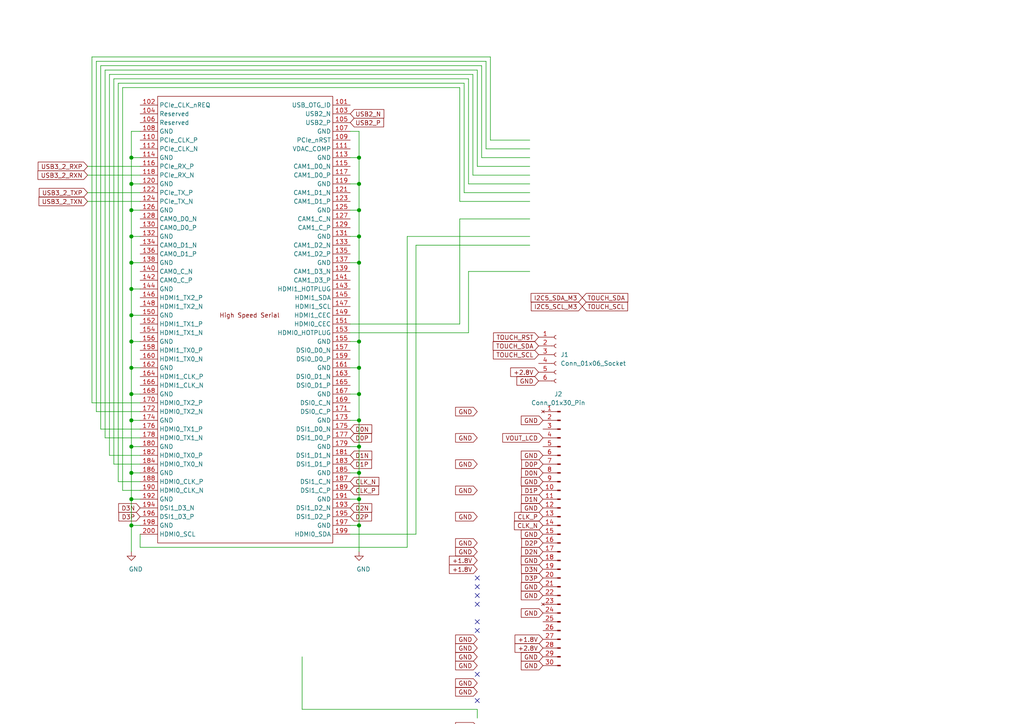
<source format=kicad_sch>
(kicad_sch
	(version 20231120)
	(generator "eeschema")
	(generator_version "8.0")
	(uuid "d45a5237-80b3-46e0-bd94-a2854fffaa25")
	(paper "A4")
	(title_block
		(title "Raspberry Pi Compute Module 4 Carrier Template")
		(date "2020-10-31")
		(rev "v01")
		(comment 2 "creativecommons.org/licenses/by-sa/4.0")
		(comment 3 "License: CC BY 4.0")
		(comment 4 "Author: Shawn Hymel")
	)
	(lib_symbols
		(symbol "CM4IO:ComputeModule4-CM4"
			(exclude_from_sim no)
			(in_bom yes)
			(on_board yes)
			(property "Reference" "Module1"
				(at -2.54 68.58 0)
				(effects
					(font
						(size 1.27 1.27)
					)
				)
			)
			(property "Value" "ComputeModule4-CM4"
				(at -2.54 66.04 0)
				(effects
					(font
						(size 1.27 1.27)
					)
				)
			)
			(property "Footprint" "CM4IO:Raspberry-Pi-4-Compute-Module"
				(at 142.24 -26.67 0)
				(effects
					(font
						(size 1.27 1.27)
					)
					(hide yes)
				)
			)
			(property "Datasheet" ""
				(at 142.24 -26.67 0)
				(effects
					(font
						(size 1.27 1.27)
					)
					(hide yes)
				)
			)
			(property "Description" ""
				(at 0 0 0)
				(effects
					(font
						(size 1.27 1.27)
					)
					(hide yes)
				)
			)
			(property "MPN" "2x DF40C-100DS-0.4V"
				(at 0 -2.54 0)
				(effects
					(font
						(size 1.27 1.27)
					)
				)
			)
			(property "Digi-Key_PN" "2x H11615CT-ND"
				(at 0 0 0)
				(effects
					(font
						(size 1.27 1.27)
					)
					(hide yes)
				)
			)
			(property "Digi-Key_PN (Alt)" "2x H124602CT-ND"
				(at 0 0 0)
				(effects
					(font
						(size 1.27 1.27)
					)
					(hide yes)
				)
			)
			(property "Field4" "Hirose"
				(at -76.2 -101.6 0)
				(effects
					(font
						(size 1.27 1.27)
					)
					(hide yes)
				)
			)
			(property "Field5" "2x DF40C-100DS-0.4V"
				(at -76.2 -101.6 0)
				(effects
					(font
						(size 1.27 1.27)
					)
					(hide yes)
				)
			)
			(symbol "ComputeModule4-CM4_1_0"
				(text "GPIO"
					(at 0 6.35 0)
					(effects
						(font
							(size 1.27 1.27)
						)
					)
				)
			)
			(symbol "ComputeModule4-CM4_1_1"
				(rectangle
					(start -30.48 -71.12)
					(end 25.4 58.42)
					(stroke
						(width 0)
						(type default)
					)
					(fill
						(type none)
					)
				)
				(text "600mA Max"
					(at -8.89 -53.34 0)
					(effects
						(font
							(size 1.27 1.27)
						)
					)
				)
				(text "600mA Max"
					(at -8.89 -48.26 0)
					(effects
						(font
							(size 1.27 1.27)
						)
					)
				)
				(text "NB SD signals are only available"
					(at -1.27 -27.94 0)
					(effects
						(font
							(size 1.27 1.27)
						)
					)
				)
				(text "on modules without eMMC"
					(at -1.27 -30.48 0)
					(effects
						(font
							(size 1.27 1.27)
						)
					)
				)
				(pin power_in line
					(at 27.94 55.88 180)
					(length 2.54)
					(name "GND"
						(effects
							(font
								(size 1.27 1.27)
							)
						)
					)
					(number "1"
						(effects
							(font
								(size 1.27 1.27)
							)
						)
					)
				)
				(pin passive line
					(at -33.02 45.72 0)
					(length 2.54)
					(name "Ethernet_Pair0_N"
						(effects
							(font
								(size 1.27 1.27)
							)
						)
					)
					(number "10"
						(effects
							(font
								(size 1.27 1.27)
							)
						)
					)
				)
				(pin output line
					(at -33.02 -68.58 0)
					(length 2.54)
					(name "nEXTRST"
						(effects
							(font
								(size 1.27 1.27)
							)
						)
					)
					(number "100"
						(effects
							(font
								(size 1.27 1.27)
							)
						)
					)
				)
				(pin passive line
					(at 27.94 43.18 180)
					(length 2.54)
					(name "Ethernet_Pair2_P"
						(effects
							(font
								(size 1.27 1.27)
							)
						)
					)
					(number "11"
						(effects
							(font
								(size 1.27 1.27)
							)
						)
					)
				)
				(pin passive line
					(at -33.02 43.18 0)
					(length 2.54)
					(name "Ethernet_Pair0_P"
						(effects
							(font
								(size 1.27 1.27)
							)
						)
					)
					(number "12"
						(effects
							(font
								(size 1.27 1.27)
							)
						)
					)
				)
				(pin power_in line
					(at 27.94 40.64 180)
					(length 2.54)
					(name "GND"
						(effects
							(font
								(size 1.27 1.27)
							)
						)
					)
					(number "13"
						(effects
							(font
								(size 1.27 1.27)
							)
						)
					)
				)
				(pin power_in line
					(at -33.02 40.64 0)
					(length 2.54)
					(name "GND"
						(effects
							(font
								(size 1.27 1.27)
							)
						)
					)
					(number "14"
						(effects
							(font
								(size 1.27 1.27)
							)
						)
					)
				)
				(pin output line
					(at 27.94 38.1 180)
					(length 2.54)
					(name "Ethernet_nLED3(3.3v)"
						(effects
							(font
								(size 1.27 1.27)
							)
						)
					)
					(number "15"
						(effects
							(font
								(size 1.27 1.27)
							)
						)
					)
				)
				(pin input line
					(at -33.02 38.1 0)
					(length 2.54)
					(name "Ethernet_SYNC_IN(1.8v)"
						(effects
							(font
								(size 1.27 1.27)
							)
						)
					)
					(number "16"
						(effects
							(font
								(size 1.27 1.27)
							)
						)
					)
				)
				(pin output line
					(at 27.94 35.56 180)
					(length 2.54)
					(name "Ethernet_nLED2(3.3v)"
						(effects
							(font
								(size 1.27 1.27)
							)
						)
					)
					(number "17"
						(effects
							(font
								(size 1.27 1.27)
							)
						)
					)
				)
				(pin input line
					(at -33.02 35.56 0)
					(length 2.54)
					(name "Ethernet_SYNC_OUT(1.8v)"
						(effects
							(font
								(size 1.27 1.27)
							)
						)
					)
					(number "18"
						(effects
							(font
								(size 1.27 1.27)
							)
						)
					)
				)
				(pin output line
					(at 27.94 33.02 180)
					(length 2.54)
					(name "Ethernet_nLED1(3.3v)"
						(effects
							(font
								(size 1.27 1.27)
							)
						)
					)
					(number "19"
						(effects
							(font
								(size 1.27 1.27)
							)
						)
					)
				)
				(pin power_in line
					(at -33.02 55.88 0)
					(length 2.54)
					(name "GND"
						(effects
							(font
								(size 1.27 1.27)
							)
						)
					)
					(number "2"
						(effects
							(font
								(size 1.27 1.27)
							)
						)
					)
				)
				(pin passive line
					(at -33.02 33.02 0)
					(length 2.54)
					(name "EEPROM_nWP"
						(effects
							(font
								(size 1.27 1.27)
							)
						)
					)
					(number "20"
						(effects
							(font
								(size 1.27 1.27)
							)
						)
					)
				)
				(pin open_collector line
					(at 27.94 30.48 180)
					(length 2.54)
					(name "PI_nLED_Activity"
						(effects
							(font
								(size 1.27 1.27)
							)
						)
					)
					(number "21"
						(effects
							(font
								(size 1.27 1.27)
							)
						)
					)
				)
				(pin power_in line
					(at -33.02 30.48 0)
					(length 2.54)
					(name "GND"
						(effects
							(font
								(size 1.27 1.27)
							)
						)
					)
					(number "22"
						(effects
							(font
								(size 1.27 1.27)
							)
						)
					)
				)
				(pin power_in line
					(at 27.94 27.94 180)
					(length 2.54)
					(name "GND"
						(effects
							(font
								(size 1.27 1.27)
							)
						)
					)
					(number "23"
						(effects
							(font
								(size 1.27 1.27)
							)
						)
					)
				)
				(pin passive line
					(at -33.02 27.94 0)
					(length 2.54)
					(name "GPIO26"
						(effects
							(font
								(size 1.27 1.27)
							)
						)
					)
					(number "24"
						(effects
							(font
								(size 1.27 1.27)
							)
						)
					)
				)
				(pin passive line
					(at 27.94 25.4 180)
					(length 2.54)
					(name "GPIO21"
						(effects
							(font
								(size 1.27 1.27)
							)
						)
					)
					(number "25"
						(effects
							(font
								(size 1.27 1.27)
							)
						)
					)
				)
				(pin passive line
					(at -33.02 25.4 0)
					(length 2.54)
					(name "GPIO19"
						(effects
							(font
								(size 1.27 1.27)
							)
						)
					)
					(number "26"
						(effects
							(font
								(size 1.27 1.27)
							)
						)
					)
				)
				(pin passive line
					(at 27.94 22.86 180)
					(length 2.54)
					(name "GPIO20"
						(effects
							(font
								(size 1.27 1.27)
							)
						)
					)
					(number "27"
						(effects
							(font
								(size 1.27 1.27)
							)
						)
					)
				)
				(pin passive line
					(at -33.02 22.86 0)
					(length 2.54)
					(name "GPIO13"
						(effects
							(font
								(size 1.27 1.27)
							)
						)
					)
					(number "28"
						(effects
							(font
								(size 1.27 1.27)
							)
						)
					)
				)
				(pin passive line
					(at 27.94 20.32 180)
					(length 2.54)
					(name "GPIO16"
						(effects
							(font
								(size 1.27 1.27)
							)
						)
					)
					(number "29"
						(effects
							(font
								(size 1.27 1.27)
							)
						)
					)
				)
				(pin passive line
					(at 27.94 53.34 180)
					(length 2.54)
					(name "Ethernet_Pair3_P"
						(effects
							(font
								(size 1.27 1.27)
							)
						)
					)
					(number "3"
						(effects
							(font
								(size 1.27 1.27)
							)
						)
					)
				)
				(pin passive line
					(at -33.02 20.32 0)
					(length 2.54)
					(name "GPIO6"
						(effects
							(font
								(size 1.27 1.27)
							)
						)
					)
					(number "30"
						(effects
							(font
								(size 1.27 1.27)
							)
						)
					)
				)
				(pin passive line
					(at 27.94 17.78 180)
					(length 2.54)
					(name "GPIO12"
						(effects
							(font
								(size 1.27 1.27)
							)
						)
					)
					(number "31"
						(effects
							(font
								(size 1.27 1.27)
							)
						)
					)
				)
				(pin power_in line
					(at -33.02 17.78 0)
					(length 2.54)
					(name "GND"
						(effects
							(font
								(size 1.27 1.27)
							)
						)
					)
					(number "32"
						(effects
							(font
								(size 1.27 1.27)
							)
						)
					)
				)
				(pin power_in line
					(at 27.94 15.24 180)
					(length 2.54)
					(name "GND"
						(effects
							(font
								(size 1.27 1.27)
							)
						)
					)
					(number "33"
						(effects
							(font
								(size 1.27 1.27)
							)
						)
					)
				)
				(pin passive line
					(at -33.02 15.24 0)
					(length 2.54)
					(name "GPIO5"
						(effects
							(font
								(size 1.27 1.27)
							)
						)
					)
					(number "34"
						(effects
							(font
								(size 1.27 1.27)
							)
						)
					)
				)
				(pin passive line
					(at 27.94 12.7 180)
					(length 2.54)
					(name "ID_SC"
						(effects
							(font
								(size 1.27 1.27)
							)
						)
					)
					(number "35"
						(effects
							(font
								(size 1.27 1.27)
							)
						)
					)
				)
				(pin passive line
					(at -33.02 12.7 0)
					(length 2.54)
					(name "ID_SD"
						(effects
							(font
								(size 1.27 1.27)
							)
						)
					)
					(number "36"
						(effects
							(font
								(size 1.27 1.27)
							)
						)
					)
				)
				(pin passive line
					(at 27.94 10.16 180)
					(length 2.54)
					(name "GPIO7"
						(effects
							(font
								(size 1.27 1.27)
							)
						)
					)
					(number "37"
						(effects
							(font
								(size 1.27 1.27)
							)
						)
					)
				)
				(pin passive line
					(at -33.02 10.16 0)
					(length 2.54)
					(name "GPIO11"
						(effects
							(font
								(size 1.27 1.27)
							)
						)
					)
					(number "38"
						(effects
							(font
								(size 1.27 1.27)
							)
						)
					)
				)
				(pin passive line
					(at 27.94 7.62 180)
					(length 2.54)
					(name "GPIO8"
						(effects
							(font
								(size 1.27 1.27)
							)
						)
					)
					(number "39"
						(effects
							(font
								(size 1.27 1.27)
							)
						)
					)
				)
				(pin passive line
					(at -33.02 53.34 0)
					(length 2.54)
					(name "Ethernet_Pair1_P"
						(effects
							(font
								(size 1.27 1.27)
							)
						)
					)
					(number "4"
						(effects
							(font
								(size 1.27 1.27)
							)
						)
					)
				)
				(pin passive line
					(at -33.02 7.62 0)
					(length 2.54)
					(name "GPIO9"
						(effects
							(font
								(size 1.27 1.27)
							)
						)
					)
					(number "40"
						(effects
							(font
								(size 1.27 1.27)
							)
						)
					)
				)
				(pin passive line
					(at 27.94 5.08 180)
					(length 2.54)
					(name "GPIO25"
						(effects
							(font
								(size 1.27 1.27)
							)
						)
					)
					(number "41"
						(effects
							(font
								(size 1.27 1.27)
							)
						)
					)
				)
				(pin power_in line
					(at -33.02 5.08 0)
					(length 2.54)
					(name "GND"
						(effects
							(font
								(size 1.27 1.27)
							)
						)
					)
					(number "42"
						(effects
							(font
								(size 1.27 1.27)
							)
						)
					)
				)
				(pin power_in line
					(at 27.94 2.54 180)
					(length 2.54)
					(name "GND"
						(effects
							(font
								(size 1.27 1.27)
							)
						)
					)
					(number "43"
						(effects
							(font
								(size 1.27 1.27)
							)
						)
					)
				)
				(pin passive line
					(at -33.02 2.54 0)
					(length 2.54)
					(name "GPIO10"
						(effects
							(font
								(size 1.27 1.27)
							)
						)
					)
					(number "44"
						(effects
							(font
								(size 1.27 1.27)
							)
						)
					)
				)
				(pin passive line
					(at 27.94 0 180)
					(length 2.54)
					(name "GPIO24"
						(effects
							(font
								(size 1.27 1.27)
							)
						)
					)
					(number "45"
						(effects
							(font
								(size 1.27 1.27)
							)
						)
					)
				)
				(pin passive line
					(at -33.02 0 0)
					(length 2.54)
					(name "GPIO22"
						(effects
							(font
								(size 1.27 1.27)
							)
						)
					)
					(number "46"
						(effects
							(font
								(size 1.27 1.27)
							)
						)
					)
				)
				(pin passive line
					(at 27.94 -2.54 180)
					(length 2.54)
					(name "GPIO23"
						(effects
							(font
								(size 1.27 1.27)
							)
						)
					)
					(number "47"
						(effects
							(font
								(size 1.27 1.27)
							)
						)
					)
				)
				(pin passive line
					(at -33.02 -2.54 0)
					(length 2.54)
					(name "GPIO27"
						(effects
							(font
								(size 1.27 1.27)
							)
						)
					)
					(number "48"
						(effects
							(font
								(size 1.27 1.27)
							)
						)
					)
				)
				(pin passive line
					(at 27.94 -5.08 180)
					(length 2.54)
					(name "GPIO18"
						(effects
							(font
								(size 1.27 1.27)
							)
						)
					)
					(number "49"
						(effects
							(font
								(size 1.27 1.27)
							)
						)
					)
				)
				(pin passive line
					(at 27.94 50.8 180)
					(length 2.54)
					(name "Ethernet_Pair3_N"
						(effects
							(font
								(size 1.27 1.27)
							)
						)
					)
					(number "5"
						(effects
							(font
								(size 1.27 1.27)
							)
						)
					)
				)
				(pin passive line
					(at -33.02 -5.08 0)
					(length 2.54)
					(name "GPIO17"
						(effects
							(font
								(size 1.27 1.27)
							)
						)
					)
					(number "50"
						(effects
							(font
								(size 1.27 1.27)
							)
						)
					)
				)
				(pin passive line
					(at 27.94 -7.62 180)
					(length 2.54)
					(name "GPIO15"
						(effects
							(font
								(size 1.27 1.27)
							)
						)
					)
					(number "51"
						(effects
							(font
								(size 1.27 1.27)
							)
						)
					)
				)
				(pin power_in line
					(at -33.02 -7.62 0)
					(length 2.54)
					(name "GND"
						(effects
							(font
								(size 1.27 1.27)
							)
						)
					)
					(number "52"
						(effects
							(font
								(size 1.27 1.27)
							)
						)
					)
				)
				(pin power_in line
					(at 27.94 -10.16 180)
					(length 2.54)
					(name "GND"
						(effects
							(font
								(size 1.27 1.27)
							)
						)
					)
					(number "53"
						(effects
							(font
								(size 1.27 1.27)
							)
						)
					)
				)
				(pin passive line
					(at -33.02 -10.16 0)
					(length 2.54)
					(name "GPIO4"
						(effects
							(font
								(size 1.27 1.27)
							)
						)
					)
					(number "54"
						(effects
							(font
								(size 1.27 1.27)
							)
						)
					)
				)
				(pin passive line
					(at 27.94 -12.7 180)
					(length 2.54)
					(name "GPIO14"
						(effects
							(font
								(size 1.27 1.27)
							)
						)
					)
					(number "55"
						(effects
							(font
								(size 1.27 1.27)
							)
						)
					)
				)
				(pin passive line
					(at -33.02 -12.7 0)
					(length 2.54)
					(name "GPIO3"
						(effects
							(font
								(size 1.27 1.27)
							)
						)
					)
					(number "56"
						(effects
							(font
								(size 1.27 1.27)
							)
						)
					)
				)
				(pin passive line
					(at 27.94 -15.24 180)
					(length 2.54)
					(name "SD_CLK"
						(effects
							(font
								(size 1.27 1.27)
							)
						)
					)
					(number "57"
						(effects
							(font
								(size 1.27 1.27)
							)
						)
					)
				)
				(pin passive line
					(at -33.02 -15.24 0)
					(length 2.54)
					(name "GPIO2"
						(effects
							(font
								(size 1.27 1.27)
							)
						)
					)
					(number "58"
						(effects
							(font
								(size 1.27 1.27)
							)
						)
					)
				)
				(pin power_in line
					(at 27.94 -17.78 180)
					(length 2.54)
					(name "GND"
						(effects
							(font
								(size 1.27 1.27)
							)
						)
					)
					(number "59"
						(effects
							(font
								(size 1.27 1.27)
							)
						)
					)
				)
				(pin passive line
					(at -33.02 50.8 0)
					(length 2.54)
					(name "Ethernet_Pair1_N"
						(effects
							(font
								(size 1.27 1.27)
							)
						)
					)
					(number "6"
						(effects
							(font
								(size 1.27 1.27)
							)
						)
					)
				)
				(pin power_in line
					(at -33.02 -17.78 0)
					(length 2.54)
					(name "GND"
						(effects
							(font
								(size 1.27 1.27)
							)
						)
					)
					(number "60"
						(effects
							(font
								(size 1.27 1.27)
							)
						)
					)
				)
				(pin passive line
					(at 27.94 -20.32 180)
					(length 2.54)
					(name "SD_DAT3"
						(effects
							(font
								(size 1.27 1.27)
							)
						)
					)
					(number "61"
						(effects
							(font
								(size 1.27 1.27)
							)
						)
					)
				)
				(pin passive line
					(at -33.02 -20.32 0)
					(length 2.54)
					(name "SD_CMD"
						(effects
							(font
								(size 1.27 1.27)
							)
						)
					)
					(number "62"
						(effects
							(font
								(size 1.27 1.27)
							)
						)
					)
				)
				(pin passive line
					(at 27.94 -22.86 180)
					(length 2.54)
					(name "SD_DAT0"
						(effects
							(font
								(size 1.27 1.27)
							)
						)
					)
					(number "63"
						(effects
							(font
								(size 1.27 1.27)
							)
						)
					)
				)
				(pin passive line
					(at -33.02 -22.86 0)
					(length 2.54)
					(name "SD_DAT5"
						(effects
							(font
								(size 1.27 1.27)
							)
						)
					)
					(number "64"
						(effects
							(font
								(size 1.27 1.27)
							)
						)
					)
				)
				(pin power_in line
					(at 27.94 -25.4 180)
					(length 2.54)
					(name "GND"
						(effects
							(font
								(size 1.27 1.27)
							)
						)
					)
					(number "65"
						(effects
							(font
								(size 1.27 1.27)
							)
						)
					)
				)
				(pin power_in line
					(at -33.02 -25.4 0)
					(length 2.54)
					(name "GND"
						(effects
							(font
								(size 1.27 1.27)
							)
						)
					)
					(number "66"
						(effects
							(font
								(size 1.27 1.27)
							)
						)
					)
				)
				(pin passive line
					(at 27.94 -27.94 180)
					(length 2.54)
					(name "SD_DAT1"
						(effects
							(font
								(size 1.27 1.27)
							)
						)
					)
					(number "67"
						(effects
							(font
								(size 1.27 1.27)
							)
						)
					)
				)
				(pin passive line
					(at -33.02 -27.94 0)
					(length 2.54)
					(name "SD_DAT4"
						(effects
							(font
								(size 1.27 1.27)
							)
						)
					)
					(number "68"
						(effects
							(font
								(size 1.27 1.27)
							)
						)
					)
				)
				(pin passive line
					(at 27.94 -30.48 180)
					(length 2.54)
					(name "SD_DAT2"
						(effects
							(font
								(size 1.27 1.27)
							)
						)
					)
					(number "69"
						(effects
							(font
								(size 1.27 1.27)
							)
						)
					)
				)
				(pin power_in line
					(at 27.94 48.26 180)
					(length 2.54)
					(name "GND"
						(effects
							(font
								(size 1.27 1.27)
							)
						)
					)
					(number "7"
						(effects
							(font
								(size 1.27 1.27)
							)
						)
					)
				)
				(pin passive line
					(at -33.02 -30.48 0)
					(length 2.54)
					(name "SD_DAT7"
						(effects
							(font
								(size 1.27 1.27)
							)
						)
					)
					(number "70"
						(effects
							(font
								(size 1.27 1.27)
							)
						)
					)
				)
				(pin power_in line
					(at 27.94 -33.02 180)
					(length 2.54)
					(name "GND"
						(effects
							(font
								(size 1.27 1.27)
							)
						)
					)
					(number "71"
						(effects
							(font
								(size 1.27 1.27)
							)
						)
					)
				)
				(pin passive line
					(at -33.02 -33.02 0)
					(length 2.54)
					(name "SD_DAT6"
						(effects
							(font
								(size 1.27 1.27)
							)
						)
					)
					(number "72"
						(effects
							(font
								(size 1.27 1.27)
							)
						)
					)
				)
				(pin input line
					(at 27.94 -35.56 180)
					(length 2.54)
					(name "SD_VDD_Override"
						(effects
							(font
								(size 1.27 1.27)
							)
						)
					)
					(number "73"
						(effects
							(font
								(size 1.27 1.27)
							)
						)
					)
				)
				(pin power_in line
					(at -33.02 -35.56 0)
					(length 2.54)
					(name "GND"
						(effects
							(font
								(size 1.27 1.27)
							)
						)
					)
					(number "74"
						(effects
							(font
								(size 1.27 1.27)
							)
						)
					)
				)
				(pin output line
					(at 27.94 -38.1 180)
					(length 2.54)
					(name "SD_PWR_ON"
						(effects
							(font
								(size 1.27 1.27)
							)
						)
					)
					(number "75"
						(effects
							(font
								(size 1.27 1.27)
							)
						)
					)
				)
				(pin passive line
					(at -33.02 -38.1 0)
					(length 2.54)
					(name "Reserved"
						(effects
							(font
								(size 1.27 1.27)
							)
						)
					)
					(number "76"
						(effects
							(font
								(size 1.27 1.27)
							)
						)
					)
				)
				(pin power_in line
					(at 27.94 -40.64 180)
					(length 2.54)
					(name "+5v_(Input)"
						(effects
							(font
								(size 1.27 1.27)
							)
						)
					)
					(number "77"
						(effects
							(font
								(size 1.27 1.27)
							)
						)
					)
				)
				(pin power_in line
					(at -33.02 -40.64 0)
					(length 2.54)
					(name "GPIO_VREF(1.8v/3.3v_Input)"
						(effects
							(font
								(size 1.27 1.27)
							)
						)
					)
					(number "78"
						(effects
							(font
								(size 1.27 1.27)
							)
						)
					)
				)
				(pin power_in line
					(at 27.94 -43.18 180)
					(length 2.54)
					(name "+5v_(Input)"
						(effects
							(font
								(size 1.27 1.27)
							)
						)
					)
					(number "79"
						(effects
							(font
								(size 1.27 1.27)
							)
						)
					)
				)
				(pin power_in line
					(at -33.02 48.26 0)
					(length 2.54)
					(name "GND"
						(effects
							(font
								(size 1.27 1.27)
							)
						)
					)
					(number "8"
						(effects
							(font
								(size 1.27 1.27)
							)
						)
					)
				)
				(pin passive line
					(at -33.02 -43.18 0)
					(length 2.54)
					(name "SCL0"
						(effects
							(font
								(size 1.27 1.27)
							)
						)
					)
					(number "80"
						(effects
							(font
								(size 1.27 1.27)
							)
						)
					)
				)
				(pin power_in line
					(at 27.94 -45.72 180)
					(length 2.54)
					(name "+5v_(Input)"
						(effects
							(font
								(size 1.27 1.27)
							)
						)
					)
					(number "81"
						(effects
							(font
								(size 1.27 1.27)
							)
						)
					)
				)
				(pin passive line
					(at -33.02 -45.72 0)
					(length 2.54)
					(name "SDA0"
						(effects
							(font
								(size 1.27 1.27)
							)
						)
					)
					(number "82"
						(effects
							(font
								(size 1.27 1.27)
							)
						)
					)
				)
				(pin power_in line
					(at 27.94 -48.26 180)
					(length 2.54)
					(name "+5v_(Input)"
						(effects
							(font
								(size 1.27 1.27)
							)
						)
					)
					(number "83"
						(effects
							(font
								(size 1.27 1.27)
							)
						)
					)
				)
				(pin power_out line
					(at -33.02 -48.26 0)
					(length 2.54)
					(name "+3.3v_(Output)"
						(effects
							(font
								(size 1.27 1.27)
							)
						)
					)
					(number "84"
						(effects
							(font
								(size 1.27 1.27)
							)
						)
					)
				)
				(pin power_in line
					(at 27.94 -50.8 180)
					(length 2.54)
					(name "+5v_(Input)"
						(effects
							(font
								(size 1.27 1.27)
							)
						)
					)
					(number "85"
						(effects
							(font
								(size 1.27 1.27)
							)
						)
					)
				)
				(pin power_out line
					(at -33.02 -50.8 0)
					(length 2.54)
					(name "+3.3v_(Output)"
						(effects
							(font
								(size 1.27 1.27)
							)
						)
					)
					(number "86"
						(effects
							(font
								(size 1.27 1.27)
							)
						)
					)
				)
				(pin power_in line
					(at 27.94 -53.34 180)
					(length 2.54)
					(name "+5v_(Input)"
						(effects
							(font
								(size 1.27 1.27)
							)
						)
					)
					(number "87"
						(effects
							(font
								(size 1.27 1.27)
							)
						)
					)
				)
				(pin power_out line
					(at -33.02 -53.34 0)
					(length 2.54)
					(name "+1.8v_(Output)"
						(effects
							(font
								(size 1.27 1.27)
							)
						)
					)
					(number "88"
						(effects
							(font
								(size 1.27 1.27)
							)
						)
					)
				)
				(pin power_in line
					(at 27.94 -55.88 180)
					(length 2.54)
					(name "WiFi_nDisable"
						(effects
							(font
								(size 1.27 1.27)
							)
						)
					)
					(number "89"
						(effects
							(font
								(size 1.27 1.27)
							)
						)
					)
				)
				(pin passive line
					(at 27.94 45.72 180)
					(length 2.54)
					(name "Ethernet_Pair2_N"
						(effects
							(font
								(size 1.27 1.27)
							)
						)
					)
					(number "9"
						(effects
							(font
								(size 1.27 1.27)
							)
						)
					)
				)
				(pin power_out line
					(at -33.02 -55.88 0)
					(length 2.54)
					(name "+1.8v_(Output)"
						(effects
							(font
								(size 1.27 1.27)
							)
						)
					)
					(number "90"
						(effects
							(font
								(size 1.27 1.27)
							)
						)
					)
				)
				(pin power_in line
					(at 27.94 -58.42 180)
					(length 2.54)
					(name "BT_nDisable"
						(effects
							(font
								(size 1.27 1.27)
							)
						)
					)
					(number "91"
						(effects
							(font
								(size 1.27 1.27)
							)
						)
					)
				)
				(pin passive line
					(at -33.02 -58.42 0)
					(length 2.54)
					(name "RUN_PG"
						(effects
							(font
								(size 1.27 1.27)
							)
						)
					)
					(number "92"
						(effects
							(font
								(size 1.27 1.27)
							)
						)
					)
				)
				(pin input line
					(at 27.94 -60.96 180)
					(length 2.54)
					(name "nRPIBOOT"
						(effects
							(font
								(size 1.27 1.27)
							)
						)
					)
					(number "93"
						(effects
							(font
								(size 1.27 1.27)
							)
						)
					)
				)
				(pin passive line
					(at -33.02 -60.96 0)
					(length 2.54)
					(name "AnalogIP0"
						(effects
							(font
								(size 1.27 1.27)
							)
						)
					)
					(number "94"
						(effects
							(font
								(size 1.27 1.27)
							)
						)
					)
				)
				(pin output line
					(at 27.94 -63.5 180)
					(length 2.54)
					(name "nPI_LED_PWR"
						(effects
							(font
								(size 1.27 1.27)
							)
						)
					)
					(number "95"
						(effects
							(font
								(size 1.27 1.27)
							)
						)
					)
				)
				(pin passive line
					(at -33.02 -63.5 0)
					(length 2.54)
					(name "AnalogIP1"
						(effects
							(font
								(size 1.27 1.27)
							)
						)
					)
					(number "96"
						(effects
							(font
								(size 1.27 1.27)
							)
						)
					)
				)
				(pin passive line
					(at 27.94 -66.04 180)
					(length 2.54)
					(name "Camera_GPIO"
						(effects
							(font
								(size 1.27 1.27)
							)
						)
					)
					(number "97"
						(effects
							(font
								(size 1.27 1.27)
							)
						)
					)
				)
				(pin power_in line
					(at -33.02 -66.04 0)
					(length 2.54)
					(name "GND"
						(effects
							(font
								(size 1.27 1.27)
							)
						)
					)
					(number "98"
						(effects
							(font
								(size 1.27 1.27)
							)
						)
					)
				)
				(pin input line
					(at 27.94 -68.58 180)
					(length 2.54)
					(name "Global_EN"
						(effects
							(font
								(size 1.27 1.27)
							)
						)
					)
					(number "99"
						(effects
							(font
								(size 1.27 1.27)
							)
						)
					)
				)
			)
			(symbol "ComputeModule4-CM4_2_1"
				(rectangle
					(start 114.3 -66.04)
					(end 165.1 63.5)
					(stroke
						(width 0)
						(type default)
					)
					(fill
						(type none)
					)
				)
				(text "High Speed Serial"
					(at 140.97 0 0)
					(effects
						(font
							(size 1.27 1.27)
						)
					)
				)
				(pin input line
					(at 170.18 60.96 180)
					(length 5.08)
					(name "USB_OTG_ID"
						(effects
							(font
								(size 1.27 1.27)
							)
						)
					)
					(number "101"
						(effects
							(font
								(size 1.27 1.27)
							)
						)
					)
				)
				(pin input line
					(at 109.22 60.96 0)
					(length 5.08)
					(name "PCIe_CLK_nREQ"
						(effects
							(font
								(size 1.27 1.27)
							)
						)
					)
					(number "102"
						(effects
							(font
								(size 1.27 1.27)
							)
						)
					)
				)
				(pin passive line
					(at 170.18 58.42 180)
					(length 5.08)
					(name "USB2_N"
						(effects
							(font
								(size 1.27 1.27)
							)
						)
					)
					(number "103"
						(effects
							(font
								(size 1.27 1.27)
							)
						)
					)
				)
				(pin passive line
					(at 109.22 58.42 0)
					(length 5.08)
					(name "Reserved"
						(effects
							(font
								(size 1.27 1.27)
							)
						)
					)
					(number "104"
						(effects
							(font
								(size 1.27 1.27)
							)
						)
					)
				)
				(pin passive line
					(at 170.18 55.88 180)
					(length 5.08)
					(name "USB2_P"
						(effects
							(font
								(size 1.27 1.27)
							)
						)
					)
					(number "105"
						(effects
							(font
								(size 1.27 1.27)
							)
						)
					)
				)
				(pin passive line
					(at 109.22 55.88 0)
					(length 5.08)
					(name "Reserved"
						(effects
							(font
								(size 1.27 1.27)
							)
						)
					)
					(number "106"
						(effects
							(font
								(size 1.27 1.27)
							)
						)
					)
				)
				(pin power_in line
					(at 170.18 53.34 180)
					(length 5.08)
					(name "GND"
						(effects
							(font
								(size 1.27 1.27)
							)
						)
					)
					(number "107"
						(effects
							(font
								(size 1.27 1.27)
							)
						)
					)
				)
				(pin power_in line
					(at 109.22 53.34 0)
					(length 5.08)
					(name "GND"
						(effects
							(font
								(size 1.27 1.27)
							)
						)
					)
					(number "108"
						(effects
							(font
								(size 1.27 1.27)
							)
						)
					)
				)
				(pin bidirectional line
					(at 170.18 50.8 180)
					(length 5.08)
					(name "PCIe_nRST"
						(effects
							(font
								(size 1.27 1.27)
							)
						)
					)
					(number "109"
						(effects
							(font
								(size 1.27 1.27)
							)
						)
					)
				)
				(pin output line
					(at 109.22 50.8 0)
					(length 5.08)
					(name "PCIe_CLK_P"
						(effects
							(font
								(size 1.27 1.27)
							)
						)
					)
					(number "110"
						(effects
							(font
								(size 1.27 1.27)
							)
						)
					)
				)
				(pin passive line
					(at 170.18 48.26 180)
					(length 5.08)
					(name "VDAC_COMP"
						(effects
							(font
								(size 1.27 1.27)
							)
						)
					)
					(number "111"
						(effects
							(font
								(size 1.27 1.27)
							)
						)
					)
				)
				(pin output line
					(at 109.22 48.26 0)
					(length 5.08)
					(name "PCIe_CLK_N"
						(effects
							(font
								(size 1.27 1.27)
							)
						)
					)
					(number "112"
						(effects
							(font
								(size 1.27 1.27)
							)
						)
					)
				)
				(pin power_in line
					(at 170.18 45.72 180)
					(length 5.08)
					(name "GND"
						(effects
							(font
								(size 1.27 1.27)
							)
						)
					)
					(number "113"
						(effects
							(font
								(size 1.27 1.27)
							)
						)
					)
				)
				(pin power_in line
					(at 109.22 45.72 0)
					(length 5.08)
					(name "GND"
						(effects
							(font
								(size 1.27 1.27)
							)
						)
					)
					(number "114"
						(effects
							(font
								(size 1.27 1.27)
							)
						)
					)
				)
				(pin input line
					(at 170.18 43.18 180)
					(length 5.08)
					(name "CAM1_D0_N"
						(effects
							(font
								(size 1.27 1.27)
							)
						)
					)
					(number "115"
						(effects
							(font
								(size 1.27 1.27)
							)
						)
					)
				)
				(pin input line
					(at 109.22 43.18 0)
					(length 5.08)
					(name "PCIe_RX_P"
						(effects
							(font
								(size 1.27 1.27)
							)
						)
					)
					(number "116"
						(effects
							(font
								(size 1.27 1.27)
							)
						)
					)
				)
				(pin input line
					(at 170.18 40.64 180)
					(length 5.08)
					(name "CAM1_D0_P"
						(effects
							(font
								(size 1.27 1.27)
							)
						)
					)
					(number "117"
						(effects
							(font
								(size 1.27 1.27)
							)
						)
					)
				)
				(pin input line
					(at 109.22 40.64 0)
					(length 5.08)
					(name "PCIe_RX_N"
						(effects
							(font
								(size 1.27 1.27)
							)
						)
					)
					(number "118"
						(effects
							(font
								(size 1.27 1.27)
							)
						)
					)
				)
				(pin power_in line
					(at 170.18 38.1 180)
					(length 5.08)
					(name "GND"
						(effects
							(font
								(size 1.27 1.27)
							)
						)
					)
					(number "119"
						(effects
							(font
								(size 1.27 1.27)
							)
						)
					)
				)
				(pin power_in line
					(at 109.22 38.1 0)
					(length 5.08)
					(name "GND"
						(effects
							(font
								(size 1.27 1.27)
							)
						)
					)
					(number "120"
						(effects
							(font
								(size 1.27 1.27)
							)
						)
					)
				)
				(pin input line
					(at 170.18 35.56 180)
					(length 5.08)
					(name "CAM1_D1_N"
						(effects
							(font
								(size 1.27 1.27)
							)
						)
					)
					(number "121"
						(effects
							(font
								(size 1.27 1.27)
							)
						)
					)
				)
				(pin output line
					(at 109.22 35.56 0)
					(length 5.08)
					(name "PCIe_TX_P"
						(effects
							(font
								(size 1.27 1.27)
							)
						)
					)
					(number "122"
						(effects
							(font
								(size 1.27 1.27)
							)
						)
					)
				)
				(pin input line
					(at 170.18 33.02 180)
					(length 5.08)
					(name "CAM1_D1_P"
						(effects
							(font
								(size 1.27 1.27)
							)
						)
					)
					(number "123"
						(effects
							(font
								(size 1.27 1.27)
							)
						)
					)
				)
				(pin output line
					(at 109.22 33.02 0)
					(length 5.08)
					(name "PCIe_TX_N"
						(effects
							(font
								(size 1.27 1.27)
							)
						)
					)
					(number "124"
						(effects
							(font
								(size 1.27 1.27)
							)
						)
					)
				)
				(pin power_in line
					(at 170.18 30.48 180)
					(length 5.08)
					(name "GND"
						(effects
							(font
								(size 1.27 1.27)
							)
						)
					)
					(number "125"
						(effects
							(font
								(size 1.27 1.27)
							)
						)
					)
				)
				(pin power_in line
					(at 109.22 30.48 0)
					(length 5.08)
					(name "GND"
						(effects
							(font
								(size 1.27 1.27)
							)
						)
					)
					(number "126"
						(effects
							(font
								(size 1.27 1.27)
							)
						)
					)
				)
				(pin input line
					(at 170.18 27.94 180)
					(length 5.08)
					(name "CAM1_C_N"
						(effects
							(font
								(size 1.27 1.27)
							)
						)
					)
					(number "127"
						(effects
							(font
								(size 1.27 1.27)
							)
						)
					)
				)
				(pin input line
					(at 109.22 27.94 0)
					(length 5.08)
					(name "CAM0_D0_N"
						(effects
							(font
								(size 1.27 1.27)
							)
						)
					)
					(number "128"
						(effects
							(font
								(size 1.27 1.27)
							)
						)
					)
				)
				(pin input line
					(at 170.18 25.4 180)
					(length 5.08)
					(name "CAM1_C_P"
						(effects
							(font
								(size 1.27 1.27)
							)
						)
					)
					(number "129"
						(effects
							(font
								(size 1.27 1.27)
							)
						)
					)
				)
				(pin input line
					(at 109.22 25.4 0)
					(length 5.08)
					(name "CAM0_D0_P"
						(effects
							(font
								(size 1.27 1.27)
							)
						)
					)
					(number "130"
						(effects
							(font
								(size 1.27 1.27)
							)
						)
					)
				)
				(pin power_in line
					(at 170.18 22.86 180)
					(length 5.08)
					(name "GND"
						(effects
							(font
								(size 1.27 1.27)
							)
						)
					)
					(number "131"
						(effects
							(font
								(size 1.27 1.27)
							)
						)
					)
				)
				(pin power_in line
					(at 109.22 22.86 0)
					(length 5.08)
					(name "GND"
						(effects
							(font
								(size 1.27 1.27)
							)
						)
					)
					(number "132"
						(effects
							(font
								(size 1.27 1.27)
							)
						)
					)
				)
				(pin input line
					(at 170.18 20.32 180)
					(length 5.08)
					(name "CAM1_D2_N"
						(effects
							(font
								(size 1.27 1.27)
							)
						)
					)
					(number "133"
						(effects
							(font
								(size 1.27 1.27)
							)
						)
					)
				)
				(pin input line
					(at 109.22 20.32 0)
					(length 5.08)
					(name "CAM0_D1_N"
						(effects
							(font
								(size 1.27 1.27)
							)
						)
					)
					(number "134"
						(effects
							(font
								(size 1.27 1.27)
							)
						)
					)
				)
				(pin input line
					(at 170.18 17.78 180)
					(length 5.08)
					(name "CAM1_D2_P"
						(effects
							(font
								(size 1.27 1.27)
							)
						)
					)
					(number "135"
						(effects
							(font
								(size 1.27 1.27)
							)
						)
					)
				)
				(pin input line
					(at 109.22 17.78 0)
					(length 5.08)
					(name "CAM0_D1_P"
						(effects
							(font
								(size 1.27 1.27)
							)
						)
					)
					(number "136"
						(effects
							(font
								(size 1.27 1.27)
							)
						)
					)
				)
				(pin power_in line
					(at 170.18 15.24 180)
					(length 5.08)
					(name "GND"
						(effects
							(font
								(size 1.27 1.27)
							)
						)
					)
					(number "137"
						(effects
							(font
								(size 1.27 1.27)
							)
						)
					)
				)
				(pin power_in line
					(at 109.22 15.24 0)
					(length 5.08)
					(name "GND"
						(effects
							(font
								(size 1.27 1.27)
							)
						)
					)
					(number "138"
						(effects
							(font
								(size 1.27 1.27)
							)
						)
					)
				)
				(pin input line
					(at 170.18 12.7 180)
					(length 5.08)
					(name "CAM1_D3_N"
						(effects
							(font
								(size 1.27 1.27)
							)
						)
					)
					(number "139"
						(effects
							(font
								(size 1.27 1.27)
							)
						)
					)
				)
				(pin input line
					(at 109.22 12.7 0)
					(length 5.08)
					(name "CAM0_C_N"
						(effects
							(font
								(size 1.27 1.27)
							)
						)
					)
					(number "140"
						(effects
							(font
								(size 1.27 1.27)
							)
						)
					)
				)
				(pin input line
					(at 170.18 10.16 180)
					(length 5.08)
					(name "CAM1_D3_P"
						(effects
							(font
								(size 1.27 1.27)
							)
						)
					)
					(number "141"
						(effects
							(font
								(size 1.27 1.27)
							)
						)
					)
				)
				(pin input line
					(at 109.22 10.16 0)
					(length 5.08)
					(name "CAM0_C_P"
						(effects
							(font
								(size 1.27 1.27)
							)
						)
					)
					(number "142"
						(effects
							(font
								(size 1.27 1.27)
							)
						)
					)
				)
				(pin input line
					(at 170.18 7.62 180)
					(length 5.08)
					(name "HDMI1_HOTPLUG"
						(effects
							(font
								(size 1.27 1.27)
							)
						)
					)
					(number "143"
						(effects
							(font
								(size 1.27 1.27)
							)
						)
					)
				)
				(pin power_in line
					(at 109.22 7.62 0)
					(length 5.08)
					(name "GND"
						(effects
							(font
								(size 1.27 1.27)
							)
						)
					)
					(number "144"
						(effects
							(font
								(size 1.27 1.27)
							)
						)
					)
				)
				(pin bidirectional line
					(at 170.18 5.08 180)
					(length 5.08)
					(name "HDMI1_SDA"
						(effects
							(font
								(size 1.27 1.27)
							)
						)
					)
					(number "145"
						(effects
							(font
								(size 1.27 1.27)
							)
						)
					)
				)
				(pin output line
					(at 109.22 5.08 0)
					(length 5.08)
					(name "HDMI1_TX2_P"
						(effects
							(font
								(size 1.27 1.27)
							)
						)
					)
					(number "146"
						(effects
							(font
								(size 1.27 1.27)
							)
						)
					)
				)
				(pin open_collector line
					(at 170.18 2.54 180)
					(length 5.08)
					(name "HDMI1_SCL"
						(effects
							(font
								(size 1.27 1.27)
							)
						)
					)
					(number "147"
						(effects
							(font
								(size 1.27 1.27)
							)
						)
					)
				)
				(pin output line
					(at 109.22 2.54 0)
					(length 5.08)
					(name "HDMI1_TX2_N"
						(effects
							(font
								(size 1.27 1.27)
							)
						)
					)
					(number "148"
						(effects
							(font
								(size 1.27 1.27)
							)
						)
					)
				)
				(pin open_collector line
					(at 170.18 0 180)
					(length 5.08)
					(name "HDMI1_CEC"
						(effects
							(font
								(size 1.27 1.27)
							)
						)
					)
					(number "149"
						(effects
							(font
								(size 1.27 1.27)
							)
						)
					)
				)
				(pin power_in line
					(at 109.22 0 0)
					(length 5.08)
					(name "GND"
						(effects
							(font
								(size 1.27 1.27)
							)
						)
					)
					(number "150"
						(effects
							(font
								(size 1.27 1.27)
							)
						)
					)
				)
				(pin open_collector line
					(at 170.18 -2.54 180)
					(length 5.08)
					(name "HDMI0_CEC"
						(effects
							(font
								(size 1.27 1.27)
							)
						)
					)
					(number "151"
						(effects
							(font
								(size 1.27 1.27)
							)
						)
					)
				)
				(pin output line
					(at 109.22 -2.54 0)
					(length 5.08)
					(name "HDMI1_TX1_P"
						(effects
							(font
								(size 1.27 1.27)
							)
						)
					)
					(number "152"
						(effects
							(font
								(size 1.27 1.27)
							)
						)
					)
				)
				(pin input line
					(at 170.18 -5.08 180)
					(length 5.08)
					(name "HDMI0_HOTPLUG"
						(effects
							(font
								(size 1.27 1.27)
							)
						)
					)
					(number "153"
						(effects
							(font
								(size 1.27 1.27)
							)
						)
					)
				)
				(pin output line
					(at 109.22 -5.08 0)
					(length 5.08)
					(name "HDMI1_TX1_N"
						(effects
							(font
								(size 1.27 1.27)
							)
						)
					)
					(number "154"
						(effects
							(font
								(size 1.27 1.27)
							)
						)
					)
				)
				(pin power_in line
					(at 170.18 -7.62 180)
					(length 5.08)
					(name "GND"
						(effects
							(font
								(size 1.27 1.27)
							)
						)
					)
					(number "155"
						(effects
							(font
								(size 1.27 1.27)
							)
						)
					)
				)
				(pin power_in line
					(at 109.22 -7.62 0)
					(length 5.08)
					(name "GND"
						(effects
							(font
								(size 1.27 1.27)
							)
						)
					)
					(number "156"
						(effects
							(font
								(size 1.27 1.27)
							)
						)
					)
				)
				(pin output line
					(at 170.18 -10.16 180)
					(length 5.08)
					(name "DSI0_D0_N"
						(effects
							(font
								(size 1.27 1.27)
							)
						)
					)
					(number "157"
						(effects
							(font
								(size 1.27 1.27)
							)
						)
					)
				)
				(pin output line
					(at 109.22 -10.16 0)
					(length 5.08)
					(name "HDMI1_TX0_P"
						(effects
							(font
								(size 1.27 1.27)
							)
						)
					)
					(number "158"
						(effects
							(font
								(size 1.27 1.27)
							)
						)
					)
				)
				(pin output line
					(at 170.18 -12.7 180)
					(length 5.08)
					(name "DSI0_D0_P"
						(effects
							(font
								(size 1.27 1.27)
							)
						)
					)
					(number "159"
						(effects
							(font
								(size 1.27 1.27)
							)
						)
					)
				)
				(pin output line
					(at 109.22 -12.7 0)
					(length 5.08)
					(name "HDMI1_TX0_N"
						(effects
							(font
								(size 1.27 1.27)
							)
						)
					)
					(number "160"
						(effects
							(font
								(size 1.27 1.27)
							)
						)
					)
				)
				(pin power_in line
					(at 170.18 -15.24 180)
					(length 5.08)
					(name "GND"
						(effects
							(font
								(size 1.27 1.27)
							)
						)
					)
					(number "161"
						(effects
							(font
								(size 1.27 1.27)
							)
						)
					)
				)
				(pin power_in line
					(at 109.22 -15.24 0)
					(length 5.08)
					(name "GND"
						(effects
							(font
								(size 1.27 1.27)
							)
						)
					)
					(number "162"
						(effects
							(font
								(size 1.27 1.27)
							)
						)
					)
				)
				(pin output line
					(at 170.18 -17.78 180)
					(length 5.08)
					(name "DSI0_D1_N"
						(effects
							(font
								(size 1.27 1.27)
							)
						)
					)
					(number "163"
						(effects
							(font
								(size 1.27 1.27)
							)
						)
					)
				)
				(pin output line
					(at 109.22 -17.78 0)
					(length 5.08)
					(name "HDMI1_CLK_P"
						(effects
							(font
								(size 1.27 1.27)
							)
						)
					)
					(number "164"
						(effects
							(font
								(size 1.27 1.27)
							)
						)
					)
				)
				(pin output line
					(at 170.18 -20.32 180)
					(length 5.08)
					(name "DSI0_D1_P"
						(effects
							(font
								(size 1.27 1.27)
							)
						)
					)
					(number "165"
						(effects
							(font
								(size 1.27 1.27)
							)
						)
					)
				)
				(pin output line
					(at 109.22 -20.32 0)
					(length 5.08)
					(name "HDMI1_CLK_N"
						(effects
							(font
								(size 1.27 1.27)
							)
						)
					)
					(number "166"
						(effects
							(font
								(size 1.27 1.27)
							)
						)
					)
				)
				(pin power_in line
					(at 170.18 -22.86 180)
					(length 5.08)
					(name "GND"
						(effects
							(font
								(size 1.27 1.27)
							)
						)
					)
					(number "167"
						(effects
							(font
								(size 1.27 1.27)
							)
						)
					)
				)
				(pin power_in line
					(at 109.22 -22.86 0)
					(length 5.08)
					(name "GND"
						(effects
							(font
								(size 1.27 1.27)
							)
						)
					)
					(number "168"
						(effects
							(font
								(size 1.27 1.27)
							)
						)
					)
				)
				(pin output line
					(at 170.18 -25.4 180)
					(length 5.08)
					(name "DSI0_C_N"
						(effects
							(font
								(size 1.27 1.27)
							)
						)
					)
					(number "169"
						(effects
							(font
								(size 1.27 1.27)
							)
						)
					)
				)
				(pin output line
					(at 109.22 -25.4 0)
					(length 5.08)
					(name "HDMI0_TX2_P"
						(effects
							(font
								(size 1.27 1.27)
							)
						)
					)
					(number "170"
						(effects
							(font
								(size 1.27 1.27)
							)
						)
					)
				)
				(pin output line
					(at 170.18 -27.94 180)
					(length 5.08)
					(name "DSI0_C_P"
						(effects
							(font
								(size 1.27 1.27)
							)
						)
					)
					(number "171"
						(effects
							(font
								(size 1.27 1.27)
							)
						)
					)
				)
				(pin output line
					(at 109.22 -27.94 0)
					(length 5.08)
					(name "HDMI0_TX2_N"
						(effects
							(font
								(size 1.27 1.27)
							)
						)
					)
					(number "172"
						(effects
							(font
								(size 1.27 1.27)
							)
						)
					)
				)
				(pin power_in line
					(at 170.18 -30.48 180)
					(length 5.08)
					(name "GND"
						(effects
							(font
								(size 1.27 1.27)
							)
						)
					)
					(number "173"
						(effects
							(font
								(size 1.27 1.27)
							)
						)
					)
				)
				(pin power_in line
					(at 109.22 -30.48 0)
					(length 5.08)
					(name "GND"
						(effects
							(font
								(size 1.27 1.27)
							)
						)
					)
					(number "174"
						(effects
							(font
								(size 1.27 1.27)
							)
						)
					)
				)
				(pin output line
					(at 170.18 -33.02 180)
					(length 5.08)
					(name "DSI1_D0_N"
						(effects
							(font
								(size 1.27 1.27)
							)
						)
					)
					(number "175"
						(effects
							(font
								(size 1.27 1.27)
							)
						)
					)
				)
				(pin output line
					(at 109.22 -33.02 0)
					(length 5.08)
					(name "HDMI0_TX1_P"
						(effects
							(font
								(size 1.27 1.27)
							)
						)
					)
					(number "176"
						(effects
							(font
								(size 1.27 1.27)
							)
						)
					)
				)
				(pin output line
					(at 170.18 -35.56 180)
					(length 5.08)
					(name "DSI1_D0_P"
						(effects
							(font
								(size 1.27 1.27)
							)
						)
					)
					(number "177"
						(effects
							(font
								(size 1.27 1.27)
							)
						)
					)
				)
				(pin output line
					(at 109.22 -35.56 0)
					(length 5.08)
					(name "HDMI0_TX1_N"
						(effects
							(font
								(size 1.27 1.27)
							)
						)
					)
					(number "178"
						(effects
							(font
								(size 1.27 1.27)
							)
						)
					)
				)
				(pin power_in line
					(at 170.18 -38.1 180)
					(length 5.08)
					(name "GND"
						(effects
							(font
								(size 1.27 1.27)
							)
						)
					)
					(number "179"
						(effects
							(font
								(size 1.27 1.27)
							)
						)
					)
				)
				(pin power_in line
					(at 109.22 -38.1 0)
					(length 5.08)
					(name "GND"
						(effects
							(font
								(size 1.27 1.27)
							)
						)
					)
					(number "180"
						(effects
							(font
								(size 1.27 1.27)
							)
						)
					)
				)
				(pin output line
					(at 170.18 -40.64 180)
					(length 5.08)
					(name "DSI1_D1_N"
						(effects
							(font
								(size 1.27 1.27)
							)
						)
					)
					(number "181"
						(effects
							(font
								(size 1.27 1.27)
							)
						)
					)
				)
				(pin output line
					(at 109.22 -40.64 0)
					(length 5.08)
					(name "HDMI0_TX0_P"
						(effects
							(font
								(size 1.27 1.27)
							)
						)
					)
					(number "182"
						(effects
							(font
								(size 1.27 1.27)
							)
						)
					)
				)
				(pin output line
					(at 170.18 -43.18 180)
					(length 5.08)
					(name "DSI1_D1_P"
						(effects
							(font
								(size 1.27 1.27)
							)
						)
					)
					(number "183"
						(effects
							(font
								(size 1.27 1.27)
							)
						)
					)
				)
				(pin output line
					(at 109.22 -43.18 0)
					(length 5.08)
					(name "HDMI0_TX0_N"
						(effects
							(font
								(size 1.27 1.27)
							)
						)
					)
					(number "184"
						(effects
							(font
								(size 1.27 1.27)
							)
						)
					)
				)
				(pin power_in line
					(at 170.18 -45.72 180)
					(length 5.08)
					(name "GND"
						(effects
							(font
								(size 1.27 1.27)
							)
						)
					)
					(number "185"
						(effects
							(font
								(size 1.27 1.27)
							)
						)
					)
				)
				(pin power_in line
					(at 109.22 -45.72 0)
					(length 5.08)
					(name "GND"
						(effects
							(font
								(size 1.27 1.27)
							)
						)
					)
					(number "186"
						(effects
							(font
								(size 1.27 1.27)
							)
						)
					)
				)
				(pin output line
					(at 170.18 -48.26 180)
					(length 5.08)
					(name "DSI1_C_N"
						(effects
							(font
								(size 1.27 1.27)
							)
						)
					)
					(number "187"
						(effects
							(font
								(size 1.27 1.27)
							)
						)
					)
				)
				(pin output line
					(at 109.22 -48.26 0)
					(length 5.08)
					(name "HDMI0_CLK_P"
						(effects
							(font
								(size 1.27 1.27)
							)
						)
					)
					(number "188"
						(effects
							(font
								(size 1.27 1.27)
							)
						)
					)
				)
				(pin output line
					(at 170.18 -50.8 180)
					(length 5.08)
					(name "DSI1_C_P"
						(effects
							(font
								(size 1.27 1.27)
							)
						)
					)
					(number "189"
						(effects
							(font
								(size 1.27 1.27)
							)
						)
					)
				)
				(pin output line
					(at 109.22 -50.8 0)
					(length 5.08)
					(name "HDMI0_CLK_N"
						(effects
							(font
								(size 1.27 1.27)
							)
						)
					)
					(number "190"
						(effects
							(font
								(size 1.27 1.27)
							)
						)
					)
				)
				(pin power_in line
					(at 170.18 -53.34 180)
					(length 5.08)
					(name "GND"
						(effects
							(font
								(size 1.27 1.27)
							)
						)
					)
					(number "191"
						(effects
							(font
								(size 1.27 1.27)
							)
						)
					)
				)
				(pin power_in line
					(at 109.22 -53.34 0)
					(length 5.08)
					(name "GND"
						(effects
							(font
								(size 1.27 1.27)
							)
						)
					)
					(number "192"
						(effects
							(font
								(size 1.27 1.27)
							)
						)
					)
				)
				(pin output line
					(at 170.18 -55.88 180)
					(length 5.08)
					(name "DSI1_D2_N"
						(effects
							(font
								(size 1.27 1.27)
							)
						)
					)
					(number "193"
						(effects
							(font
								(size 1.27 1.27)
							)
						)
					)
				)
				(pin output line
					(at 109.22 -55.88 0)
					(length 5.08)
					(name "DSI1_D3_N"
						(effects
							(font
								(size 1.27 1.27)
							)
						)
					)
					(number "194"
						(effects
							(font
								(size 1.27 1.27)
							)
						)
					)
				)
				(pin output line
					(at 170.18 -58.42 180)
					(length 5.08)
					(name "DSI1_D2_P"
						(effects
							(font
								(size 1.27 1.27)
							)
						)
					)
					(number "195"
						(effects
							(font
								(size 1.27 1.27)
							)
						)
					)
				)
				(pin output line
					(at 109.22 -58.42 0)
					(length 5.08)
					(name "DSI1_D3_P"
						(effects
							(font
								(size 1.27 1.27)
							)
						)
					)
					(number "196"
						(effects
							(font
								(size 1.27 1.27)
							)
						)
					)
				)
				(pin power_in line
					(at 170.18 -60.96 180)
					(length 5.08)
					(name "GND"
						(effects
							(font
								(size 1.27 1.27)
							)
						)
					)
					(number "197"
						(effects
							(font
								(size 1.27 1.27)
							)
						)
					)
				)
				(pin power_in line
					(at 109.22 -60.96 0)
					(length 5.08)
					(name "GND"
						(effects
							(font
								(size 1.27 1.27)
							)
						)
					)
					(number "198"
						(effects
							(font
								(size 1.27 1.27)
							)
						)
					)
				)
				(pin bidirectional line
					(at 170.18 -63.5 180)
					(length 5.08)
					(name "HDMI0_SDA"
						(effects
							(font
								(size 1.27 1.27)
							)
						)
					)
					(number "199"
						(effects
							(font
								(size 1.27 1.27)
							)
						)
					)
				)
				(pin open_collector line
					(at 109.22 -63.5 0)
					(length 5.08)
					(name "HDMI0_SCL"
						(effects
							(font
								(size 1.27 1.27)
							)
						)
					)
					(number "200"
						(effects
							(font
								(size 1.27 1.27)
							)
						)
					)
				)
			)
			(symbol "ComputeModule4-CM4_3_0"
				(text "GPIO"
					(at 0 6.35 0)
					(effects
						(font
							(size 1.27 1.27)
						)
					)
				)
			)
			(symbol "ComputeModule4-CM4_3_1"
				(rectangle
					(start -30.48 58.42)
					(end 25.4 -71.12)
					(stroke
						(width 0)
						(type default)
					)
					(fill
						(type none)
					)
				)
				(pin passive line
					(at 27.94 55.88 180)
					(length 2.54)
					(name "USB20_HOST1_DP"
						(effects
							(font
								(size 1.27 1.27)
							)
						)
					)
					(number "201"
						(effects
							(font
								(size 1.27 1.27)
							)
						)
					)
				)
				(pin passive line
					(at -33.02 55.88 0)
					(length 2.54)
					(name "TYPEC0_SSTX2P"
						(effects
							(font
								(size 1.27 1.27)
							)
						)
					)
					(number "202"
						(effects
							(font
								(size 1.27 1.27)
							)
						)
					)
				)
				(pin passive line
					(at 27.94 53.34 180)
					(length 2.54)
					(name "USB20_HOST1_DM"
						(effects
							(font
								(size 1.27 1.27)
							)
						)
					)
					(number "203"
						(effects
							(font
								(size 1.27 1.27)
							)
						)
					)
				)
				(pin passive line
					(at -33.02 53.34 0)
					(length 2.54)
					(name "TYPEC0_SSTX2N"
						(effects
							(font
								(size 1.27 1.27)
							)
						)
					)
					(number "204"
						(effects
							(font
								(size 1.27 1.27)
							)
						)
					)
				)
				(pin power_in line
					(at 27.94 50.8 180)
					(length 2.54)
					(name "GND"
						(effects
							(font
								(size 1.27 1.27)
							)
						)
					)
					(number "205"
						(effects
							(font
								(size 1.27 1.27)
							)
						)
					)
				)
				(pin power_in line
					(at -33.02 50.8 0)
					(length 2.54)
					(name "GND"
						(effects
							(font
								(size 1.27 1.27)
							)
						)
					)
					(number "206"
						(effects
							(font
								(size 1.27 1.27)
							)
						)
					)
				)
				(pin passive line
					(at 27.94 48.26 180)
					(length 2.54)
					(name "TYPEC0_SBU1"
						(effects
							(font
								(size 1.27 1.27)
							)
						)
					)
					(number "207"
						(effects
							(font
								(size 1.27 1.27)
							)
						)
					)
				)
				(pin passive line
					(at -33.02 48.26 0)
					(length 2.54)
					(name "TYPEC0_SSRX2P"
						(effects
							(font
								(size 1.27 1.27)
							)
						)
					)
					(number "208"
						(effects
							(font
								(size 1.27 1.27)
							)
						)
					)
				)
				(pin passive line
					(at 27.94 45.72 180)
					(length 2.54)
					(name "TYPEC0_SBU2"
						(effects
							(font
								(size 1.27 1.27)
							)
						)
					)
					(number "209"
						(effects
							(font
								(size 1.27 1.27)
							)
						)
					)
				)
				(pin passive line
					(at -33.02 45.72 0)
					(length 2.54)
					(name "TYPEC0_SSRX2N"
						(effects
							(font
								(size 1.27 1.27)
							)
						)
					)
					(number "210"
						(effects
							(font
								(size 1.27 1.27)
							)
						)
					)
				)
				(pin power_in line
					(at 27.94 43.18 180)
					(length 2.54)
					(name "GND"
						(effects
							(font
								(size 1.27 1.27)
							)
						)
					)
					(number "211"
						(effects
							(font
								(size 1.27 1.27)
							)
						)
					)
				)
				(pin power_in line
					(at -33.02 43.18 0)
					(length 2.54)
					(name "GND"
						(effects
							(font
								(size 1.27 1.27)
							)
						)
					)
					(number "212"
						(effects
							(font
								(size 1.27 1.27)
							)
						)
					)
				)
				(pin passive line
					(at 27.94 40.64 180)
					(length 2.54)
					(name "USB20_HOST0_DP"
						(effects
							(font
								(size 1.27 1.27)
							)
						)
					)
					(number "213"
						(effects
							(font
								(size 1.27 1.27)
							)
						)
					)
				)
				(pin passive line
					(at -33.02 40.64 0)
					(length 2.54)
					(name "TYPEC0_SSTX1N"
						(effects
							(font
								(size 1.27 1.27)
							)
						)
					)
					(number "214"
						(effects
							(font
								(size 1.27 1.27)
							)
						)
					)
				)
				(pin output line
					(at 27.94 38.1 180)
					(length 2.54)
					(name "USB20_HOST0_DM"
						(effects
							(font
								(size 1.27 1.27)
							)
						)
					)
					(number "215"
						(effects
							(font
								(size 1.27 1.27)
							)
						)
					)
				)
				(pin passive line
					(at -33.02 38.1 0)
					(length 2.54)
					(name "TYPEC0_SSTX1P"
						(effects
							(font
								(size 1.27 1.27)
							)
						)
					)
					(number "216"
						(effects
							(font
								(size 1.27 1.27)
							)
						)
					)
				)
				(pin power_in line
					(at 27.94 35.56 180)
					(length 2.54)
					(name "GND"
						(effects
							(font
								(size 1.27 1.27)
							)
						)
					)
					(number "217"
						(effects
							(font
								(size 1.27 1.27)
							)
						)
					)
				)
				(pin power_in line
					(at -33.02 35.56 0)
					(length 2.54)
					(name "GND"
						(effects
							(font
								(size 1.27 1.27)
							)
						)
					)
					(number "218"
						(effects
							(font
								(size 1.27 1.27)
							)
						)
					)
				)
				(pin output line
					(at 27.94 33.02 180)
					(length 2.54)
					(name "TYPEC0_SSRX1N"
						(effects
							(font
								(size 1.27 1.27)
							)
						)
					)
					(number "219"
						(effects
							(font
								(size 1.27 1.27)
							)
						)
					)
				)
				(pin passive line
					(at -33.02 33.02 0)
					(length 2.54)
					(name "GPIO3_C6"
						(effects
							(font
								(size 1.27 1.27)
							)
						)
					)
					(number "220"
						(effects
							(font
								(size 1.27 1.27)
							)
						)
					)
				)
				(pin passive line
					(at 27.94 30.48 180)
					(length 2.54)
					(name "TYPEC0_SSRX1P"
						(effects
							(font
								(size 1.27 1.27)
							)
						)
					)
					(number "221"
						(effects
							(font
								(size 1.27 1.27)
							)
						)
					)
				)
				(pin passive line
					(at -33.02 30.48 0)
					(length 2.54)
					(name "GPIO3_C7"
						(effects
							(font
								(size 1.27 1.27)
							)
						)
					)
					(number "222"
						(effects
							(font
								(size 1.27 1.27)
							)
						)
					)
				)
				(pin power_in line
					(at 27.94 27.94 180)
					(length 2.54)
					(name "GND"
						(effects
							(font
								(size 1.27 1.27)
							)
						)
					)
					(number "223"
						(effects
							(font
								(size 1.27 1.27)
							)
						)
					)
				)
				(pin passive line
					(at -33.02 27.94 0)
					(length 2.54)
					(name "GPIO3_D1"
						(effects
							(font
								(size 1.27 1.27)
							)
						)
					)
					(number "224"
						(effects
							(font
								(size 1.27 1.27)
							)
						)
					)
				)
				(pin passive line
					(at 27.94 25.4 180)
					(length 2.54)
					(name "MIPI_DPHY1_RX_CLKP"
						(effects
							(font
								(size 1.27 1.27)
							)
						)
					)
					(number "225"
						(effects
							(font
								(size 1.27 1.27)
							)
						)
					)
				)
				(pin passive line
					(at -33.02 25.4 0)
					(length 2.54)
					(name "GPIO3_D5"
						(effects
							(font
								(size 1.27 1.27)
							)
						)
					)
					(number "226"
						(effects
							(font
								(size 1.27 1.27)
							)
						)
					)
				)
				(pin passive line
					(at 27.94 22.86 180)
					(length 2.54)
					(name "MIPI_DPHY1_RX_CLKN"
						(effects
							(font
								(size 1.27 1.27)
							)
						)
					)
					(number "227"
						(effects
							(font
								(size 1.27 1.27)
							)
						)
					)
				)
				(pin passive line
					(at -33.02 22.86 0)
					(length 2.54)
					(name "GPIO3_D2"
						(effects
							(font
								(size 1.27 1.27)
							)
						)
					)
					(number "228"
						(effects
							(font
								(size 1.27 1.27)
							)
						)
					)
				)
				(pin passive line
					(at 27.94 20.32 180)
					(length 2.54)
					(name "GND"
						(effects
							(font
								(size 1.27 1.27)
							)
						)
					)
					(number "229"
						(effects
							(font
								(size 1.27 1.27)
							)
						)
					)
				)
				(pin passive line
					(at -33.02 20.32 0)
					(length 2.54)
					(name "GPIO3_D4"
						(effects
							(font
								(size 1.27 1.27)
							)
						)
					)
					(number "230"
						(effects
							(font
								(size 1.27 1.27)
							)
						)
					)
				)
				(pin power_in line
					(at 27.94 17.78 180)
					(length 2.54)
					(name "MIPI_DPHY1_RX_D1P"
						(effects
							(font
								(size 1.27 1.27)
							)
						)
					)
					(number "231"
						(effects
							(font
								(size 1.27 1.27)
							)
						)
					)
				)
				(pin power_in line
					(at -33.02 17.78 0)
					(length 2.54)
					(name "GND"
						(effects
							(font
								(size 1.27 1.27)
							)
						)
					)
					(number "232"
						(effects
							(font
								(size 1.27 1.27)
							)
						)
					)
				)
				(pin passive line
					(at 27.94 15.24 180)
					(length 2.54)
					(name "MIPI_DPHY1_RX_D1N"
						(effects
							(font
								(size 1.27 1.27)
							)
						)
					)
					(number "233"
						(effects
							(font
								(size 1.27 1.27)
							)
						)
					)
				)
				(pin passive line
					(at -33.02 15.24 0)
					(length 2.54)
					(name "GIO3_B7"
						(effects
							(font
								(size 1.27 1.27)
							)
						)
					)
					(number "234"
						(effects
							(font
								(size 1.27 1.27)
							)
						)
					)
				)
				(pin power_in line
					(at 27.94 12.7 180)
					(length 2.54)
					(name "GND"
						(effects
							(font
								(size 1.27 1.27)
							)
						)
					)
					(number "235"
						(effects
							(font
								(size 1.27 1.27)
							)
						)
					)
				)
				(pin passive line
					(at -33.02 12.7 0)
					(length 2.54)
					(name "GPIO3_C5"
						(effects
							(font
								(size 1.27 1.27)
							)
						)
					)
					(number "236"
						(effects
							(font
								(size 1.27 1.27)
							)
						)
					)
				)
				(pin passive line
					(at 27.94 10.16 180)
					(length 2.54)
					(name "MIPI_DPHY1_RX_D0P"
						(effects
							(font
								(size 1.27 1.27)
							)
						)
					)
					(number "237"
						(effects
							(font
								(size 1.27 1.27)
							)
						)
					)
				)
				(pin passive line
					(at -33.02 10.16 0)
					(length 2.54)
					(name "GPIO3_C4"
						(effects
							(font
								(size 1.27 1.27)
							)
						)
					)
					(number "238"
						(effects
							(font
								(size 1.27 1.27)
							)
						)
					)
				)
				(pin passive line
					(at 27.94 7.62 180)
					(length 2.54)
					(name "MIPI_DPHY1_RX_D0N"
						(effects
							(font
								(size 1.27 1.27)
							)
						)
					)
					(number "239"
						(effects
							(font
								(size 1.27 1.27)
							)
						)
					)
				)
				(pin passive line
					(at -33.02 7.62 0)
					(length 2.54)
					(name "GPIO3_D3"
						(effects
							(font
								(size 1.27 1.27)
							)
						)
					)
					(number "240"
						(effects
							(font
								(size 1.27 1.27)
							)
						)
					)
				)
				(pin passive line
					(at 27.94 5.08 180)
					(length 2.54)
					(name "GND"
						(effects
							(font
								(size 1.27 1.27)
							)
						)
					)
					(number "241"
						(effects
							(font
								(size 1.27 1.27)
							)
						)
					)
				)
				(pin passive line
					(at -33.02 5.08 0)
					(length 2.54)
					(name "GPIO3_A1"
						(effects
							(font
								(size 1.27 1.27)
							)
						)
					)
					(number "242"
						(effects
							(font
								(size 1.27 1.27)
							)
						)
					)
				)
				(pin passive line
					(at 27.94 2.54 180)
					(length 2.54)
					(name "GPIO3_D0"
						(effects
							(font
								(size 1.27 1.27)
							)
						)
					)
					(number "243"
						(effects
							(font
								(size 1.27 1.27)
							)
						)
					)
				)
				(pin power_in line
					(at -33.02 2.54 0)
					(length 2.54)
					(name "GND"
						(effects
							(font
								(size 1.27 1.27)
							)
						)
					)
					(number "244"
						(effects
							(font
								(size 1.27 1.27)
							)
						)
					)
				)
				(pin power_in line
					(at 27.94 0 180)
					(length 2.54)
					(name "GND"
						(effects
							(font
								(size 1.27 1.27)
							)
						)
					)
					(number "245"
						(effects
							(font
								(size 1.27 1.27)
							)
						)
					)
				)
				(pin passive line
					(at -33.02 0 0)
					(length 2.54)
					(name "GPIO3_B3"
						(effects
							(font
								(size 1.27 1.27)
							)
						)
					)
					(number "246"
						(effects
							(font
								(size 1.27 1.27)
							)
						)
					)
				)
				(pin passive line
					(at 27.94 -2.54 180)
					(length 2.54)
					(name "GPIO3_A0"
						(effects
							(font
								(size 1.27 1.27)
							)
						)
					)
					(number "247"
						(effects
							(font
								(size 1.27 1.27)
							)
						)
					)
				)
				(pin passive line
					(at -33.02 -2.54 0)
					(length 2.54)
					(name "GPIO3_B2"
						(effects
							(font
								(size 1.27 1.27)
							)
						)
					)
					(number "248"
						(effects
							(font
								(size 1.27 1.27)
							)
						)
					)
				)
				(pin passive line
					(at 27.94 -5.08 180)
					(length 2.54)
					(name "GPIO3_B4"
						(effects
							(font
								(size 1.27 1.27)
							)
						)
					)
					(number "249"
						(effects
							(font
								(size 1.27 1.27)
							)
						)
					)
				)
				(pin passive line
					(at -33.02 -5.08 0)
					(length 2.54)
					(name "GPIO3_C1"
						(effects
							(font
								(size 1.27 1.27)
							)
						)
					)
					(number "250"
						(effects
							(font
								(size 1.27 1.27)
							)
						)
					)
				)
				(pin passive line
					(at 27.94 -7.62 180)
					(length 2.54)
					(name "GPIO3_B5"
						(effects
							(font
								(size 1.27 1.27)
							)
						)
					)
					(number "251"
						(effects
							(font
								(size 1.27 1.27)
							)
						)
					)
				)
				(pin passive line
					(at -33.02 -7.62 0)
					(length 2.54)
					(name "GPIO3_A6"
						(effects
							(font
								(size 1.27 1.27)
							)
						)
					)
					(number "252"
						(effects
							(font
								(size 1.27 1.27)
							)
						)
					)
				)
				(pin passive line
					(at 27.94 -10.16 180)
					(length 2.54)
					(name "GPIO3_C3"
						(effects
							(font
								(size 1.27 1.27)
							)
						)
					)
					(number "253"
						(effects
							(font
								(size 1.27 1.27)
							)
						)
					)
				)
				(pin power_in line
					(at -33.02 -10.16 0)
					(length 2.54)
					(name "GND"
						(effects
							(font
								(size 1.27 1.27)
							)
						)
					)
					(number "254"
						(effects
							(font
								(size 1.27 1.27)
							)
						)
					)
				)
				(pin power_in line
					(at 27.94 -12.7 180)
					(length 2.54)
					(name "GND"
						(effects
							(font
								(size 1.27 1.27)
							)
						)
					)
					(number "255"
						(effects
							(font
								(size 1.27 1.27)
							)
						)
					)
				)
				(pin passive line
					(at -33.02 -12.7 0)
					(length 2.54)
					(name "GPIO3_B0"
						(effects
							(font
								(size 1.27 1.27)
							)
						)
					)
					(number "256"
						(effects
							(font
								(size 1.27 1.27)
							)
						)
					)
				)
				(pin passive line
					(at 27.94 -15.24 180)
					(length 2.54)
					(name "GPIO3_B6"
						(effects
							(font
								(size 1.27 1.27)
							)
						)
					)
					(number "257"
						(effects
							(font
								(size 1.27 1.27)
							)
						)
					)
				)
				(pin passive line
					(at -33.02 -15.24 0)
					(length 2.54)
					(name "GPIO3_A5"
						(effects
							(font
								(size 1.27 1.27)
							)
						)
					)
					(number "258"
						(effects
							(font
								(size 1.27 1.27)
							)
						)
					)
				)
				(pin passive line
					(at 27.94 -17.78 180)
					(length 2.54)
					(name "GPIO3_B1"
						(effects
							(font
								(size 1.27 1.27)
							)
						)
					)
					(number "259"
						(effects
							(font
								(size 1.27 1.27)
							)
						)
					)
				)
				(pin passive line
					(at -33.02 -17.78 0)
					(length 2.54)
					(name "GPIO3_A7"
						(effects
							(font
								(size 1.27 1.27)
							)
						)
					)
					(number "260"
						(effects
							(font
								(size 1.27 1.27)
							)
						)
					)
				)
				(pin passive line
					(at 27.94 -20.32 180)
					(length 2.54)
					(name "GPIO3_A2"
						(effects
							(font
								(size 1.27 1.27)
							)
						)
					)
					(number "261"
						(effects
							(font
								(size 1.27 1.27)
							)
						)
					)
				)
				(pin passive line
					(at -33.02 -20.32 0)
					(length 2.54)
					(name "GPIO3_A4"
						(effects
							(font
								(size 1.27 1.27)
							)
						)
					)
					(number "262"
						(effects
							(font
								(size 1.27 1.27)
							)
						)
					)
				)
				(pin passive line
					(at 27.94 -22.86 180)
					(length 2.54)
					(name "GPIO3_A3"
						(effects
							(font
								(size 1.27 1.27)
							)
						)
					)
					(number "263"
						(effects
							(font
								(size 1.27 1.27)
							)
						)
					)
				)
				(pin power_in line
					(at -33.02 -22.86 0)
					(length 2.54)
					(name "GND"
						(effects
							(font
								(size 1.27 1.27)
							)
						)
					)
					(number "264"
						(effects
							(font
								(size 1.27 1.27)
							)
						)
					)
				)
				(pin power_in line
					(at 27.94 -25.4 180)
					(length 2.54)
					(name "GND"
						(effects
							(font
								(size 1.27 1.27)
							)
						)
					)
					(number "265"
						(effects
							(font
								(size 1.27 1.27)
							)
						)
					)
				)
				(pin passive line
					(at -33.02 -25.4 0)
					(length 2.54)
					(name "GPIO0_B0"
						(effects
							(font
								(size 1.27 1.27)
							)
						)
					)
					(number "266"
						(effects
							(font
								(size 1.27 1.27)
							)
						)
					)
				)
				(pin passive line
					(at 27.94 -27.94 180)
					(length 2.54)
					(name "GPIO0_A0"
						(effects
							(font
								(size 1.27 1.27)
							)
						)
					)
					(number "267"
						(effects
							(font
								(size 1.27 1.27)
							)
						)
					)
				)
				(pin passive line
					(at -33.02 -27.94 0)
					(length 2.54)
					(name "I2S0_MCLK"
						(effects
							(font
								(size 1.27 1.27)
							)
						)
					)
					(number "268"
						(effects
							(font
								(size 1.27 1.27)
							)
						)
					)
				)
				(pin passive line
					(at 27.94 -30.48 180)
					(length 2.54)
					(name "GPIO1_C2"
						(effects
							(font
								(size 1.27 1.27)
							)
						)
					)
					(number "269"
						(effects
							(font
								(size 1.27 1.27)
							)
						)
					)
				)
				(pin passive line
					(at -33.02 -30.48 0)
					(length 2.54)
					(name "I2S0_SDO0"
						(effects
							(font
								(size 1.27 1.27)
							)
						)
					)
					(number "270"
						(effects
							(font
								(size 1.27 1.27)
							)
						)
					)
				)
				(pin passive line
					(at 27.94 -33.02 180)
					(length 2.54)
					(name "GPIO1_C5"
						(effects
							(font
								(size 1.27 1.27)
							)
						)
					)
					(number "271"
						(effects
							(font
								(size 1.27 1.27)
							)
						)
					)
				)
				(pin passive line
					(at -33.02 -33.02 0)
					(length 2.54)
					(name "GPIO3_C0"
						(effects
							(font
								(size 1.27 1.27)
							)
						)
					)
					(number "272"
						(effects
							(font
								(size 1.27 1.27)
							)
						)
					)
				)
				(pin passive line
					(at 27.94 -35.56 180)
					(length 2.54)
					(name "GPIO1_D4"
						(effects
							(font
								(size 1.27 1.27)
							)
						)
					)
					(number "273"
						(effects
							(font
								(size 1.27 1.27)
							)
						)
					)
				)
				(pin power_in line
					(at -33.02 -35.56 0)
					(length 2.54)
					(name "GND"
						(effects
							(font
								(size 1.27 1.27)
							)
						)
					)
					(number "274"
						(effects
							(font
								(size 1.27 1.27)
							)
						)
					)
				)
				(pin power_in line
					(at 27.94 -38.1 180)
					(length 2.54)
					(name "GND"
						(effects
							(font
								(size 1.27 1.27)
							)
						)
					)
					(number "275"
						(effects
							(font
								(size 1.27 1.27)
							)
						)
					)
				)
				(pin passive line
					(at -33.02 -38.1 0)
					(length 2.54)
					(name "PCIE20_0_REFCLKP"
						(effects
							(font
								(size 1.27 1.27)
							)
						)
					)
					(number "276"
						(effects
							(font
								(size 1.27 1.27)
							)
						)
					)
				)
				(pin passive line
					(at 27.94 -40.64 180)
					(length 2.54)
					(name "GPIO0_D5"
						(effects
							(font
								(size 1.27 1.27)
							)
						)
					)
					(number "277"
						(effects
							(font
								(size 1.27 1.27)
							)
						)
					)
				)
				(pin passive line
					(at -33.02 -40.64 0)
					(length 2.54)
					(name "PCIE20_0_REFCLKN"
						(effects
							(font
								(size 1.27 1.27)
							)
						)
					)
					(number "278"
						(effects
							(font
								(size 1.27 1.27)
							)
						)
					)
				)
				(pin passive line
					(at 27.94 -43.18 180)
					(length 2.54)
					(name "GPIO0_C7"
						(effects
							(font
								(size 1.27 1.27)
							)
						)
					)
					(number "279"
						(effects
							(font
								(size 1.27 1.27)
							)
						)
					)
				)
				(pin power_in line
					(at -33.02 -43.18 0)
					(length 2.54)
					(name "GND"
						(effects
							(font
								(size 1.27 1.27)
							)
						)
					)
					(number "280"
						(effects
							(font
								(size 1.27 1.27)
							)
						)
					)
				)
				(pin passive line
					(at 27.94 -45.72 180)
					(length 2.54)
					(name "GPIO0_D4"
						(effects
							(font
								(size 1.27 1.27)
							)
						)
					)
					(number "281"
						(effects
							(font
								(size 1.27 1.27)
							)
						)
					)
				)
				(pin passive line
					(at -33.02 -45.72 0)
					(length 2.54)
					(name "PCIE20_0_TXP"
						(effects
							(font
								(size 1.27 1.27)
							)
						)
					)
					(number "282"
						(effects
							(font
								(size 1.27 1.27)
							)
						)
					)
				)
				(pin passive line
					(at 27.94 -48.26 180)
					(length 2.54)
					(name "GPIO0_C4"
						(effects
							(font
								(size 1.27 1.27)
							)
						)
					)
					(number "283"
						(effects
							(font
								(size 1.27 1.27)
							)
						)
					)
				)
				(pin passive line
					(at -33.02 -48.26 0)
					(length 2.54)
					(name "PCIE20_0_TXN"
						(effects
							(font
								(size 1.27 1.27)
							)
						)
					)
					(number "284"
						(effects
							(font
								(size 1.27 1.27)
							)
						)
					)
				)
				(pin passive line
					(at 27.94 -50.8 180)
					(length 2.54)
					(name "GPIO0_D3"
						(effects
							(font
								(size 1.27 1.27)
							)
						)
					)
					(number "285"
						(effects
							(font
								(size 1.27 1.27)
							)
						)
					)
				)
				(pin power_in line
					(at -33.02 -50.8 0)
					(length 2.54)
					(name "GND"
						(effects
							(font
								(size 1.27 1.27)
							)
						)
					)
					(number "286"
						(effects
							(font
								(size 1.27 1.27)
							)
						)
					)
				)
				(pin power_in line
					(at 27.94 -53.34 180)
					(length 2.54)
					(name "GND"
						(effects
							(font
								(size 1.27 1.27)
							)
						)
					)
					(number "287"
						(effects
							(font
								(size 1.27 1.27)
							)
						)
					)
				)
				(pin passive line
					(at -33.02 -53.34 0)
					(length 2.54)
					(name "PCIE20_0_RXN"
						(effects
							(font
								(size 1.27 1.27)
							)
						)
					)
					(number "288"
						(effects
							(font
								(size 1.27 1.27)
							)
						)
					)
				)
				(pin passive line
					(at 27.94 -55.88 180)
					(length 2.54)
					(name "GPIO0_D0"
						(effects
							(font
								(size 1.27 1.27)
							)
						)
					)
					(number "289"
						(effects
							(font
								(size 1.27 1.27)
							)
						)
					)
				)
				(pin passive line
					(at -33.02 -55.88 0)
					(length 2.54)
					(name "PCIE20_0_RXP"
						(effects
							(font
								(size 1.27 1.27)
							)
						)
					)
					(number "290"
						(effects
							(font
								(size 1.27 1.27)
							)
						)
					)
				)
				(pin passive line
					(at 27.94 -58.42 180)
					(length 2.54)
					(name "GPIO3_C2"
						(effects
							(font
								(size 1.27 1.27)
							)
						)
					)
					(number "291"
						(effects
							(font
								(size 1.27 1.27)
							)
						)
					)
				)
				(pin power_in line
					(at -33.02 -58.42 0)
					(length 2.54)
					(name "GND"
						(effects
							(font
								(size 1.27 1.27)
							)
						)
					)
					(number "292"
						(effects
							(font
								(size 1.27 1.27)
							)
						)
					)
				)
				(pin passive line
					(at 27.94 -60.96 180)
					(length 2.54)
					(name "GPIO4_A3"
						(effects
							(font
								(size 1.27 1.27)
							)
						)
					)
					(number "293"
						(effects
							(font
								(size 1.27 1.27)
							)
						)
					)
				)
				(pin passive line
					(at -33.02 -60.96 0)
					(length 2.54)
					(name "GPIO0_C5"
						(effects
							(font
								(size 1.27 1.27)
							)
						)
					)
					(number "294"
						(effects
							(font
								(size 1.27 1.27)
							)
						)
					)
				)
				(pin passive line
					(at 27.94 -63.5 180)
					(length 2.54)
					(name "GPIO4_B3"
						(effects
							(font
								(size 1.27 1.27)
							)
						)
					)
					(number "295"
						(effects
							(font
								(size 1.27 1.27)
							)
						)
					)
				)
				(pin passive line
					(at -33.02 -63.5 0)
					(length 2.54)
					(name "GPIO0_B2"
						(effects
							(font
								(size 1.27 1.27)
							)
						)
					)
					(number "296"
						(effects
							(font
								(size 1.27 1.27)
							)
						)
					)
				)
				(pin passive line
					(at 27.94 -66.04 180)
					(length 2.54)
					(name "GPIO4_B2"
						(effects
							(font
								(size 1.27 1.27)
							)
						)
					)
					(number "297"
						(effects
							(font
								(size 1.27 1.27)
							)
						)
					)
				)
				(pin passive line
					(at -33.02 -66.04 0)
					(length 2.54)
					(name "GPIO0_C6"
						(effects
							(font
								(size 1.27 1.27)
							)
						)
					)
					(number "298"
						(effects
							(font
								(size 1.27 1.27)
							)
						)
					)
				)
				(pin power_in line
					(at 27.94 -68.58 180)
					(length 2.54)
					(name "GND"
						(effects
							(font
								(size 1.27 1.27)
							)
						)
					)
					(number "299"
						(effects
							(font
								(size 1.27 1.27)
							)
						)
					)
				)
				(pin power_in line
					(at -33.02 -68.58 0)
					(length 2.54)
					(name "GND"
						(effects
							(font
								(size 1.27 1.27)
							)
						)
					)
					(number "300"
						(effects
							(font
								(size 1.27 1.27)
							)
						)
					)
				)
			)
		)
		(symbol "Connector:Conn_01x06_Socket"
			(pin_names
				(offset 1.016) hide)
			(exclude_from_sim no)
			(in_bom yes)
			(on_board yes)
			(property "Reference" "J1"
				(at 1.27 0.0001 0)
				(effects
					(font
						(size 1.27 1.27)
					)
					(justify left)
				)
			)
			(property "Value" "Conn_01x06_Socket"
				(at 1.27 -2.5399 0)
				(effects
					(font
						(size 1.27 1.27)
					)
					(justify left)
				)
			)
			(property "Footprint" ""
				(at 0 0 0)
				(effects
					(font
						(size 1.27 1.27)
					)
					(hide yes)
				)
			)
			(property "Datasheet" "~"
				(at 0 0 0)
				(effects
					(font
						(size 1.27 1.27)
					)
					(hide yes)
				)
			)
			(property "Description" "Generic connector, single row, 01x06, script generated"
				(at 0.508 2.286 0)
				(effects
					(font
						(size 1.27 1.27)
					)
					(hide yes)
				)
			)
			(property "ki_locked" ""
				(at 0 0 0)
				(effects
					(font
						(size 1.27 1.27)
					)
				)
			)
			(property "ki_keywords" "connector"
				(at 0 0 0)
				(effects
					(font
						(size 1.27 1.27)
					)
					(hide yes)
				)
			)
			(property "ki_fp_filters" "Connector*:*_1x??_*"
				(at 0 0 0)
				(effects
					(font
						(size 1.27 1.27)
					)
					(hide yes)
				)
			)
			(symbol "Conn_01x06_Socket_1_1"
				(arc
					(start 0 -7.112)
					(mid -0.5058 -7.62)
					(end 0 -8.128)
					(stroke
						(width 0.1524)
						(type default)
					)
					(fill
						(type none)
					)
				)
				(arc
					(start 0 -4.572)
					(mid -0.5058 -5.08)
					(end 0 -5.588)
					(stroke
						(width 0.1524)
						(type default)
					)
					(fill
						(type none)
					)
				)
				(arc
					(start 0 -2.032)
					(mid -0.5058 -2.54)
					(end 0 -3.048)
					(stroke
						(width 0.1524)
						(type default)
					)
					(fill
						(type none)
					)
				)
				(polyline
					(pts
						(xy -1.27 -7.62) (xy -0.508 -7.62)
					)
					(stroke
						(width 0.1524)
						(type default)
					)
					(fill
						(type none)
					)
				)
				(polyline
					(pts
						(xy -1.27 -5.08) (xy -0.508 -5.08)
					)
					(stroke
						(width 0.1524)
						(type default)
					)
					(fill
						(type none)
					)
				)
				(polyline
					(pts
						(xy -1.27 -2.54) (xy -0.508 -2.54)
					)
					(stroke
						(width 0.1524)
						(type default)
					)
					(fill
						(type none)
					)
				)
				(polyline
					(pts
						(xy -1.27 0) (xy -0.508 0)
					)
					(stroke
						(width 0.1524)
						(type default)
					)
					(fill
						(type none)
					)
				)
				(polyline
					(pts
						(xy -1.27 2.54) (xy -0.508 2.54)
					)
					(stroke
						(width 0.1524)
						(type default)
					)
					(fill
						(type none)
					)
				)
				(polyline
					(pts
						(xy -1.27 5.08) (xy -0.508 5.08)
					)
					(stroke
						(width 0.1524)
						(type default)
					)
					(fill
						(type none)
					)
				)
				(arc
					(start 0 0.508)
					(mid -0.5058 0)
					(end 0 -0.508)
					(stroke
						(width 0.1524)
						(type default)
					)
					(fill
						(type none)
					)
				)
				(arc
					(start 0 3.048)
					(mid -0.5058 2.54)
					(end 0 2.032)
					(stroke
						(width 0.1524)
						(type default)
					)
					(fill
						(type none)
					)
				)
				(arc
					(start 0 5.588)
					(mid -0.5058 5.08)
					(end 0 4.572)
					(stroke
						(width 0.1524)
						(type default)
					)
					(fill
						(type none)
					)
				)
				(pin passive line
					(at -5.08 5.08 0)
					(length 3.81)
					(name "RST"
						(effects
							(font
								(size 1.27 1.27)
							)
						)
					)
					(number "1"
						(effects
							(font
								(size 1.27 1.27)
							)
						)
					)
				)
				(pin passive line
					(at -5.08 2.54 0)
					(length 3.81)
					(name "SDA"
						(effects
							(font
								(size 1.27 1.27)
							)
						)
					)
					(number "2"
						(effects
							(font
								(size 1.27 1.27)
							)
						)
					)
				)
				(pin passive line
					(at -5.08 0 0)
					(length 3.81)
					(name "SCL"
						(effects
							(font
								(size 1.27 1.27)
							)
						)
					)
					(number "3"
						(effects
							(font
								(size 1.27 1.27)
							)
						)
					)
				)
				(pin passive line
					(at -5.08 -2.54 0)
					(length 3.81)
					(name "INT"
						(effects
							(font
								(size 1.27 1.27)
							)
						)
					)
					(number "4"
						(effects
							(font
								(size 1.27 1.27)
							)
						)
					)
				)
				(pin passive line
					(at -5.08 -5.08 0)
					(length 3.81)
					(name "IOVCC(2.8V)"
						(effects
							(font
								(size 1.27 1.27)
							)
						)
					)
					(number "5"
						(effects
							(font
								(size 1.27 1.27)
							)
						)
					)
				)
				(pin passive line
					(at -5.08 -7.62 0)
					(length 3.81)
					(name "GND"
						(effects
							(font
								(size 1.27 1.27)
							)
						)
					)
					(number "6"
						(effects
							(font
								(size 1.27 1.27)
							)
						)
					)
				)
			)
		)
		(symbol "Connector:Conn_01x30_Pin"
			(pin_names
				(offset 1.016) hide)
			(exclude_from_sim no)
			(in_bom yes)
			(on_board yes)
			(property "Reference" "J2"
				(at -0.635 -36.83 0)
				(effects
					(font
						(size 1.27 1.27)
					)
				)
			)
			(property "Value" "Conn_01x30_Pin"
				(at -0.635 -34.29 0)
				(effects
					(font
						(size 1.27 1.27)
					)
				)
			)
			(property "Footprint" "Connector_FFC-FPC:Hirose_FH12-30S-0.5SH_1x30-1MP_P0.50mm_Horizontal"
				(at 0 2.54 0)
				(effects
					(font
						(size 1.27 1.27)
					)
					(hide yes)
				)
			)
			(property "Datasheet" "~"
				(at 0 3.81 0)
				(effects
					(font
						(size 1.27 1.27)
					)
					(hide yes)
				)
			)
			(property "Description" "Generic connector, single row, 01x30, script generated"
				(at 0.254 0 0)
				(effects
					(font
						(size 1.27 1.27)
					)
					(hide yes)
				)
			)
			(property "ki_locked" ""
				(at 0 0 0)
				(effects
					(font
						(size 1.27 1.27)
					)
				)
			)
			(property "ki_keywords" "connector"
				(at 0 0 0)
				(effects
					(font
						(size 1.27 1.27)
					)
					(hide yes)
				)
			)
			(property "ki_fp_filters" "Connector*:*_1x??_*"
				(at 0 0 0)
				(effects
					(font
						(size 1.27 1.27)
					)
					(hide yes)
				)
			)
			(symbol "Conn_01x30_Pin_1_1"
				(rectangle
					(start -0.8636 -31.877)
					(end 0 -31.623)
					(stroke
						(width 0.1524)
						(type default)
					)
					(fill
						(type outline)
					)
				)
				(rectangle
					(start -0.8636 -29.337)
					(end 0 -29.083)
					(stroke
						(width 0.1524)
						(type default)
					)
					(fill
						(type outline)
					)
				)
				(rectangle
					(start -0.8636 -26.797)
					(end 0 -26.543)
					(stroke
						(width 0.1524)
						(type default)
					)
					(fill
						(type outline)
					)
				)
				(rectangle
					(start -0.8636 -24.257)
					(end 0 -24.003)
					(stroke
						(width 0.1524)
						(type default)
					)
					(fill
						(type outline)
					)
				)
				(rectangle
					(start -0.8636 -21.717)
					(end 0 -21.463)
					(stroke
						(width 0.1524)
						(type default)
					)
					(fill
						(type outline)
					)
				)
				(rectangle
					(start -0.8636 -19.177)
					(end 0 -18.923)
					(stroke
						(width 0.1524)
						(type default)
					)
					(fill
						(type outline)
					)
				)
				(rectangle
					(start -0.8636 -16.637)
					(end 0 -16.383)
					(stroke
						(width 0.1524)
						(type default)
					)
					(fill
						(type outline)
					)
				)
				(rectangle
					(start -0.8636 -14.097)
					(end 0 -13.843)
					(stroke
						(width 0.1524)
						(type default)
					)
					(fill
						(type outline)
					)
				)
				(rectangle
					(start -0.8636 -11.557)
					(end 0 -11.303)
					(stroke
						(width 0.1524)
						(type default)
					)
					(fill
						(type outline)
					)
				)
				(rectangle
					(start -0.8636 -9.017)
					(end 0 -8.763)
					(stroke
						(width 0.1524)
						(type default)
					)
					(fill
						(type outline)
					)
				)
				(rectangle
					(start -0.8636 -6.477)
					(end 0 -6.223)
					(stroke
						(width 0.1524)
						(type default)
					)
					(fill
						(type outline)
					)
				)
				(rectangle
					(start -0.8636 -3.937)
					(end 0 -3.683)
					(stroke
						(width 0.1524)
						(type default)
					)
					(fill
						(type outline)
					)
				)
				(rectangle
					(start -0.8636 -1.397)
					(end 0 -1.143)
					(stroke
						(width 0.1524)
						(type default)
					)
					(fill
						(type outline)
					)
				)
				(rectangle
					(start -0.8636 1.143)
					(end 0 1.397)
					(stroke
						(width 0.1524)
						(type default)
					)
					(fill
						(type outline)
					)
				)
				(rectangle
					(start -0.8636 3.683)
					(end 0 3.937)
					(stroke
						(width 0.1524)
						(type default)
					)
					(fill
						(type outline)
					)
				)
				(rectangle
					(start -0.8636 6.223)
					(end 0 6.477)
					(stroke
						(width 0.1524)
						(type default)
					)
					(fill
						(type outline)
					)
				)
				(rectangle
					(start -0.8636 8.763)
					(end 0 9.017)
					(stroke
						(width 0.1524)
						(type default)
					)
					(fill
						(type outline)
					)
				)
				(rectangle
					(start -0.8636 11.303)
					(end 0 11.557)
					(stroke
						(width 0.1524)
						(type default)
					)
					(fill
						(type outline)
					)
				)
				(rectangle
					(start -0.8636 13.843)
					(end 0 14.097)
					(stroke
						(width 0.1524)
						(type default)
					)
					(fill
						(type outline)
					)
				)
				(rectangle
					(start -0.8636 16.383)
					(end 0 16.637)
					(stroke
						(width 0.1524)
						(type default)
					)
					(fill
						(type outline)
					)
				)
				(rectangle
					(start -0.8636 18.923)
					(end 0 19.177)
					(stroke
						(width 0.1524)
						(type default)
					)
					(fill
						(type outline)
					)
				)
				(rectangle
					(start -0.8636 21.463)
					(end 0 21.717)
					(stroke
						(width 0.1524)
						(type default)
					)
					(fill
						(type outline)
					)
				)
				(rectangle
					(start -0.8636 24.003)
					(end 0 24.257)
					(stroke
						(width 0.1524)
						(type default)
					)
					(fill
						(type outline)
					)
				)
				(rectangle
					(start -0.8636 26.543)
					(end 0 26.797)
					(stroke
						(width 0.1524)
						(type default)
					)
					(fill
						(type outline)
					)
				)
				(rectangle
					(start -0.8636 29.083)
					(end 0 29.337)
					(stroke
						(width 0.1524)
						(type default)
					)
					(fill
						(type outline)
					)
				)
				(rectangle
					(start -0.8636 31.623)
					(end 0 31.877)
					(stroke
						(width 0.1524)
						(type default)
					)
					(fill
						(type outline)
					)
				)
				(rectangle
					(start -0.8636 34.163)
					(end 0 34.417)
					(stroke
						(width 0.1524)
						(type default)
					)
					(fill
						(type outline)
					)
				)
				(rectangle
					(start -0.8636 36.703)
					(end 0 36.957)
					(stroke
						(width 0.1524)
						(type default)
					)
					(fill
						(type outline)
					)
				)
				(rectangle
					(start -0.8636 39.243)
					(end 0 39.497)
					(stroke
						(width 0.1524)
						(type default)
					)
					(fill
						(type outline)
					)
				)
				(rectangle
					(start -0.8636 41.783)
					(end 0 42.037)
					(stroke
						(width 0.1524)
						(type default)
					)
					(fill
						(type outline)
					)
				)
				(polyline
					(pts
						(xy -1.27 -31.75) (xy -0.8636 -31.75)
					)
					(stroke
						(width 0.1524)
						(type default)
					)
					(fill
						(type none)
					)
				)
				(polyline
					(pts
						(xy -1.27 -29.21) (xy -0.8636 -29.21)
					)
					(stroke
						(width 0.1524)
						(type default)
					)
					(fill
						(type none)
					)
				)
				(polyline
					(pts
						(xy -1.27 -26.67) (xy -0.8636 -26.67)
					)
					(stroke
						(width 0.1524)
						(type default)
					)
					(fill
						(type none)
					)
				)
				(polyline
					(pts
						(xy -1.27 -24.13) (xy -0.8636 -24.13)
					)
					(stroke
						(width 0.1524)
						(type default)
					)
					(fill
						(type none)
					)
				)
				(polyline
					(pts
						(xy -1.27 -21.59) (xy -0.8636 -21.59)
					)
					(stroke
						(width 0.1524)
						(type default)
					)
					(fill
						(type none)
					)
				)
				(polyline
					(pts
						(xy -1.27 -19.05) (xy -0.8636 -19.05)
					)
					(stroke
						(width 0.1524)
						(type default)
					)
					(fill
						(type none)
					)
				)
				(polyline
					(pts
						(xy -1.27 -16.51) (xy -0.8636 -16.51)
					)
					(stroke
						(width 0.1524)
						(type default)
					)
					(fill
						(type none)
					)
				)
				(polyline
					(pts
						(xy -1.27 -13.97) (xy -0.8636 -13.97)
					)
					(stroke
						(width 0.1524)
						(type default)
					)
					(fill
						(type none)
					)
				)
				(polyline
					(pts
						(xy -1.27 -11.43) (xy -0.8636 -11.43)
					)
					(stroke
						(width 0.1524)
						(type default)
					)
					(fill
						(type none)
					)
				)
				(polyline
					(pts
						(xy -1.27 -8.89) (xy -0.8636 -8.89)
					)
					(stroke
						(width 0.1524)
						(type default)
					)
					(fill
						(type none)
					)
				)
				(polyline
					(pts
						(xy -1.27 -6.35) (xy -0.8636 -6.35)
					)
					(stroke
						(width 0.1524)
						(type default)
					)
					(fill
						(type none)
					)
				)
				(polyline
					(pts
						(xy -1.27 -3.81) (xy -0.8636 -3.81)
					)
					(stroke
						(width 0.1524)
						(type default)
					)
					(fill
						(type none)
					)
				)
				(polyline
					(pts
						(xy -1.27 -1.27) (xy -0.8636 -1.27)
					)
					(stroke
						(width 0.1524)
						(type default)
					)
					(fill
						(type none)
					)
				)
				(polyline
					(pts
						(xy -1.27 1.27) (xy -0.8636 1.27)
					)
					(stroke
						(width 0.1524)
						(type default)
					)
					(fill
						(type none)
					)
				)
				(polyline
					(pts
						(xy -1.27 3.81) (xy -0.8636 3.81)
					)
					(stroke
						(width 0.1524)
						(type default)
					)
					(fill
						(type none)
					)
				)
				(polyline
					(pts
						(xy -1.27 6.35) (xy -0.8636 6.35)
					)
					(stroke
						(width 0.1524)
						(type default)
					)
					(fill
						(type none)
					)
				)
				(polyline
					(pts
						(xy -1.27 8.89) (xy -0.8636 8.89)
					)
					(stroke
						(width 0.1524)
						(type default)
					)
					(fill
						(type none)
					)
				)
				(polyline
					(pts
						(xy -1.27 11.43) (xy -0.8636 11.43)
					)
					(stroke
						(width 0.1524)
						(type default)
					)
					(fill
						(type none)
					)
				)
				(polyline
					(pts
						(xy -1.27 13.97) (xy -0.8636 13.97)
					)
					(stroke
						(width 0.1524)
						(type default)
					)
					(fill
						(type none)
					)
				)
				(polyline
					(pts
						(xy -1.27 16.51) (xy -0.8636 16.51)
					)
					(stroke
						(width 0.1524)
						(type default)
					)
					(fill
						(type none)
					)
				)
				(polyline
					(pts
						(xy -1.27 19.05) (xy -0.8636 19.05)
					)
					(stroke
						(width 0.1524)
						(type default)
					)
					(fill
						(type none)
					)
				)
				(polyline
					(pts
						(xy -1.27 21.59) (xy -0.8636 21.59)
					)
					(stroke
						(width 0.1524)
						(type default)
					)
					(fill
						(type none)
					)
				)
				(polyline
					(pts
						(xy -1.27 24.13) (xy -0.8636 24.13)
					)
					(stroke
						(width 0.1524)
						(type default)
					)
					(fill
						(type none)
					)
				)
				(polyline
					(pts
						(xy -1.27 26.67) (xy -0.8636 26.67)
					)
					(stroke
						(width 0.1524)
						(type default)
					)
					(fill
						(type none)
					)
				)
				(polyline
					(pts
						(xy -1.27 29.21) (xy -0.8636 29.21)
					)
					(stroke
						(width 0.1524)
						(type default)
					)
					(fill
						(type none)
					)
				)
				(polyline
					(pts
						(xy -1.27 31.75) (xy -0.8636 31.75)
					)
					(stroke
						(width 0.1524)
						(type default)
					)
					(fill
						(type none)
					)
				)
				(polyline
					(pts
						(xy -1.27 34.29) (xy -0.8636 34.29)
					)
					(stroke
						(width 0.1524)
						(type default)
					)
					(fill
						(type none)
					)
				)
				(polyline
					(pts
						(xy -1.27 36.83) (xy -0.8636 36.83)
					)
					(stroke
						(width 0.1524)
						(type default)
					)
					(fill
						(type none)
					)
				)
				(polyline
					(pts
						(xy -1.27 39.37) (xy -0.8636 39.37)
					)
					(stroke
						(width 0.1524)
						(type default)
					)
					(fill
						(type none)
					)
				)
				(polyline
					(pts
						(xy -1.27 41.91) (xy -0.8636 41.91)
					)
					(stroke
						(width 0.1524)
						(type default)
					)
					(fill
						(type none)
					)
				)
				(pin no_connect line
					(at -5.08 -31.75 0)
					(length 3.81)
					(name "nc"
						(effects
							(font
								(size 1.27 1.27)
							)
						)
					)
					(number "1"
						(effects
							(font
								(size 1.27 1.27)
							)
						)
					)
				)
				(pin passive line
					(at -5.08 -8.89 0)
					(length 3.81)
					(name "MIPI_D0N"
						(effects
							(font
								(size 1.27 1.27)
							)
						)
					)
					(number "10"
						(effects
							(font
								(size 1.27 1.27)
							)
						)
					)
				)
				(pin passive line
					(at -5.08 -6.35 0)
					(length 3.81)
					(name "MIPI_D1P"
						(effects
							(font
								(size 1.27 1.27)
							)
						)
					)
					(number "11"
						(effects
							(font
								(size 1.27 1.27)
							)
						)
					)
				)
				(pin passive line
					(at -5.08 -3.81 0)
					(length 3.81)
					(name "GND"
						(effects
							(font
								(size 1.27 1.27)
							)
						)
					)
					(number "12"
						(effects
							(font
								(size 1.27 1.27)
							)
						)
					)
				)
				(pin passive line
					(at -5.08 -1.27 0)
					(length 3.81)
					(name "MIPI_CLN"
						(effects
							(font
								(size 1.27 1.27)
							)
						)
					)
					(number "13"
						(effects
							(font
								(size 1.27 1.27)
							)
						)
					)
				)
				(pin passive line
					(at -5.08 1.27 0)
					(length 3.81)
					(name "MIPI_CLP"
						(effects
							(font
								(size 1.27 1.27)
							)
						)
					)
					(number "14"
						(effects
							(font
								(size 1.27 1.27)
							)
						)
					)
				)
				(pin passive line
					(at -5.08 3.81 0)
					(length 3.81)
					(name "GND"
						(effects
							(font
								(size 1.27 1.27)
							)
						)
					)
					(number "15"
						(effects
							(font
								(size 1.27 1.27)
							)
						)
					)
				)
				(pin passive line
					(at -5.08 6.35 0)
					(length 3.81)
					(name "MIPI_D2N"
						(effects
							(font
								(size 1.27 1.27)
							)
						)
					)
					(number "16"
						(effects
							(font
								(size 1.27 1.27)
							)
						)
					)
				)
				(pin passive line
					(at -5.08 8.89 0)
					(length 3.81)
					(name "MIPI_D2P"
						(effects
							(font
								(size 1.27 1.27)
							)
						)
					)
					(number "17"
						(effects
							(font
								(size 1.27 1.27)
							)
						)
					)
				)
				(pin passive line
					(at -5.08 11.43 0)
					(length 3.81)
					(name "GND"
						(effects
							(font
								(size 1.27 1.27)
							)
						)
					)
					(number "18"
						(effects
							(font
								(size 1.27 1.27)
							)
						)
					)
				)
				(pin passive line
					(at -5.08 13.97 0)
					(length 3.81)
					(name "MIPI_D3N"
						(effects
							(font
								(size 1.27 1.27)
							)
						)
					)
					(number "19"
						(effects
							(font
								(size 1.27 1.27)
							)
						)
					)
				)
				(pin passive line
					(at -5.08 -29.21 0)
					(length 3.81)
					(name "LEDK"
						(effects
							(font
								(size 1.27 1.27)
							)
						)
					)
					(number "2"
						(effects
							(font
								(size 1.27 1.27)
							)
						)
					)
				)
				(pin passive line
					(at -5.08 16.51 0)
					(length 3.81)
					(name "MIPI_D3P"
						(effects
							(font
								(size 1.27 1.27)
							)
						)
					)
					(number "20"
						(effects
							(font
								(size 1.27 1.27)
							)
						)
					)
				)
				(pin passive line
					(at -5.08 19.05 0)
					(length 3.81)
					(name "GND"
						(effects
							(font
								(size 1.27 1.27)
							)
						)
					)
					(number "21"
						(effects
							(font
								(size 1.27 1.27)
							)
						)
					)
				)
				(pin passive line
					(at -5.08 21.59 0)
					(length 3.81)
					(name "GND"
						(effects
							(font
								(size 1.27 1.27)
							)
						)
					)
					(number "22"
						(effects
							(font
								(size 1.27 1.27)
							)
						)
					)
				)
				(pin no_connect line
					(at -5.08 24.13 0)
					(length 3.81)
					(name "NC"
						(effects
							(font
								(size 1.27 1.27)
							)
						)
					)
					(number "23"
						(effects
							(font
								(size 1.27 1.27)
							)
						)
					)
				)
				(pin passive line
					(at -5.08 26.67 0)
					(length 3.81)
					(name "GND"
						(effects
							(font
								(size 1.27 1.27)
							)
						)
					)
					(number "24"
						(effects
							(font
								(size 1.27 1.27)
							)
						)
					)
				)
				(pin passive line
					(at -5.08 29.21 0)
					(length 3.81)
					(name "TE"
						(effects
							(font
								(size 1.27 1.27)
							)
						)
					)
					(number "25"
						(effects
							(font
								(size 1.27 1.27)
							)
						)
					)
				)
				(pin passive line
					(at -5.08 31.75 0)
					(length 3.81)
					(name "RESET"
						(effects
							(font
								(size 1.27 1.27)
							)
						)
					)
					(number "26"
						(effects
							(font
								(size 1.27 1.27)
							)
						)
					)
				)
				(pin passive line
					(at -5.08 34.29 0)
					(length 3.81)
					(name "IOVCC(1.8V)"
						(effects
							(font
								(size 1.27 1.27)
							)
						)
					)
					(number "27"
						(effects
							(font
								(size 1.27 1.27)
							)
						)
					)
				)
				(pin passive line
					(at -5.08 36.83 0)
					(length 3.81)
					(name "IOVCC(2.8V)"
						(effects
							(font
								(size 1.27 1.27)
							)
						)
					)
					(number "28"
						(effects
							(font
								(size 1.27 1.27)
							)
						)
					)
				)
				(pin passive line
					(at -5.08 39.37 0)
					(length 3.81)
					(name "GND"
						(effects
							(font
								(size 1.27 1.27)
							)
						)
					)
					(number "29"
						(effects
							(font
								(size 1.27 1.27)
							)
						)
					)
				)
				(pin passive line
					(at -5.08 -26.67 0)
					(length 3.81)
					(name "NC"
						(effects
							(font
								(size 1.27 1.27)
							)
						)
					)
					(number "3"
						(effects
							(font
								(size 1.27 1.27)
							)
						)
					)
				)
				(pin passive line
					(at -5.08 41.91 0)
					(length 3.81)
					(name "GND"
						(effects
							(font
								(size 1.27 1.27)
							)
						)
					)
					(number "30"
						(effects
							(font
								(size 1.27 1.27)
							)
						)
					)
				)
				(pin passive line
					(at -5.08 -24.13 0)
					(length 3.81)
					(name "LEDA"
						(effects
							(font
								(size 1.27 1.27)
							)
						)
					)
					(number "4"
						(effects
							(font
								(size 1.27 1.27)
							)
						)
					)
				)
				(pin passive line
					(at -5.08 -21.59 0)
					(length 3.81)
					(name "NC"
						(effects
							(font
								(size 1.27 1.27)
							)
						)
					)
					(number "5"
						(effects
							(font
								(size 1.27 1.27)
							)
						)
					)
				)
				(pin passive line
					(at -5.08 -19.05 0)
					(length 3.81)
					(name "GND"
						(effects
							(font
								(size 1.27 1.27)
							)
						)
					)
					(number "6"
						(effects
							(font
								(size 1.27 1.27)
							)
						)
					)
				)
				(pin passive line
					(at -5.08 -16.51 0)
					(length 3.81)
					(name "MIPI_D0N"
						(effects
							(font
								(size 1.27 1.27)
							)
						)
					)
					(number "7"
						(effects
							(font
								(size 1.27 1.27)
							)
						)
					)
				)
				(pin passive line
					(at -5.08 -13.97 0)
					(length 3.81)
					(name "MIPI_D0P"
						(effects
							(font
								(size 1.27 1.27)
							)
						)
					)
					(number "8"
						(effects
							(font
								(size 1.27 1.27)
							)
						)
					)
				)
				(pin passive line
					(at -5.08 -11.43 0)
					(length 3.81)
					(name "GND"
						(effects
							(font
								(size 1.27 1.27)
							)
						)
					)
					(number "9"
						(effects
							(font
								(size 1.27 1.27)
							)
						)
					)
				)
			)
		)
		(symbol "power:GND"
			(power)
			(pin_names
				(offset 0)
			)
			(exclude_from_sim no)
			(in_bom yes)
			(on_board yes)
			(property "Reference" "#PWR"
				(at 0 -6.35 0)
				(effects
					(font
						(size 1.27 1.27)
					)
					(hide yes)
				)
			)
			(property "Value" "GND"
				(at 0 -3.81 0)
				(effects
					(font
						(size 1.27 1.27)
					)
				)
			)
			(property "Footprint" ""
				(at 0 0 0)
				(effects
					(font
						(size 1.27 1.27)
					)
					(hide yes)
				)
			)
			(property "Datasheet" ""
				(at 0 0 0)
				(effects
					(font
						(size 1.27 1.27)
					)
					(hide yes)
				)
			)
			(property "Description" "Power symbol creates a global label with name \"GND\" , ground"
				(at 0 0 0)
				(effects
					(font
						(size 1.27 1.27)
					)
					(hide yes)
				)
			)
			(property "ki_keywords" "power-flag"
				(at 0 0 0)
				(effects
					(font
						(size 1.27 1.27)
					)
					(hide yes)
				)
			)
			(symbol "GND_0_1"
				(polyline
					(pts
						(xy 0 0) (xy 0 -1.27) (xy 1.27 -1.27) (xy 0 -2.54) (xy -1.27 -1.27) (xy 0 -1.27)
					)
					(stroke
						(width 0)
						(type default)
					)
					(fill
						(type none)
					)
				)
			)
			(symbol "GND_1_1"
				(pin power_in line
					(at 0 0 270)
					(length 0) hide
					(name "GND"
						(effects
							(font
								(size 1.27 1.27)
							)
						)
					)
					(number "1"
						(effects
							(font
								(size 1.27 1.27)
							)
						)
					)
				)
			)
		)
	)
	(junction
		(at 38.1 144.78)
		(diameter 1.016)
		(color 0 0 0 0)
		(uuid "146a21f3-6ab5-4e6f-91b7-5b3e098a9ffc")
	)
	(junction
		(at 38.1 83.82)
		(diameter 1.016)
		(color 0 0 0 0)
		(uuid "22443141-005f-410b-8831-56b5fc444783")
	)
	(junction
		(at 104.14 121.92)
		(diameter 1.016)
		(color 0 0 0 0)
		(uuid "2d3cd520-09c0-47da-9bb3-6a08e7324f2a")
	)
	(junction
		(at 104.14 106.68)
		(diameter 1.016)
		(color 0 0 0 0)
		(uuid "4f73e2da-10e8-429e-8a80-91c982558f3d")
	)
	(junction
		(at 104.14 114.3)
		(diameter 1.016)
		(color 0 0 0 0)
		(uuid "5dbce028-685f-43dc-b335-fd2a5e5a0296")
	)
	(junction
		(at 104.14 137.16)
		(diameter 1.016)
		(color 0 0 0 0)
		(uuid "6a39e20c-4fee-49a4-83fc-24be62dae888")
	)
	(junction
		(at 38.1 106.68)
		(diameter 1.016)
		(color 0 0 0 0)
		(uuid "6c2cee17-3ce5-4d26-835c-d998d0a84fe2")
	)
	(junction
		(at 104.14 45.72)
		(diameter 1.016)
		(color 0 0 0 0)
		(uuid "734a69f7-730d-4b8e-84fe-722f1e2331f4")
	)
	(junction
		(at 104.14 76.2)
		(diameter 1.016)
		(color 0 0 0 0)
		(uuid "74ba9867-bc18-4191-9f5b-ca5871bbbcfb")
	)
	(junction
		(at 38.1 76.2)
		(diameter 1.016)
		(color 0 0 0 0)
		(uuid "77f304c9-481a-4726-874b-602cf6aa62ca")
	)
	(junction
		(at 104.14 144.78)
		(diameter 1.016)
		(color 0 0 0 0)
		(uuid "79dd2be6-a975-4b79-beaa-06290e0ed142")
	)
	(junction
		(at 104.14 129.54)
		(diameter 1.016)
		(color 0 0 0 0)
		(uuid "8556ef90-fa2a-4efe-9c90-7e3d1d4198cf")
	)
	(junction
		(at 38.1 121.92)
		(diameter 1.016)
		(color 0 0 0 0)
		(uuid "87868b05-4dab-49d6-9d5c-911ce3811626")
	)
	(junction
		(at 38.1 137.16)
		(diameter 1.016)
		(color 0 0 0 0)
		(uuid "932f0531-e3b0-42d6-8bcb-4de25b112a78")
	)
	(junction
		(at 38.1 99.06)
		(diameter 1.016)
		(color 0 0 0 0)
		(uuid "93a19dfd-afb8-48eb-81bc-ff337b7c3f07")
	)
	(junction
		(at 104.14 60.96)
		(diameter 1.016)
		(color 0 0 0 0)
		(uuid "9a425784-8a05-44d4-a469-ea1a213bce01")
	)
	(junction
		(at 104.14 68.58)
		(diameter 1.016)
		(color 0 0 0 0)
		(uuid "a1ed371d-e50f-49b5-bad2-6a2f03299a21")
	)
	(junction
		(at 104.14 152.4)
		(diameter 1.016)
		(color 0 0 0 0)
		(uuid "a346520d-12ca-4288-b019-5a009c518390")
	)
	(junction
		(at 38.1 60.96)
		(diameter 1.016)
		(color 0 0 0 0)
		(uuid "a9c3675a-2c57-4b14-af83-a0280fbeee65")
	)
	(junction
		(at 38.1 53.34)
		(diameter 1.016)
		(color 0 0 0 0)
		(uuid "ac2649ca-aee8-4ea2-a6be-603ec03a3906")
	)
	(junction
		(at 38.1 91.44)
		(diameter 1.016)
		(color 0 0 0 0)
		(uuid "b4195afe-ead1-40f4-a771-956135d9e830")
	)
	(junction
		(at 38.1 152.4)
		(diameter 1.016)
		(color 0 0 0 0)
		(uuid "c9c2113f-ae58-493c-81b9-315a0506c91b")
	)
	(junction
		(at 38.1 68.58)
		(diameter 1.016)
		(color 0 0 0 0)
		(uuid "d4148a8c-6cc7-4318-8a18-2e95274614a5")
	)
	(junction
		(at 38.1 45.72)
		(diameter 1.016)
		(color 0 0 0 0)
		(uuid "d56e8f25-84df-4d09-b4ea-5462a38be256")
	)
	(junction
		(at 38.1 114.3)
		(diameter 1.016)
		(color 0 0 0 0)
		(uuid "dbb00559-cd33-4f94-a937-c49c761b724e")
	)
	(junction
		(at 38.1 129.54)
		(diameter 1.016)
		(color 0 0 0 0)
		(uuid "e1013caf-005e-4713-b23a-0af62e3905e7")
	)
	(junction
		(at 104.14 53.34)
		(diameter 1.016)
		(color 0 0 0 0)
		(uuid "e2b0368f-b9c5-4fbe-b0bb-3464b72fc69f")
	)
	(junction
		(at 104.14 99.06)
		(diameter 1.016)
		(color 0 0 0 0)
		(uuid "e2c340aa-5325-4bd3-8cbb-27621c804f29")
	)
	(no_connect
		(at 138.43 172.72)
		(uuid "0e93843e-6b0a-4b25-bd7f-72db2fe48b76")
	)
	(no_connect
		(at 138.43 203.2)
		(uuid "22bc8274-7133-4889-82e4-fdd63250e448")
	)
	(no_connect
		(at 138.43 170.18)
		(uuid "5e6287b8-d13a-4260-9417-f52a7d0d99ad")
	)
	(no_connect
		(at 138.43 195.58)
		(uuid "68698e22-4845-4717-8e91-503097ac8112")
	)
	(no_connect
		(at 138.43 175.26)
		(uuid "701828aa-00ee-4067-a0ae-b6b57b5da9b5")
	)
	(no_connect
		(at 138.43 167.64)
		(uuid "8ae9dbbf-2855-440d-93eb-a1c0022c4c6a")
	)
	(no_connect
		(at 138.43 180.34)
		(uuid "98dd9858-0352-4ecc-9be6-c58540c97d67")
	)
	(no_connect
		(at 138.43 182.88)
		(uuid "e1396baa-f3cd-453f-aa6d-64f79e09e78c")
	)
	(no_connect
		(at 138.43 218.44)
		(uuid "ea05a58a-2ad0-40a6-a384-e543e5f76d30")
	)
	(wire
		(pts
			(xy 135.89 96.52) (xy 135.89 78.74)
		)
		(stroke
			(width 0)
			(type default)
		)
		(uuid "056b896b-c093-456a-a06b-611724ae8b38")
	)
	(wire
		(pts
			(xy 38.1 53.34) (xy 38.1 60.96)
		)
		(stroke
			(width 0)
			(type solid)
		)
		(uuid "06274fc3-19e3-404c-be93-78021dbc820e")
	)
	(wire
		(pts
			(xy 38.1 144.78) (xy 38.1 152.4)
		)
		(stroke
			(width 0)
			(type solid)
		)
		(uuid "06625392-2bf9-4427-925e-f4261ae79b40")
	)
	(wire
		(pts
			(xy 38.1 91.44) (xy 40.64 91.44)
		)
		(stroke
			(width 0)
			(type solid)
		)
		(uuid "0718487d-3086-4a07-8165-e3aab8984069")
	)
	(wire
		(pts
			(xy 101.6 114.3) (xy 104.14 114.3)
		)
		(stroke
			(width 0)
			(type solid)
		)
		(uuid "09644a1b-98eb-49f1-a758-1085dd9d4908")
	)
	(wire
		(pts
			(xy 38.1 38.1) (xy 38.1 45.72)
		)
		(stroke
			(width 0)
			(type solid)
		)
		(uuid "0965c97d-6a18-4dbb-8d76-246defa825c0")
	)
	(wire
		(pts
			(xy 104.14 137.16) (xy 104.14 144.78)
		)
		(stroke
			(width 0)
			(type solid)
		)
		(uuid "0969379d-b88b-43b2-bc65-b09260ade2c2")
	)
	(wire
		(pts
			(xy 101.6 106.68) (xy 104.14 106.68)
		)
		(stroke
			(width 0)
			(type solid)
		)
		(uuid "096e32a6-0ccb-44a6-a072-b5d6bf8b3c15")
	)
	(wire
		(pts
			(xy 101.6 76.2) (xy 104.14 76.2)
		)
		(stroke
			(width 0)
			(type solid)
		)
		(uuid "0aaaac29-2be0-4748-a933-9bbaf0c9a7fd")
	)
	(wire
		(pts
			(xy 101.6 137.16) (xy 104.14 137.16)
		)
		(stroke
			(width 0)
			(type solid)
		)
		(uuid "0c1dbf7e-6767-49be-aa01-ed374fc8dd58")
	)
	(wire
		(pts
			(xy 38.1 76.2) (xy 40.64 76.2)
		)
		(stroke
			(width 0)
			(type solid)
		)
		(uuid "0cc1aea9-ed11-40b0-b55b-16b811117187")
	)
	(wire
		(pts
			(xy 104.14 114.3) (xy 104.14 121.92)
		)
		(stroke
			(width 0)
			(type solid)
		)
		(uuid "0d815adc-591f-43b3-b6ce-24eeda9e8cdc")
	)
	(wire
		(pts
			(xy 38.1 137.16) (xy 38.1 144.78)
		)
		(stroke
			(width 0)
			(type solid)
		)
		(uuid "0ea524bb-7230-4bc0-9892-449c02878f00")
	)
	(wire
		(pts
			(xy 25.4 55.88) (xy 40.64 55.88)
		)
		(stroke
			(width 0)
			(type default)
		)
		(uuid "0ee35863-f383-467b-88ff-f4937c925058")
	)
	(wire
		(pts
			(xy 101.6 93.98) (xy 133.35 93.98)
		)
		(stroke
			(width 0)
			(type default)
		)
		(uuid "11f2d24f-6ac0-4b91-aad7-6a37eaf33436")
	)
	(wire
		(pts
			(xy 38.1 68.58) (xy 40.64 68.58)
		)
		(stroke
			(width 0)
			(type solid)
		)
		(uuid "13ce538a-808d-49a6-babf-e79f75309e22")
	)
	(wire
		(pts
			(xy 34.29 24.13) (xy 134.62 24.13)
		)
		(stroke
			(width 0)
			(type default)
		)
		(uuid "1c1d5c27-1625-4a6f-a5d4-23a809220392")
	)
	(wire
		(pts
			(xy 140.97 17.78) (xy 140.97 43.18)
		)
		(stroke
			(width 0)
			(type default)
		)
		(uuid "1ea6719c-7a2a-498b-8cad-86bfab9049a7")
	)
	(wire
		(pts
			(xy 26.67 16.51) (xy 142.24 16.51)
		)
		(stroke
			(width 0)
			(type default)
		)
		(uuid "21df5e30-5323-460c-a6f5-453dfd83ae09")
	)
	(wire
		(pts
			(xy 38.1 68.58) (xy 38.1 76.2)
		)
		(stroke
			(width 0)
			(type solid)
		)
		(uuid "226de8a4-c915-424c-9904-a6b99c0de7aa")
	)
	(wire
		(pts
			(xy 38.1 106.68) (xy 40.64 106.68)
		)
		(stroke
			(width 0)
			(type solid)
		)
		(uuid "23992c16-3d7a-4516-8284-f542e42e344f")
	)
	(wire
		(pts
			(xy 38.1 53.34) (xy 40.64 53.34)
		)
		(stroke
			(width 0)
			(type solid)
		)
		(uuid "2aca33dc-2d32-4829-b7a7-4a9c81ad7afe")
	)
	(wire
		(pts
			(xy 29.21 124.46) (xy 29.21 19.05)
		)
		(stroke
			(width 0)
			(type default)
		)
		(uuid "2c536a0a-945b-4927-afec-b5cc3024b5d7")
	)
	(wire
		(pts
			(xy 104.14 38.1) (xy 104.14 45.72)
		)
		(stroke
			(width 0)
			(type solid)
		)
		(uuid "2d5589a8-a59f-4282-92af-8b075e5b78bb")
	)
	(wire
		(pts
			(xy 38.1 129.54) (xy 40.64 129.54)
		)
		(stroke
			(width 0)
			(type solid)
		)
		(uuid "2f3f6976-0d84-41d3-a4f4-bdeda7d941cb")
	)
	(wire
		(pts
			(xy 29.21 19.05) (xy 139.7 19.05)
		)
		(stroke
			(width 0)
			(type default)
		)
		(uuid "3191a899-d2e2-4ac8-b925-593ec8b8634f")
	)
	(wire
		(pts
			(xy 38.1 129.54) (xy 38.1 137.16)
		)
		(stroke
			(width 0)
			(type solid)
		)
		(uuid "32147f9a-9f7d-4987-a8a8-adf2411d2bf0")
	)
	(wire
		(pts
			(xy 101.6 129.54) (xy 104.14 129.54)
		)
		(stroke
			(width 0)
			(type solid)
		)
		(uuid "33d917ad-8ae5-4903-bc2c-ef590107e56e")
	)
	(wire
		(pts
			(xy 101.6 144.78) (xy 104.14 144.78)
		)
		(stroke
			(width 0)
			(type solid)
		)
		(uuid "346bd3e2-fffb-4ba1-b408-aef1f78e49dc")
	)
	(wire
		(pts
			(xy 104.14 129.54) (xy 104.14 137.16)
		)
		(stroke
			(width 0)
			(type solid)
		)
		(uuid "346da4c1-4762-4fc8-9d97-d01b37487939")
	)
	(wire
		(pts
			(xy 118.11 158.75) (xy 118.11 68.58)
		)
		(stroke
			(width 0)
			(type default)
		)
		(uuid "35e5afc2-973d-40db-a5a0-219a2e4aa21e")
	)
	(wire
		(pts
			(xy 38.1 144.78) (xy 40.64 144.78)
		)
		(stroke
			(width 0)
			(type solid)
		)
		(uuid "3c15bccc-3f20-4841-8800-49adde916772")
	)
	(wire
		(pts
			(xy 38.1 106.68) (xy 38.1 114.3)
		)
		(stroke
			(width 0)
			(type solid)
		)
		(uuid "3ededbc3-0af0-404e-9271-0ccd33a0c5cd")
	)
	(wire
		(pts
			(xy 101.6 96.52) (xy 135.89 96.52)
		)
		(stroke
			(width 0)
			(type default)
		)
		(uuid "3ee60b8b-a0cf-4319-b6ad-b53fe9a48208")
	)
	(wire
		(pts
			(xy 133.35 93.98) (xy 133.35 63.5)
		)
		(stroke
			(width 0)
			(type default)
		)
		(uuid "3f113a69-9dbf-4ca7-bfee-ad3a4e9108c0")
	)
	(wire
		(pts
			(xy 38.1 99.06) (xy 38.1 106.68)
		)
		(stroke
			(width 0)
			(type solid)
		)
		(uuid "3f52c1ef-6ac4-47b1-820a-8c12ec948ca7")
	)
	(wire
		(pts
			(xy 137.16 21.59) (xy 137.16 50.8)
		)
		(stroke
			(width 0)
			(type default)
		)
		(uuid "49a4a26a-5b9c-4450-8c4d-92e99b07ea6c")
	)
	(wire
		(pts
			(xy 40.64 154.94) (xy 40.64 158.75)
		)
		(stroke
			(width 0)
			(type default)
		)
		(uuid "49bd5490-6e10-46e6-804b-5986093ecaeb")
	)
	(wire
		(pts
			(xy 133.35 25.4) (xy 133.35 58.42)
		)
		(stroke
			(width 0)
			(type default)
		)
		(uuid "4c5b8211-c6c7-4ea9-8b15-7171aa9c7738")
	)
	(wire
		(pts
			(xy 101.6 99.06) (xy 104.14 99.06)
		)
		(stroke
			(width 0)
			(type solid)
		)
		(uuid "4f073d39-fdd9-4682-be8b-1158e7bc0755")
	)
	(wire
		(pts
			(xy 33.02 22.86) (xy 135.89 22.86)
		)
		(stroke
			(width 0)
			(type default)
		)
		(uuid "515d39d3-9108-40d0-a06b-3dec1f6a1bcf")
	)
	(wire
		(pts
			(xy 30.48 127) (xy 30.48 20.32)
		)
		(stroke
			(width 0)
			(type default)
		)
		(uuid "53684577-f7ed-4044-b6ef-1c200728a3dd")
	)
	(wire
		(pts
			(xy 140.97 43.18) (xy 153.67 43.18)
		)
		(stroke
			(width 0)
			(type default)
		)
		(uuid "54a3def0-6450-4458-859c-b905e06f5945")
	)
	(wire
		(pts
			(xy 40.64 132.08) (xy 31.75 132.08)
		)
		(stroke
			(width 0)
			(type default)
		)
		(uuid "557cf318-556f-4fe5-9d44-c81c07fd9ec5")
	)
	(wire
		(pts
			(xy 104.14 53.34) (xy 104.14 60.96)
		)
		(stroke
			(width 0)
			(type solid)
		)
		(uuid "55dedcb4-f2dd-4300-b04b-b8bf021fee9e")
	)
	(wire
		(pts
			(xy 101.6 154.94) (xy 120.65 154.94)
		)
		(stroke
			(width 0)
			(type default)
		)
		(uuid "56ba6fa6-fe6f-4aa1-a21a-5c5c81666676")
	)
	(wire
		(pts
			(xy 38.1 60.96) (xy 38.1 68.58)
		)
		(stroke
			(width 0)
			(type solid)
		)
		(uuid "575d5243-65af-4289-a4c3-a282bc3625ac")
	)
	(wire
		(pts
			(xy 138.43 48.26) (xy 153.67 48.26)
		)
		(stroke
			(width 0)
			(type default)
		)
		(uuid "5f17c389-8925-41ec-bce6-495a8d9d8745")
	)
	(wire
		(pts
			(xy 38.1 114.3) (xy 40.64 114.3)
		)
		(stroke
			(width 0)
			(type solid)
		)
		(uuid "604618f5-1bd9-4b2b-b406-c4aa338d2c22")
	)
	(wire
		(pts
			(xy 40.64 134.62) (xy 33.02 134.62)
		)
		(stroke
			(width 0)
			(type default)
		)
		(uuid "63165629-137b-4ff7-997e-c987f42305ac")
	)
	(wire
		(pts
			(xy 40.64 158.75) (xy 118.11 158.75)
		)
		(stroke
			(width 0)
			(type default)
		)
		(uuid "6538487f-816c-41d7-a9eb-4b9e4fc63413")
	)
	(wire
		(pts
			(xy 38.1 83.82) (xy 40.64 83.82)
		)
		(stroke
			(width 0)
			(type solid)
		)
		(uuid "65a588da-7e3f-4077-b82d-242eedb7fffe")
	)
	(wire
		(pts
			(xy 40.64 127) (xy 30.48 127)
		)
		(stroke
			(width 0)
			(type default)
		)
		(uuid "68cd9827-e1c5-404e-aeae-fa1cbad1e5a5")
	)
	(wire
		(pts
			(xy 38.1 99.06) (xy 40.64 99.06)
		)
		(stroke
			(width 0)
			(type solid)
		)
		(uuid "697de8c1-0be3-4c18-9b03-f7ed12919c9b")
	)
	(wire
		(pts
			(xy 27.94 119.38) (xy 27.94 17.78)
		)
		(stroke
			(width 0)
			(type default)
		)
		(uuid "6bc8a2b0-8476-4e67-a515-aa474eee5fd4")
	)
	(wire
		(pts
			(xy 40.64 116.84) (xy 26.67 116.84)
		)
		(stroke
			(width 0)
			(type default)
		)
		(uuid "6dc6fc65-339c-48f5-b6ba-ecd93431b320")
	)
	(wire
		(pts
			(xy 33.02 134.62) (xy 33.02 22.86)
		)
		(stroke
			(width 0)
			(type default)
		)
		(uuid "71e60bd1-96b0-4639-8dca-6a8f8b0bbfcb")
	)
	(wire
		(pts
			(xy 38.1 60.96) (xy 40.64 60.96)
		)
		(stroke
			(width 0)
			(type solid)
		)
		(uuid "73fb5536-2a8f-4a38-a857-f2f12831359f")
	)
	(wire
		(pts
			(xy 133.35 58.42) (xy 153.67 58.42)
		)
		(stroke
			(width 0)
			(type default)
		)
		(uuid "749c9e47-bbdf-4a75-a93b-1b3807500888")
	)
	(wire
		(pts
			(xy 38.1 137.16) (xy 40.64 137.16)
		)
		(stroke
			(width 0)
			(type solid)
		)
		(uuid "75d4fcc3-9b4b-4e54-9669-041a93f05a20")
	)
	(wire
		(pts
			(xy 101.6 68.58) (xy 104.14 68.58)
		)
		(stroke
			(width 0)
			(type solid)
		)
		(uuid "773a4e6a-f7d4-4fa8-a168-d9b30180305f")
	)
	(wire
		(pts
			(xy 38.1 152.4) (xy 40.64 152.4)
		)
		(stroke
			(width 0)
			(type solid)
		)
		(uuid "78135b43-140b-4f9c-ab17-c8585741f16f")
	)
	(wire
		(pts
			(xy 101.6 53.34) (xy 104.14 53.34)
		)
		(stroke
			(width 0)
			(type solid)
		)
		(uuid "79c9b97c-7163-4e30-ad75-f17be8582046")
	)
	(wire
		(pts
			(xy 38.1 114.3) (xy 38.1 121.92)
		)
		(stroke
			(width 0)
			(type solid)
		)
		(uuid "7db3409c-cb8f-4389-a712-bf03aa7b9358")
	)
	(wire
		(pts
			(xy 38.1 76.2) (xy 38.1 83.82)
		)
		(stroke
			(width 0)
			(type solid)
		)
		(uuid "7e3861cb-2f5e-4893-8529-58ec1e9a5218")
	)
	(wire
		(pts
			(xy 87.63 190.5) (xy 87.63 205.74)
		)
		(stroke
			(width 0)
			(type default)
		)
		(uuid "7fd95ef0-9757-4c72-b05f-ccdf53c22bcb")
	)
	(wire
		(pts
			(xy 31.75 132.08) (xy 31.75 21.59)
		)
		(stroke
			(width 0)
			(type default)
		)
		(uuid "7ffd297f-6552-4822-8e28-0703d3997512")
	)
	(wire
		(pts
			(xy 134.62 55.88) (xy 153.67 55.88)
		)
		(stroke
			(width 0)
			(type default)
		)
		(uuid "8337b46a-a757-4f0f-bb07-58f90c1a3e88")
	)
	(wire
		(pts
			(xy 142.24 16.51) (xy 142.24 40.64)
		)
		(stroke
			(width 0)
			(type default)
		)
		(uuid "84a9f309-a1f0-43d8-90e6-bcffe82252ee")
	)
	(wire
		(pts
			(xy 27.94 17.78) (xy 140.97 17.78)
		)
		(stroke
			(width 0)
			(type default)
		)
		(uuid "86bc7eac-90d6-4b7f-ba4a-f0c0f24cbad1")
	)
	(wire
		(pts
			(xy 118.11 68.58) (xy 153.67 68.58)
		)
		(stroke
			(width 0)
			(type default)
		)
		(uuid "88c433ec-47c7-4e6c-bb36-59510cbabccc")
	)
	(wire
		(pts
			(xy 25.4 48.26) (xy 40.64 48.26)
		)
		(stroke
			(width 0)
			(type default)
		)
		(uuid "8aa44680-4fdc-4b67-a9c3-b434eb4909ff")
	)
	(wire
		(pts
			(xy 31.75 21.59) (xy 137.16 21.59)
		)
		(stroke
			(width 0)
			(type default)
		)
		(uuid "8f66bd1a-7f75-463e-829e-0a4e6f9698be")
	)
	(wire
		(pts
			(xy 138.43 20.32) (xy 138.43 48.26)
		)
		(stroke
			(width 0)
			(type default)
		)
		(uuid "90f44183-f3ed-4642-9899-bacf5ba9e0f8")
	)
	(wire
		(pts
			(xy 135.89 78.74) (xy 153.67 78.74)
		)
		(stroke
			(width 0)
			(type default)
		)
		(uuid "936eef18-5f35-41f3-9ea6-f6945f04ae0a")
	)
	(wire
		(pts
			(xy 38.1 45.72) (xy 38.1 53.34)
		)
		(stroke
			(width 0)
			(type solid)
		)
		(uuid "958cc33b-34ab-47a9-9301-c677d33b2cb9")
	)
	(wire
		(pts
			(xy 38.1 152.4) (xy 38.1 160.02)
		)
		(stroke
			(width 0)
			(type solid)
		)
		(uuid "9c2efabf-c958-493e-9a3c-62e8ef238243")
	)
	(wire
		(pts
			(xy 137.16 50.8) (xy 153.67 50.8)
		)
		(stroke
			(width 0)
			(type default)
		)
		(uuid "9eb28a3c-3262-4d8c-9b61-e3a93eb608e7")
	)
	(wire
		(pts
			(xy 142.24 40.64) (xy 153.67 40.64)
		)
		(stroke
			(width 0)
			(type default)
		)
		(uuid "9ffa8e37-16f3-42ad-b161-578ddc9cd1e0")
	)
	(wire
		(pts
			(xy 101.6 60.96) (xy 104.14 60.96)
		)
		(stroke
			(width 0)
			(type solid)
		)
		(uuid "a334685b-eb6a-46e6-ae0e-80d0efcdd6dc")
	)
	(wire
		(pts
			(xy 101.6 121.92) (xy 104.14 121.92)
		)
		(stroke
			(width 0)
			(type solid)
		)
		(uuid "a6aa99d6-1ccb-4a07-bfc9-e84c0f01cf77")
	)
	(wire
		(pts
			(xy 40.64 139.7) (xy 34.29 139.7)
		)
		(stroke
			(width 0)
			(type default)
		)
		(uuid "a700f2a5-e8b2-445d-acff-7fa2fb801170")
	)
	(wire
		(pts
			(xy 30.48 20.32) (xy 138.43 20.32)
		)
		(stroke
			(width 0)
			(type default)
		)
		(uuid "a764ac89-7b3b-4eef-85b0-6ee439b2d728")
	)
	(wire
		(pts
			(xy 139.7 19.05) (xy 139.7 45.72)
		)
		(stroke
			(width 0)
			(type default)
		)
		(uuid "a9707323-23e3-4735-a87b-fa4591d60ab0")
	)
	(wire
		(pts
			(xy 104.14 45.72) (xy 104.14 53.34)
		)
		(stroke
			(width 0)
			(type solid)
		)
		(uuid "aa0250fb-8393-4f37-9590-fd8105e9f5c1")
	)
	(wire
		(pts
			(xy 104.14 121.92) (xy 104.14 129.54)
		)
		(stroke
			(width 0)
			(type solid)
		)
		(uuid "acebaefd-99c7-455e-9aa0-441fcdfbbfcc")
	)
	(wire
		(pts
			(xy 104.14 68.58) (xy 104.14 76.2)
		)
		(stroke
			(width 0)
			(type solid)
		)
		(uuid "af74f088-405b-4ba4-b798-9e1d902c039c")
	)
	(wire
		(pts
			(xy 104.14 76.2) (xy 104.14 99.06)
		)
		(stroke
			(width 0)
			(type solid)
		)
		(uuid "b0bfd4cc-a8e9-408b-a797-b06ea5e73ef6")
	)
	(wire
		(pts
			(xy 40.64 142.24) (xy 35.56 142.24)
		)
		(stroke
			(width 0)
			(type default)
		)
		(uuid "b416a730-35b1-4a79-b7c0-68838d8fb0de")
	)
	(wire
		(pts
			(xy 38.1 91.44) (xy 38.1 99.06)
		)
		(stroke
			(width 0)
			(type solid)
		)
		(uuid "b55b9139-5bd1-4143-8bd3-b7b432cec4e6")
	)
	(wire
		(pts
			(xy 35.56 142.24) (xy 35.56 25.4)
		)
		(stroke
			(width 0)
			(type default)
		)
		(uuid "b8333071-c7c1-487e-85d0-bcc82934e614")
	)
	(wire
		(pts
			(xy 133.35 63.5) (xy 153.67 63.5)
		)
		(stroke
			(width 0)
			(type default)
		)
		(uuid "bac727b5-4bf6-4138-a038-2ed0a0c16c5c")
	)
	(wire
		(pts
			(xy 138.43 205.74) (xy 87.63 205.74)
		)
		(stroke
			(width 0)
			(type default)
		)
		(uuid "bb89367b-12fe-45fd-aa96-7f7ecea71c81")
	)
	(wire
		(pts
			(xy 38.1 45.72) (xy 40.64 45.72)
		)
		(stroke
			(width 0)
			(type solid)
		)
		(uuid "c00deeda-0756-4f89-a13a-51186f3c9c9b")
	)
	(wire
		(pts
			(xy 120.65 71.12) (xy 153.67 71.12)
		)
		(stroke
			(width 0)
			(type default)
		)
		(uuid "c0bbc291-1cdb-4c10-b94e-6fb58927b29d")
	)
	(wire
		(pts
			(xy 38.1 121.92) (xy 40.64 121.92)
		)
		(stroke
			(width 0)
			(type solid)
		)
		(uuid "c0de608a-de38-4b17-8716-805b4651055a")
	)
	(wire
		(pts
			(xy 38.1 121.92) (xy 38.1 129.54)
		)
		(stroke
			(width 0)
			(type solid)
		)
		(uuid "c427631e-9f7f-4639-8935-1deb3b4d779a")
	)
	(wire
		(pts
			(xy 26.67 116.84) (xy 26.67 16.51)
		)
		(stroke
			(width 0)
			(type default)
		)
		(uuid "c9b18722-f785-4f0b-b874-616f576d5393")
	)
	(wire
		(pts
			(xy 101.6 38.1) (xy 104.14 38.1)
		)
		(stroke
			(width 0)
			(type solid)
		)
		(uuid "ca96b4b3-c15b-4a35-a7a2-49e00f506a8b")
	)
	(wire
		(pts
			(xy 35.56 25.4) (xy 133.35 25.4)
		)
		(stroke
			(width 0)
			(type default)
		)
		(uuid "d32a8499-edf6-498c-8506-def86b4e3011")
	)
	(wire
		(pts
			(xy 34.29 139.7) (xy 34.29 24.13)
		)
		(stroke
			(width 0)
			(type default)
		)
		(uuid "d45b5fac-7f49-49a1-a4fd-4e58a03346de")
	)
	(wire
		(pts
			(xy 40.64 119.38) (xy 27.94 119.38)
		)
		(stroke
			(width 0)
			(type default)
		)
		(uuid "d6ffa994-41b2-4b17-84ce-e777d35c0ded")
	)
	(wire
		(pts
			(xy 38.1 83.82) (xy 38.1 91.44)
		)
		(stroke
			(width 0)
			(type solid)
		)
		(uuid "d73af3ac-8a3e-45ae-860a-ac6f161e0a40")
	)
	(wire
		(pts
			(xy 135.89 53.34) (xy 153.67 53.34)
		)
		(stroke
			(width 0)
			(type default)
		)
		(uuid "d8bf857d-aab9-4ba4-bd98-ca9d64d37b83")
	)
	(wire
		(pts
			(xy 104.14 106.68) (xy 104.14 114.3)
		)
		(stroke
			(width 0)
			(type solid)
		)
		(uuid "daa6b6a7-7644-4b3f-b1a6-10d6c7340d89")
	)
	(wire
		(pts
			(xy 25.4 58.42) (xy 40.64 58.42)
		)
		(stroke
			(width 0)
			(type default)
		)
		(uuid "df6c6d0c-365a-4d2b-a656-10c735e99668")
	)
	(wire
		(pts
			(xy 134.62 24.13) (xy 134.62 55.88)
		)
		(stroke
			(width 0)
			(type default)
		)
		(uuid "e3befb76-52f2-4442-aa98-43ef8e294aca")
	)
	(wire
		(pts
			(xy 139.7 45.72) (xy 153.67 45.72)
		)
		(stroke
			(width 0)
			(type default)
		)
		(uuid "e52a39d3-49f0-4fa7-a590-98eff49b3fec")
	)
	(wire
		(pts
			(xy 104.14 99.06) (xy 104.14 106.68)
		)
		(stroke
			(width 0)
			(type solid)
		)
		(uuid "e5732f76-429d-4ebf-8e63-c33b7c3aea44")
	)
	(wire
		(pts
			(xy 135.89 22.86) (xy 135.89 53.34)
		)
		(stroke
			(width 0)
			(type default)
		)
		(uuid "e5ef9539-1462-4768-96af-3f0d6da23ca5")
	)
	(wire
		(pts
			(xy 104.14 152.4) (xy 104.14 160.02)
		)
		(stroke
			(width 0)
			(type solid)
		)
		(uuid "e752fd7f-1531-4749-a7e4-8042735999bc")
	)
	(wire
		(pts
			(xy 120.65 154.94) (xy 120.65 71.12)
		)
		(stroke
			(width 0)
			(type default)
		)
		(uuid "e7abdde2-f689-452c-8282-d304dcf7a80a")
	)
	(wire
		(pts
			(xy 25.4 50.8) (xy 40.64 50.8)
		)
		(stroke
			(width 0)
			(type default)
		)
		(uuid "e84845e6-4dd7-4388-bddf-081368c91631")
	)
	(wire
		(pts
			(xy 101.6 45.72) (xy 104.14 45.72)
		)
		(stroke
			(width 0)
			(type solid)
		)
		(uuid "e9444951-0308-4a5a-9e44-537661dd5723")
	)
	(wire
		(pts
			(xy 40.64 124.46) (xy 29.21 124.46)
		)
		(stroke
			(width 0)
			(type default)
		)
		(uuid "ec315d2e-7b8d-41b0-a77d-2ca9d9692f25")
	)
	(wire
		(pts
			(xy 101.6 152.4) (xy 104.14 152.4)
		)
		(stroke
			(width 0)
			(type solid)
		)
		(uuid "f15064ff-3253-44fc-9f22-83b6121df17e")
	)
	(wire
		(pts
			(xy 138.43 205.74) (xy 138.43 208.28)
		)
		(stroke
			(width 0)
			(type default)
		)
		(uuid "f35e83e1-7df8-4bab-814c-a5a5fa781163")
	)
	(wire
		(pts
			(xy 104.14 60.96) (xy 104.14 68.58)
		)
		(stroke
			(width 0)
			(type solid)
		)
		(uuid "f5087810-1001-4628-bf9f-31c1084a548e")
	)
	(wire
		(pts
			(xy 38.1 38.1) (xy 40.64 38.1)
		)
		(stroke
			(width 0)
			(type solid)
		)
		(uuid "f76c027c-8f33-4b2e-b018-887957786cde")
	)
	(wire
		(pts
			(xy 104.14 144.78) (xy 104.14 152.4)
		)
		(stroke
			(width 0)
			(type solid)
		)
		(uuid "fe2797af-5db8-400a-bb6b-cb26fba20bbf")
	)
	(global_label "USB2_P"
		(shape input)
		(at 101.6 35.56 0)
		(fields_autoplaced yes)
		(effects
			(font
				(size 1.27 1.27)
			)
			(justify left)
		)
		(uuid "01864d2a-2a42-4d77-9e70-b2e2adaf1022")
		(property "Intersheetrefs" "${INTERSHEET_REFS}"
			(at 111.9374 35.56 0)
			(effects
				(font
					(size 1.27 1.27)
				)
				(justify left)
				(hide yes)
			)
		)
	)
	(global_label "D2N"
		(shape input)
		(at 101.6 147.32 0)
		(effects
			(font
				(size 1.27 1.27)
			)
			(justify left)
		)
		(uuid "0209f718-ed66-4ba5-b8de-b455d4f6f4fd")
		(property "Intersheetrefs" "${INTERSHEET_REFS}"
			(at 101.6 147.32 0)
			(effects
				(font
					(size 1.27 1.27)
				)
				(hide yes)
			)
		)
	)
	(global_label "GND"
		(shape input)
		(at 157.48 177.8 180)
		(effects
			(font
				(size 1.27 1.27)
			)
			(justify right)
		)
		(uuid "0cc6a190-3efa-4235-8bf1-b4910690e15e")
		(property "Intersheetrefs" "${INTERSHEET_REFS}"
			(at 157.48 177.8 0)
			(effects
				(font
					(size 1.27 1.27)
				)
				(hide yes)
			)
		)
	)
	(global_label "GND"
		(shape input)
		(at 138.43 187.96 180)
		(effects
			(font
				(size 1.27 1.27)
			)
			(justify right)
		)
		(uuid "0d9c48f7-e037-4a80-b14f-f06858455191")
		(property "Intersheetrefs" "${INTERSHEET_REFS}"
			(at 138.43 187.96 0)
			(effects
				(font
					(size 1.27 1.27)
				)
				(hide yes)
			)
		)
	)
	(global_label "GND"
		(shape input)
		(at 157.48 193.04 180)
		(effects
			(font
				(size 1.27 1.27)
			)
			(justify right)
		)
		(uuid "0f71546e-fc91-4f63-bbcf-c1e8ffc5f755")
		(property "Intersheetrefs" "${INTERSHEET_REFS}"
			(at 157.48 193.04 0)
			(effects
				(font
					(size 1.27 1.27)
				)
				(hide yes)
			)
		)
	)
	(global_label "D0P"
		(shape input)
		(at 157.48 134.62 180)
		(effects
			(font
				(size 1.27 1.27)
			)
			(justify right)
		)
		(uuid "190e97f6-2ee5-4ccf-bb40-a91b3139c6e1")
		(property "Intersheetrefs" "${INTERSHEET_REFS}"
			(at 157.48 134.62 0)
			(effects
				(font
					(size 1.27 1.27)
				)
				(hide yes)
			)
		)
	)
	(global_label "GND"
		(shape input)
		(at 157.48 172.72 180)
		(effects
			(font
				(size 1.27 1.27)
			)
			(justify right)
		)
		(uuid "1b1ec0d0-a971-40e3-93b7-6c5b3970b51a")
		(property "Intersheetrefs" "${INTERSHEET_REFS}"
			(at 157.48 172.72 0)
			(effects
				(font
					(size 1.27 1.27)
				)
				(hide yes)
			)
		)
	)
	(global_label "GND"
		(shape input)
		(at 138.43 200.66 180)
		(effects
			(font
				(size 1.27 1.27)
			)
			(justify right)
		)
		(uuid "1fbd563d-1406-4e99-ab98-ebf8633b2cfb")
		(property "Intersheetrefs" "${INTERSHEET_REFS}"
			(at 138.43 200.66 0)
			(effects
				(font
					(size 1.27 1.27)
				)
				(hide yes)
			)
		)
	)
	(global_label "TOUCH_SCL"
		(shape input)
		(at 168.91 88.9 0)
		(effects
			(font
				(size 1.27 1.27)
			)
			(justify left)
		)
		(uuid "2047c508-c861-4281-807e-4d35edf35468")
		(property "Intersheetrefs" "${INTERSHEET_REFS}"
			(at 168.91 88.9 0)
			(effects
				(font
					(size 1.27 1.27)
				)
				(hide yes)
			)
		)
	)
	(global_label "+2.8V"
		(shape input)
		(at 156.21 107.95 180)
		(effects
			(font
				(size 1.27 1.27)
			)
			(justify right)
		)
		(uuid "207fa974-d4d8-4e4f-aaca-07d2a847d727")
		(property "Intersheetrefs" "${INTERSHEET_REFS}"
			(at 156.21 107.95 0)
			(effects
				(font
					(size 1.27 1.27)
				)
				(hide yes)
			)
		)
	)
	(global_label "+3.3V"
		(shape input)
		(at 138.43 215.9 180)
		(effects
			(font
				(size 1.27 1.27)
			)
			(justify right)
		)
		(uuid "2343f22e-3489-4422-a5b3-682504b23fd3")
		(property "Intersheetrefs" "${INTERSHEET_REFS}"
			(at 138.43 215.9 0)
			(effects
				(font
					(size 1.27 1.27)
				)
				(hide yes)
			)
		)
	)
	(global_label "GND"
		(shape input)
		(at 138.43 193.04 180)
		(effects
			(font
				(size 1.27 1.27)
			)
			(justify right)
		)
		(uuid "27107254-74bc-44c6-8963-799dee046c73")
		(property "Intersheetrefs" "${INTERSHEET_REFS}"
			(at 138.43 193.04 0)
			(effects
				(font
					(size 1.27 1.27)
				)
				(hide yes)
			)
		)
	)
	(global_label "GND"
		(shape input)
		(at 156.21 110.49 180)
		(effects
			(font
				(size 1.27 1.27)
			)
			(justify right)
		)
		(uuid "31738c72-4aad-49a2-a4f0-2d28842c65f7")
		(property "Intersheetrefs" "${INTERSHEET_REFS}"
			(at 156.21 110.49 0)
			(effects
				(font
					(size 1.27 1.27)
				)
				(hide yes)
			)
		)
	)
	(global_label "GND"
		(shape input)
		(at 138.43 119.38 180)
		(effects
			(font
				(size 1.27 1.27)
			)
			(justify right)
		)
		(uuid "33cc50c2-121c-48b7-8f45-b5635a9cb1f9")
		(property "Intersheetrefs" "${INTERSHEET_REFS}"
			(at 138.43 119.38 0)
			(effects
				(font
					(size 1.27 1.27)
				)
				(hide yes)
			)
		)
	)
	(global_label "USB2_N"
		(shape input)
		(at 101.6 33.02 0)
		(fields_autoplaced yes)
		(effects
			(font
				(size 1.27 1.27)
			)
			(justify left)
		)
		(uuid "35c57b9e-5c55-4957-a1c3-c31d7f5ec433")
		(property "Intersheetrefs" "${INTERSHEET_REFS}"
			(at 111.9979 33.02 0)
			(effects
				(font
					(size 1.27 1.27)
				)
				(justify left)
				(hide yes)
			)
		)
	)
	(global_label "I2C5_SDA_M3"
		(shape input)
		(at 168.91 86.36 180)
		(fields_autoplaced yes)
		(effects
			(font
				(size 1.27 1.27)
			)
			(justify right)
		)
		(uuid "36feb491-3a94-4f34-951c-f80acbd4dc6c")
		(property "Intersheetrefs" "${INTERSHEET_REFS}"
			(at 153.3717 86.36 0)
			(effects
				(font
					(size 1.27 1.27)
				)
				(justify right)
				(hide yes)
			)
		)
	)
	(global_label "GND"
		(shape input)
		(at 138.43 190.5 180)
		(effects
			(font
				(size 1.27 1.27)
			)
			(justify right)
		)
		(uuid "387d1fe2-0d95-42dd-bac7-5666917fd840")
		(property "Intersheetrefs" "${INTERSHEET_REFS}"
			(at 138.43 190.5 0)
			(effects
				(font
					(size 1.27 1.27)
				)
				(hide yes)
			)
		)
	)
	(global_label "GND"
		(shape input)
		(at 157.48 190.5 180)
		(effects
			(font
				(size 1.27 1.27)
			)
			(justify right)
		)
		(uuid "3e237648-7e6c-4e0b-b0ba-144e0b1786fe")
		(property "Intersheetrefs" "${INTERSHEET_REFS}"
			(at 157.48 190.5 0)
			(effects
				(font
					(size 1.27 1.27)
				)
				(hide yes)
			)
		)
	)
	(global_label "CLK_P"
		(shape input)
		(at 101.6 142.24 0)
		(effects
			(font
				(size 1.27 1.27)
			)
			(justify left)
		)
		(uuid "43b77388-2b51-423e-8f68-5ff4d44a352f")
		(property "Intersheetrefs" "${INTERSHEET_REFS}"
			(at 101.6 142.24 0)
			(effects
				(font
					(size 1.27 1.27)
				)
				(hide yes)
			)
		)
	)
	(global_label "D3P"
		(shape input)
		(at 157.48 167.64 180)
		(effects
			(font
				(size 1.27 1.27)
			)
			(justify right)
		)
		(uuid "44042142-0ed8-47fa-96a8-467366865318")
		(property "Intersheetrefs" "${INTERSHEET_REFS}"
			(at 157.48 167.64 0)
			(effects
				(font
					(size 1.27 1.27)
				)
				(hide yes)
			)
		)
	)
	(global_label "GND"
		(shape input)
		(at 157.48 132.08 180)
		(effects
			(font
				(size 1.27 1.27)
			)
			(justify right)
		)
		(uuid "4645976f-bea1-4a53-be7a-b126d2dbfcbd")
		(property "Intersheetrefs" "${INTERSHEET_REFS}"
			(at 157.48 132.08 0)
			(effects
				(font
					(size 1.27 1.27)
				)
				(hide yes)
			)
		)
	)
	(global_label "GND"
		(shape input)
		(at 157.48 121.92 180)
		(effects
			(font
				(size 1.27 1.27)
			)
			(justify right)
		)
		(uuid "47610de2-bd74-4497-862d-2a7c45adbd44")
		(property "Intersheetrefs" "${INTERSHEET_REFS}"
			(at 157.48 121.92 0)
			(effects
				(font
					(size 1.27 1.27)
				)
				(hide yes)
			)
		)
	)
	(global_label "GND"
		(shape input)
		(at 138.43 160.02 180)
		(effects
			(font
				(size 1.27 1.27)
			)
			(justify right)
		)
		(uuid "4b424d50-92e8-4f77-9fba-7908b9547110")
		(property "Intersheetrefs" "${INTERSHEET_REFS}"
			(at 138.43 160.02 0)
			(effects
				(font
					(size 1.27 1.27)
				)
				(hide yes)
			)
		)
	)
	(global_label "+1.8V"
		(shape input)
		(at 138.43 162.56 180)
		(effects
			(font
				(size 1.27 1.27)
			)
			(justify right)
		)
		(uuid "4fda1939-8a0b-43b0-a5cd-46acaed63974")
		(property "Intersheetrefs" "${INTERSHEET_REFS}"
			(at 138.43 162.56 0)
			(effects
				(font
					(size 1.27 1.27)
				)
				(hide yes)
			)
		)
	)
	(global_label "GND"
		(shape input)
		(at 157.48 154.94 180)
		(effects
			(font
				(size 1.27 1.27)
			)
			(justify right)
		)
		(uuid "547c55e4-6e4b-4a3c-9ebc-6a659dd31052")
		(property "Intersheetrefs" "${INTERSHEET_REFS}"
			(at 157.48 154.94 0)
			(effects
				(font
					(size 1.27 1.27)
				)
				(hide yes)
			)
		)
	)
	(global_label "CLK_P"
		(shape input)
		(at 157.48 149.86 180)
		(effects
			(font
				(size 1.27 1.27)
			)
			(justify right)
		)
		(uuid "5543cdb5-22cc-4e03-87e2-b10598bc8bf8")
		(property "Intersheetrefs" "${INTERSHEET_REFS}"
			(at 157.48 149.86 0)
			(effects
				(font
					(size 1.27 1.27)
				)
				(hide yes)
			)
		)
	)
	(global_label "USB3_2_RXP"
		(shape input)
		(at 25.4 48.26 180)
		(fields_autoplaced yes)
		(effects
			(font
				(size 1.27 1.27)
			)
			(justify right)
		)
		(uuid "5f2328a5-69d4-4d48-8b05-7dda2a830c92")
		(property "Intersheetrefs" "${INTERSHEET_REFS}"
			(at 15.0626 48.26 0)
			(effects
				(font
					(size 1.27 1.27)
				)
				(justify right)
				(hide yes)
			)
		)
	)
	(global_label "GND"
		(shape input)
		(at 138.43 210.82 180)
		(effects
			(font
				(size 1.27 1.27)
			)
			(justify right)
		)
		(uuid "63cca49c-0904-45bf-b552-b010775b1b28")
		(property "Intersheetrefs" "${INTERSHEET_REFS}"
			(at 138.43 210.82 0)
			(effects
				(font
					(size 1.27 1.27)
				)
				(hide yes)
			)
		)
	)
	(global_label "TOUCH_SCL"
		(shape input)
		(at 156.21 102.87 180)
		(effects
			(font
				(size 1.27 1.27)
			)
			(justify right)
		)
		(uuid "690c293b-cb9a-4d4e-98da-6ce3b767261e")
		(property "Intersheetrefs" "${INTERSHEET_REFS}"
			(at 156.21 102.87 0)
			(effects
				(font
					(size 1.27 1.27)
				)
				(hide yes)
			)
		)
	)
	(global_label "CLK_N"
		(shape input)
		(at 157.48 152.4 180)
		(effects
			(font
				(size 1.27 1.27)
			)
			(justify right)
		)
		(uuid "6a0ce9d7-05a9-4f9d-a968-279bf2211b0e")
		(property "Intersheetrefs" "${INTERSHEET_REFS}"
			(at 157.48 152.4 0)
			(effects
				(font
					(size 1.27 1.27)
				)
				(hide yes)
			)
		)
	)
	(global_label "D3N"
		(shape input)
		(at 157.48 165.1 180)
		(effects
			(font
				(size 1.27 1.27)
			)
			(justify right)
		)
		(uuid "6a2c11fb-fab4-4d27-be7f-78f4f894e3d5")
		(property "Intersheetrefs" "${INTERSHEET_REFS}"
			(at 157.48 165.1 0)
			(effects
				(font
					(size 1.27 1.27)
				)
				(hide yes)
			)
		)
	)
	(global_label "GND"
		(shape input)
		(at 138.43 127 180)
		(effects
			(font
				(size 1.27 1.27)
			)
			(justify right)
		)
		(uuid "6c929843-6c81-4823-b74f-debe254fc484")
		(property "Intersheetrefs" "${INTERSHEET_REFS}"
			(at 138.43 127 0)
			(effects
				(font
					(size 1.27 1.27)
				)
				(hide yes)
			)
		)
	)
	(global_label "TOUCH_SDA"
		(shape input)
		(at 168.91 86.36 0)
		(effects
			(font
				(size 1.27 1.27)
			)
			(justify left)
		)
		(uuid "6dcdadf0-a12a-436d-a178-2e98013eb13c")
		(property "Intersheetrefs" "${INTERSHEET_REFS}"
			(at 168.91 86.36 0)
			(effects
				(font
					(size 1.27 1.27)
				)
				(hide yes)
			)
		)
	)
	(global_label "D2P"
		(shape input)
		(at 101.6 149.86 0)
		(effects
			(font
				(size 1.27 1.27)
			)
			(justify left)
		)
		(uuid "73b260ee-3efa-4b88-9e24-1494f5703794")
		(property "Intersheetrefs" "${INTERSHEET_REFS}"
			(at 101.6 149.86 0)
			(effects
				(font
					(size 1.27 1.27)
				)
				(hide yes)
			)
		)
	)
	(global_label "GND"
		(shape input)
		(at 157.48 170.18 180)
		(effects
			(font
				(size 1.27 1.27)
			)
			(justify right)
		)
		(uuid "7726bd5b-e352-4789-812d-3af33c8d20a1")
		(property "Intersheetrefs" "${INTERSHEET_REFS}"
			(at 157.48 170.18 0)
			(effects
				(font
					(size 1.27 1.27)
				)
				(hide yes)
			)
		)
	)
	(global_label "GND"
		(shape input)
		(at 138.43 157.48 180)
		(effects
			(font
				(size 1.27 1.27)
			)
			(justify right)
		)
		(uuid "7dfe4ca9-a5db-4897-b2da-ffc6d31a1c34")
		(property "Intersheetrefs" "${INTERSHEET_REFS}"
			(at 138.43 157.48 0)
			(effects
				(font
					(size 1.27 1.27)
				)
				(hide yes)
			)
		)
	)
	(global_label "CLK_N"
		(shape input)
		(at 101.6 139.7 0)
		(effects
			(font
				(size 1.27 1.27)
			)
			(justify left)
		)
		(uuid "8128cc31-dfa6-4b06-b418-1dd4c8a731ff")
		(property "Intersheetrefs" "${INTERSHEET_REFS}"
			(at 101.6 139.7 0)
			(effects
				(font
					(size 1.27 1.27)
				)
				(hide yes)
			)
		)
	)
	(global_label "GND"
		(shape input)
		(at 138.43 134.62 180)
		(effects
			(font
				(size 1.27 1.27)
			)
			(justify right)
		)
		(uuid "821dae7c-d139-4929-b8af-f05e8756579a")
		(property "Intersheetrefs" "${INTERSHEET_REFS}"
			(at 138.43 134.62 0)
			(effects
				(font
					(size 1.27 1.27)
				)
				(hide yes)
			)
		)
	)
	(global_label "GND"
		(shape input)
		(at 138.43 198.12 180)
		(effects
			(font
				(size 1.27 1.27)
			)
			(justify right)
		)
		(uuid "8872410b-03f6-4e84-8668-19f4e4dc0041")
		(property "Intersheetrefs" "${INTERSHEET_REFS}"
			(at 138.43 198.12 0)
			(effects
				(font
					(size 1.27 1.27)
				)
				(hide yes)
			)
		)
	)
	(global_label "GND"
		(shape input)
		(at 157.48 147.32 180)
		(effects
			(font
				(size 1.27 1.27)
			)
			(justify right)
		)
		(uuid "88bed13e-b11f-4bef-a741-742c7f3eb522")
		(property "Intersheetrefs" "${INTERSHEET_REFS}"
			(at 157.48 147.32 0)
			(effects
				(font
					(size 1.27 1.27)
				)
				(hide yes)
			)
		)
	)
	(global_label "D0P"
		(shape input)
		(at 101.6 127 0)
		(effects
			(font
				(size 1.27 1.27)
			)
			(justify left)
		)
		(uuid "8f010772-dcb1-422c-9369-e8de833fdbd1")
		(property "Intersheetrefs" "${INTERSHEET_REFS}"
			(at 101.6 127 0)
			(effects
				(font
					(size 1.27 1.27)
				)
				(hide yes)
			)
		)
	)
	(global_label "GND"
		(shape input)
		(at 138.43 142.24 180)
		(effects
			(font
				(size 1.27 1.27)
			)
			(justify right)
		)
		(uuid "8f2590ab-8f92-4042-b7e6-7b437cd501f7")
		(property "Intersheetrefs" "${INTERSHEET_REFS}"
			(at 138.43 142.24 0)
			(effects
				(font
					(size 1.27 1.27)
				)
				(hide yes)
			)
		)
	)
	(global_label "+2.8V"
		(shape input)
		(at 157.48 187.96 180)
		(effects
			(font
				(size 1.27 1.27)
			)
			(justify right)
		)
		(uuid "9690d71c-7e52-4d7c-afc0-87614d6cd3c5")
		(property "Intersheetrefs" "${INTERSHEET_REFS}"
			(at 157.48 187.96 0)
			(effects
				(font
					(size 1.27 1.27)
				)
				(hide yes)
			)
		)
	)
	(global_label "TOUCH_RST"
		(shape input)
		(at 156.21 97.79 180)
		(effects
			(font
				(size 1.27 1.27)
			)
			(justify right)
		)
		(uuid "9ed3b12c-cc95-4937-8249-818c6133844e")
		(property "Intersheetrefs" "${INTERSHEET_REFS}"
			(at 156.21 97.79 0)
			(effects
				(font
					(size 1.27 1.27)
				)
				(hide yes)
			)
		)
	)
	(global_label "USB3_2_TXN"
		(shape input)
		(at 25.4 58.42 180)
		(fields_autoplaced yes)
		(effects
			(font
				(size 1.27 1.27)
			)
			(justify right)
		)
		(uuid "a41cd7eb-d329-406f-83b6-925688277df5")
		(property "Intersheetrefs" "${INTERSHEET_REFS}"
			(at 15.0626 58.42 0)
			(effects
				(font
					(size 1.27 1.27)
				)
				(justify right)
				(hide yes)
			)
		)
	)
	(global_label "D2P"
		(shape input)
		(at 157.48 157.48 180)
		(effects
			(font
				(size 1.27 1.27)
			)
			(justify right)
		)
		(uuid "afcaa9df-8449-48bd-a6fb-1377c165a2e2")
		(property "Intersheetrefs" "${INTERSHEET_REFS}"
			(at 157.48 157.48 0)
			(effects
				(font
					(size 1.27 1.27)
				)
				(hide yes)
			)
		)
	)
	(global_label "VOUT_LCD"
		(shape input)
		(at 157.48 127 180)
		(fields_autoplaced yes)
		(effects
			(font
				(size 1.27 1.27)
			)
			(justify right)
		)
		(uuid "b5f51160-d7bf-4e41-99bb-a199c689c098")
		(property "Intersheetrefs" "${INTERSHEET_REFS}"
			(at 145.1468 127 0)
			(effects
				(font
					(size 1.27 1.27)
				)
				(justify right)
				(hide yes)
			)
		)
	)
	(global_label "D0N"
		(shape input)
		(at 101.6 124.46 0)
		(effects
			(font
				(size 1.27 1.27)
			)
			(justify left)
		)
		(uuid "ba0034c0-d4fa-4a40-824a-6a232b42ec80")
		(property "Intersheetrefs" "${INTERSHEET_REFS}"
			(at 101.6 124.46 0)
			(effects
				(font
					(size 1.27 1.27)
				)
				(hide yes)
			)
		)
	)
	(global_label "D1P"
		(shape input)
		(at 157.48 142.24 180)
		(effects
			(font
				(size 1.27 1.27)
			)
			(justify right)
		)
		(uuid "bd4deffc-4399-4258-8880-2757aec9d646")
		(property "Intersheetrefs" "${INTERSHEET_REFS}"
			(at 157.48 142.24 0)
			(effects
				(font
					(size 1.27 1.27)
				)
				(hide yes)
			)
		)
	)
	(global_label "GND"
		(shape input)
		(at 138.43 149.86 180)
		(effects
			(font
				(size 1.27 1.27)
			)
			(justify right)
		)
		(uuid "be9cc665-fda1-4c73-9402-875a29a55f89")
		(property "Intersheetrefs" "${INTERSHEET_REFS}"
			(at 138.43 149.86 0)
			(effects
				(font
					(size 1.27 1.27)
				)
				(hide yes)
			)
		)
	)
	(global_label "D1P"
		(shape input)
		(at 101.6 134.62 0)
		(effects
			(font
				(size 1.27 1.27)
			)
			(justify left)
		)
		(uuid "c23858f5-2ca0-4bca-b918-22703c4f718e")
		(property "Intersheetrefs" "${INTERSHEET_REFS}"
			(at 101.6 134.62 0)
			(effects
				(font
					(size 1.27 1.27)
				)
				(hide yes)
			)
		)
	)
	(global_label "TOUCH_SDA"
		(shape input)
		(at 156.21 100.33 180)
		(effects
			(font
				(size 1.27 1.27)
			)
			(justify right)
		)
		(uuid "ca9442fb-53bb-4cbe-bc58-6d4bbf412fa2")
		(property "Intersheetrefs" "${INTERSHEET_REFS}"
			(at 156.21 100.33 0)
			(effects
				(font
					(size 1.27 1.27)
				)
				(hide yes)
			)
		)
	)
	(global_label "D0N"
		(shape input)
		(at 157.48 137.16 180)
		(effects
			(font
				(size 1.27 1.27)
			)
			(justify right)
		)
		(uuid "ca9df12c-45b1-4906-a98b-e03601eab989")
		(property "Intersheetrefs" "${INTERSHEET_REFS}"
			(at 157.48 137.16 0)
			(effects
				(font
					(size 1.27 1.27)
				)
				(hide yes)
			)
		)
	)
	(global_label "USB3_2_RXN"
		(shape input)
		(at 25.4 50.8 180)
		(fields_autoplaced yes)
		(effects
			(font
				(size 1.27 1.27)
			)
			(justify right)
		)
		(uuid "cb79c45a-9a49-494e-9030-794034ddd0d1")
		(property "Intersheetrefs" "${INTERSHEET_REFS}"
			(at 15.0626 50.8 0)
			(effects
				(font
					(size 1.27 1.27)
				)
				(justify right)
				(hide yes)
			)
		)
	)
	(global_label "USB3_2_TXP"
		(shape input)
		(at 25.4 55.88 180)
		(fields_autoplaced yes)
		(effects
			(font
				(size 1.27 1.27)
			)
			(justify right)
		)
		(uuid "d24c82c4-3635-4467-a676-1118ac8a94d2")
		(property "Intersheetrefs" "${INTERSHEET_REFS}"
			(at 15.0626 55.88 0)
			(effects
				(font
					(size 1.27 1.27)
				)
				(justify right)
				(hide yes)
			)
		)
	)
	(global_label "D2N"
		(shape input)
		(at 157.48 160.02 180)
		(effects
			(font
				(size 1.27 1.27)
			)
			(justify right)
		)
		(uuid "d5985262-2ef0-4b7c-a73d-05f4aff569ee")
		(property "Intersheetrefs" "${INTERSHEET_REFS}"
			(at 157.48 160.02 0)
			(effects
				(font
					(size 1.27 1.27)
				)
				(hide yes)
			)
		)
	)
	(global_label "D1N"
		(shape input)
		(at 101.6 132.08 0)
		(effects
			(font
				(size 1.27 1.27)
			)
			(justify left)
		)
		(uuid "d6a8ab7f-44cf-426d-b76f-b6e1b3cb60df")
		(property "Intersheetrefs" "${INTERSHEET_REFS}"
			(at 101.6 132.08 0)
			(effects
				(font
					(size 1.27 1.27)
				)
				(hide yes)
			)
		)
	)
	(global_label "+1.8V"
		(shape input)
		(at 157.48 185.42 180)
		(effects
			(font
				(size 1.27 1.27)
			)
			(justify right)
		)
		(uuid "d7937c83-d99f-4f8d-b1c3-148c2e52e09e")
		(property "Intersheetrefs" "${INTERSHEET_REFS}"
			(at 157.48 185.42 0)
			(effects
				(font
					(size 1.27 1.27)
				)
				(hide yes)
			)
		)
	)
	(global_label "D1N"
		(shape input)
		(at 157.48 144.78 180)
		(effects
			(font
				(size 1.27 1.27)
			)
			(justify right)
		)
		(uuid "d7bcd4d4-b358-48e2-bb5c-3dca2803b0de")
		(property "Intersheetrefs" "${INTERSHEET_REFS}"
			(at 157.48 144.78 0)
			(effects
				(font
					(size 1.27 1.27)
				)
				(hide yes)
			)
		)
	)
	(global_label "+1.8V"
		(shape input)
		(at 138.43 165.1 180)
		(effects
			(font
				(size 1.27 1.27)
			)
			(justify right)
		)
		(uuid "d81b2dfe-3ba6-4cc3-aecf-5d95ebc0563b")
		(property "Intersheetrefs" "${INTERSHEET_REFS}"
			(at 138.43 165.1 0)
			(effects
				(font
					(size 1.27 1.27)
				)
				(hide yes)
			)
		)
	)
	(global_label "+3.3V"
		(shape input)
		(at 138.43 213.36 180)
		(effects
			(font
				(size 1.27 1.27)
			)
			(justify right)
		)
		(uuid "d9af6e6b-2b98-47a5-b667-3839acc68297")
		(property "Intersheetrefs" "${INTERSHEET_REFS}"
			(at 138.43 213.36 0)
			(effects
				(font
					(size 1.27 1.27)
				)
				(hide yes)
			)
		)
	)
	(global_label "I2C5_SCL_M3"
		(shape input)
		(at 168.91 88.9 180)
		(fields_autoplaced yes)
		(effects
			(font
				(size 1.27 1.27)
			)
			(justify right)
		)
		(uuid "daf03dcd-b19c-4350-9497-440bd6d146f7")
		(property "Intersheetrefs" "${INTERSHEET_REFS}"
			(at 153.4322 88.9 0)
			(effects
				(font
					(size 1.27 1.27)
				)
				(justify right)
				(hide yes)
			)
		)
	)
	(global_label "D3P"
		(shape input)
		(at 40.64 149.86 180)
		(effects
			(font
				(size 1.27 1.27)
			)
			(justify right)
		)
		(uuid "dc071f1d-8a90-4cb0-8599-9b5af635f395")
		(property "Intersheetrefs" "${INTERSHEET_REFS}"
			(at 40.64 149.86 0)
			(effects
				(font
					(size 1.27 1.27)
				)
				(hide yes)
			)
		)
	)
	(global_label "D3N"
		(shape input)
		(at 40.64 147.32 180)
		(effects
			(font
				(size 1.27 1.27)
			)
			(justify right)
		)
		(uuid "dfbcd241-b193-4101-9ea9-012084bbc5c1")
		(property "Intersheetrefs" "${INTERSHEET_REFS}"
			(at 40.64 147.32 0)
			(effects
				(font
					(size 1.27 1.27)
				)
				(hide yes)
			)
		)
	)
	(global_label "GND"
		(shape input)
		(at 138.43 185.42 180)
		(effects
			(font
				(size 1.27 1.27)
			)
			(justify right)
		)
		(uuid "e88fc6c6-b5cf-4301-bcc9-de7a3d81e5a1")
		(property "Intersheetrefs" "${INTERSHEET_REFS}"
			(at 138.43 185.42 0)
			(effects
				(font
					(size 1.27 1.27)
				)
				(hide yes)
			)
		)
	)
	(global_label "GND"
		(shape input)
		(at 157.48 162.56 180)
		(effects
			(font
				(size 1.27 1.27)
			)
			(justify right)
		)
		(uuid "ed181403-d133-49ca-bd78-093316f64daf")
		(property "Intersheetrefs" "${INTERSHEET_REFS}"
			(at 157.48 162.56 0)
			(effects
				(font
					(size 1.27 1.27)
				)
				(hide yes)
			)
		)
	)
	(global_label "GND"
		(shape input)
		(at 157.48 139.7 180)
		(effects
			(font
				(size 1.27 1.27)
			)
			(justify right)
		)
		(uuid "f355c002-684d-40db-a935-b3a2d53a9e54")
		(property "Intersheetrefs" "${INTERSHEET_REFS}"
			(at 157.48 139.7 0)
			(effects
				(font
					(size 1.27 1.27)
				)
				(hide yes)
			)
		)
	)
	(symbol
		(lib_id "Connector:Conn_01x06_Socket")
		(at 161.29 102.87 0)
		(unit 1)
		(exclude_from_sim no)
		(in_bom yes)
		(on_board yes)
		(dnp no)
		(fields_autoplaced yes)
		(uuid "0468a00f-d52f-4cc4-9710-32fcc2af9d85")
		(property "Reference" "J1"
			(at 162.56 102.8699 0)
			(effects
				(font
					(size 1.27 1.27)
				)
				(justify left)
			)
		)
		(property "Value" "Conn_01x06_Socket"
			(at 162.56 105.4099 0)
			(effects
				(font
					(size 1.27 1.27)
				)
				(justify left)
			)
		)
		(property "Footprint" "Connector_PinSocket_1.00mm:PinSocket_1x06_P1.00mm_Vertical"
			(at 161.29 102.87 0)
			(effects
				(font
					(size 1.27 1.27)
				)
				(hide yes)
			)
		)
		(property "Datasheet" "~"
			(at 161.29 102.87 0)
			(effects
				(font
					(size 1.27 1.27)
				)
				(hide yes)
			)
		)
		(property "Description" "Generic connector, single row, 01x06, script generated"
			(at 161.798 100.584 0)
			(effects
				(font
					(size 1.27 1.27)
				)
				(hide yes)
			)
		)
		(pin "4"
			(uuid "58e00f30-be16-49ee-8312-e1731ee441db")
		)
		(pin "1"
			(uuid "5d63579b-074e-4fd8-909e-15982c3b4fed")
		)
		(pin "6"
			(uuid "b341bd81-3711-485f-a707-3efa8cbc27a7")
		)
		(pin "2"
			(uuid "223a7aff-950c-4b92-84c5-a2cb1666e35e")
		)
		(pin "5"
			(uuid "b4ddc264-b962-4cbb-9287-38094c4f9e3d")
		)
		(pin "3"
			(uuid "b5a6534c-0725-459c-82c8-633514bd51c8")
		)
		(instances
			(project ""
				(path "/7b5e7036-6e2f-4568-92b6-53659bbd8b64/caa71f4c-454d-4ac9-b287-456eafb34991"
					(reference "J1")
					(unit 1)
				)
			)
		)
	)
	(symbol
		(lib_id "power:GND")
		(at 38.1 160.02 0)
		(unit 1)
		(exclude_from_sim no)
		(in_bom yes)
		(on_board yes)
		(dnp no)
		(uuid "0d0caf91-4ece-48ed-a178-43a8b49f3526")
		(property "Reference" "#PWR0103"
			(at 38.1 166.37 0)
			(effects
				(font
					(size 1.27 1.27)
				)
				(hide yes)
			)
		)
		(property "Value" "GND"
			(at 39.37 165.1 0)
			(effects
				(font
					(size 1.27 1.27)
				)
			)
		)
		(property "Footprint" ""
			(at 38.1 160.02 0)
			(effects
				(font
					(size 1.27 1.27)
				)
				(hide yes)
			)
		)
		(property "Datasheet" ""
			(at 38.1 160.02 0)
			(effects
				(font
					(size 1.27 1.27)
				)
				(hide yes)
			)
		)
		(property "Description" ""
			(at 38.1 160.02 0)
			(effects
				(font
					(size 1.27 1.27)
				)
				(hide yes)
			)
		)
		(pin "1"
			(uuid "e7f9311c-18d9-421e-953e-410cd32625e7")
		)
		(instances
			(project ""
				(path "/7b5e7036-6e2f-4568-92b6-53659bbd8b64/caa71f4c-454d-4ac9-b287-456eafb34991"
					(reference "#PWR0103")
					(unit 1)
				)
			)
		)
	)
	(symbol
		(lib_id "power:GND")
		(at 104.14 160.02 0)
		(unit 1)
		(exclude_from_sim no)
		(in_bom yes)
		(on_board yes)
		(dnp no)
		(uuid "81f0d702-912e-410d-83f3-c9f3bd3f7f28")
		(property "Reference" "#PWR0104"
			(at 104.14 166.37 0)
			(effects
				(font
					(size 1.27 1.27)
				)
				(hide yes)
			)
		)
		(property "Value" "GND"
			(at 105.41 165.1 0)
			(effects
				(font
					(size 1.27 1.27)
				)
			)
		)
		(property "Footprint" ""
			(at 104.14 160.02 0)
			(effects
				(font
					(size 1.27 1.27)
				)
				(hide yes)
			)
		)
		(property "Datasheet" ""
			(at 104.14 160.02 0)
			(effects
				(font
					(size 1.27 1.27)
				)
				(hide yes)
			)
		)
		(property "Description" ""
			(at 104.14 160.02 0)
			(effects
				(font
					(size 1.27 1.27)
				)
				(hide yes)
			)
		)
		(pin "1"
			(uuid "c775441c-f008-4d44-9407-f8767d802388")
		)
		(instances
			(project ""
				(path "/7b5e7036-6e2f-4568-92b6-53659bbd8b64/caa71f4c-454d-4ac9-b287-456eafb34991"
					(reference "#PWR0104")
					(unit 1)
				)
			)
		)
	)
	(symbol
		(lib_id "Connector:Conn_01x30_Pin")
		(at 162.56 151.13 0)
		(mirror x)
		(unit 1)
		(exclude_from_sim no)
		(in_bom yes)
		(on_board yes)
		(dnp no)
		(uuid "a851bd7f-d586-49cd-b442-01e7e1a19e5e")
		(property "Reference" "J2"
			(at 161.925 114.3 0)
			(effects
				(font
					(size 1.27 1.27)
				)
			)
		)
		(property "Value" "Conn_01x30_Pin"
			(at 161.925 116.84 0)
			(effects
				(font
					(size 1.27 1.27)
				)
			)
		)
		(property "Footprint" "Connector_FFC-FPC:Hirose_FH12-30S-0.5SH_1x30-1MP_P0.50mm_Horizontal"
			(at 162.56 153.67 0)
			(effects
				(font
					(size 1.27 1.27)
				)
				(hide yes)
			)
		)
		(property "Datasheet" "~"
			(at 162.56 154.94 0)
			(effects
				(font
					(size 1.27 1.27)
				)
				(hide yes)
			)
		)
		(property "Description" "Generic connector, single row, 01x30, script generated"
			(at 162.814 151.13 0)
			(effects
				(font
					(size 1.27 1.27)
				)
				(hide yes)
			)
		)
		(pin "15"
			(uuid "8c0c14d6-6fdd-4888-a330-d517b0e21495")
		)
		(pin "7"
			(uuid "bc8625ab-7db3-49f0-806e-1d92b38b0e43")
		)
		(pin "26"
			(uuid "5d7b612a-3193-4f4c-bac9-b9a9ae089efc")
		)
		(pin "22"
			(uuid "056757a2-9540-4674-bc36-565a9b7d7efe")
		)
		(pin "8"
			(uuid "440926c4-d9cb-40a9-88a0-c1abae522c43")
		)
		(pin "3"
			(uuid "caca2dbc-78c5-47a4-9826-d2c60fc761fd")
		)
		(pin "6"
			(uuid "2c7a3915-a7d5-4416-928b-163653b78fd3")
		)
		(pin "30"
			(uuid "77147950-9a36-47dd-953b-b6345b66bed4")
		)
		(pin "17"
			(uuid "f9177044-e3b7-4421-b4a0-33262f4dab57")
		)
		(pin "28"
			(uuid "18fcfe86-59e7-4242-94a9-52c78242ed67")
		)
		(pin "10"
			(uuid "c3e0a51b-c0dd-4c06-91e3-f0d2382ad17f")
		)
		(pin "5"
			(uuid "ab1dbf88-5c51-4ded-a5fc-6d4f62a44daf")
		)
		(pin "27"
			(uuid "600e7b74-5845-4e36-87ad-9ae9ea209e60")
		)
		(pin "14"
			(uuid "778cbc16-36fe-412f-a965-c37e6c18ab00")
		)
		(pin "23"
			(uuid "df0a3f9e-4940-43f5-98d0-3e9925041182")
		)
		(pin "1"
			(uuid "3f8596a7-c54f-4599-a7c1-0e71817e94c4")
		)
		(pin "12"
			(uuid "aa0199a5-5e0b-4f04-8255-b8cc98598038")
		)
		(pin "18"
			(uuid "38eac544-5ba1-43d4-a0df-33f54ef6e5d2")
		)
		(pin "2"
			(uuid "66e214a4-a25e-4c11-b49d-3befb0528cc4")
		)
		(pin "20"
			(uuid "f9e02d53-9e28-46ef-869e-701b6b97969c")
		)
		(pin "9"
			(uuid "f80a2373-bb1d-4f74-897f-93fdd8f1e645")
		)
		(pin "25"
			(uuid "bcaafe09-65eb-4ece-934b-35cec31757d2")
		)
		(pin "4"
			(uuid "b926b936-06f6-4053-9acc-dd9897212eaf")
		)
		(pin "13"
			(uuid "8d7d3632-1609-4842-aff4-4ca6b21e1450")
		)
		(pin "21"
			(uuid "1ccd9f82-1952-4bad-a10f-6546b067deb0")
		)
		(pin "11"
			(uuid "b6f61090-da5a-4611-9226-aff3c8412d34")
		)
		(pin "16"
			(uuid "e15aa70e-7c71-4063-aa41-24c5a2e83b08")
		)
		(pin "19"
			(uuid "1ff2315f-60de-4ee2-b071-772ac4cb47b7")
		)
		(pin "24"
			(uuid "a14e5154-a89c-4a24-a5aa-72790c3d7679")
		)
		(pin "29"
			(uuid "005aed05-326b-413f-be62-1e4a1a734f1c")
		)
		(instances
			(project ""
				(path "/7b5e7036-6e2f-4568-92b6-53659bbd8b64/caa71f4c-454d-4ac9-b287-456eafb34991"
					(reference "J2")
					(unit 1)
				)
			)
		)
	)
	(symbol
		(lib_id "CM4IO:ComputeModule4-CM4")
		(at -68.58 91.44 0)
		(unit 2)
		(exclude_from_sim no)
		(in_bom yes)
		(on_board yes)
		(dnp no)
		(uuid "fafda8be-1326-444e-bcc1-8cb4aded3240")
		(property "Reference" "Module1"
			(at -71.12 22.86 0)
			(effects
				(font
					(size 1.27 1.27)
				)
			)
		)
		(property "Value" "ComputeModule4-CM4"
			(at -71.12 25.4 0)
			(effects
				(font
					(size 1.27 1.27)
				)
			)
		)
		(property "Footprint" "CM4IO:Raspberry-Pi-4-Compute-Module"
			(at 73.66 118.11 0)
			(effects
				(font
					(size 1.27 1.27)
				)
				(hide yes)
			)
		)
		(property "Datasheet" ""
			(at 73.66 118.11 0)
			(effects
				(font
					(size 1.27 1.27)
				)
				(hide yes)
			)
		)
		(property "Description" ""
			(at -68.58 91.44 0)
			(effects
				(font
					(size 1.27 1.27)
				)
				(hide yes)
			)
		)
		(property "Field4" "Hirose"
			(at -144.78 193.04 0)
			(effects
				(font
					(size 1.27 1.27)
				)
				(hide yes)
			)
		)
		(property "Field5" "2x DF40C-100DS-0.4V"
			(at -144.78 193.04 0)
			(effects
				(font
					(size 1.27 1.27)
				)
				(hide yes)
			)
		)
		(property "Digi-Key_PN" "2x H11615CT-ND"
			(at -68.58 91.44 0)
			(effects
				(font
					(size 1.27 1.27)
				)
				(hide yes)
			)
		)
		(property "Digi-Key_PN (Alt)" "2x H124602CT-ND"
			(at -68.58 91.44 0)
			(effects
				(font
					(size 1.27 1.27)
				)
				(hide yes)
			)
		)
		(property "MPN" "2x DF40C-100DS-0.4V"
			(at -68.58 93.98 0)
			(effects
				(font
					(size 1.27 1.27)
				)
			)
		)
		(pin "164"
			(uuid "4f681016-1527-4f9b-8e33-f2c10f474147")
		)
		(pin "149"
			(uuid "67fbb090-6617-4f0d-817a-5df9c4782eeb")
		)
		(pin "130"
			(uuid "fe5d72f7-d13f-41db-8da0-50a9316e5569")
		)
		(pin "142"
			(uuid "85dbee6d-b9f5-4f46-b99b-a5f05f4e9998")
		)
		(pin "155"
			(uuid "91eef40b-9792-4787-b0d4-84023146fd41")
		)
		(pin "143"
			(uuid "08e6d718-aa62-4733-9946-571cacab5a68")
		)
		(pin "172"
			(uuid "de01af23-93dd-4c36-891c-06b11ab32d94")
		)
		(pin "179"
			(uuid "5d644291-d91a-4875-8f5f-921fcfa138f1")
		)
		(pin "185"
			(uuid "3dfb0060-8a4f-42e5-b510-c32e276c2838")
		)
		(pin "186"
			(uuid "5ed0fc8a-41bd-4346-af31-087cc537d813")
		)
		(pin "187"
			(uuid "31dad42c-319e-472b-8f71-48be3aaa5610")
		)
		(pin "178"
			(uuid "005076fe-33e1-4ed5-a04a-cc8805c59cda")
		)
		(pin "129"
			(uuid "1701af39-26fe-4c33-836a-180c1283683c")
		)
		(pin "137"
			(uuid "3c5dc6b3-3b68-4d03-b2df-426d7a81f9dc")
		)
		(pin "177"
			(uuid "8d9275e3-ba98-46af-815d-8bc7936650b5")
		)
		(pin "163"
			(uuid "44aa75b9-455c-46e9-9bb3-52677e54290a")
		)
		(pin "138"
			(uuid "b2b79a4b-0d44-4be2-98b3-01ce706a4a58")
		)
		(pin "134"
			(uuid "969a7045-2e15-4c86-be47-056e4ddfe6d9")
		)
		(pin "147"
			(uuid "6a4ebaf3-0524-4ccb-a188-99842b0791d6")
		)
		(pin "141"
			(uuid "10a85a9c-8862-4abf-862d-53c51ad958b0")
		)
		(pin "148"
			(uuid "15c1032a-4977-4067-ad38-349ade97cb97")
		)
		(pin "151"
			(uuid "f6d29040-c7b1-4e12-9c89-9b8c8e9e0bf9")
		)
		(pin "168"
			(uuid "56811225-35ef-4e8e-8794-d11340d625a7")
		)
		(pin "170"
			(uuid "7f8f8c2d-3418-453f-be3f-c75eebae803d")
		)
		(pin "183"
			(uuid "8b6da507-8adf-4c82-bd45-1472b053c288")
		)
		(pin "136"
			(uuid "a2c0b939-ca21-457a-9611-87dc0b190e6f")
		)
		(pin "157"
			(uuid "a2e9c691-5e3d-449e-8606-090993d9958c")
		)
		(pin "132"
			(uuid "1b9c51e9-2bf6-42a7-862e-3ed86352ce8f")
		)
		(pin "153"
			(uuid "5b945ae9-d7cd-4707-bde9-a303be316a1b")
		)
		(pin "161"
			(uuid "545f8145-7a4a-4e2b-8578-64830a5d16ab")
		)
		(pin "174"
			(uuid "9d1a62f9-8996-4915-a8ce-1e9a87cf7998")
		)
		(pin "156"
			(uuid "c6d9564c-d95e-4efd-8970-eb6b4b638afe")
		)
		(pin "125"
			(uuid "91b053fd-aa44-4c51-ade4-dad9e959fb3e")
		)
		(pin "131"
			(uuid "5723903a-0ad0-41dc-8e8e-ec3a79b4a0bf")
		)
		(pin "140"
			(uuid "a51a3401-8cb7-42dc-96f4-4aeac4611636")
		)
		(pin "144"
			(uuid "135dfb9f-60db-4b5a-85ee-8e04211badfc")
		)
		(pin "145"
			(uuid "e70fa8b1-c1e4-4207-8b14-9c255eb77b5e")
		)
		(pin "180"
			(uuid "1d76b46d-df73-4c5b-8c4d-df9495a3e800")
		)
		(pin "184"
			(uuid "9d5c2d43-a35e-4ef3-9ff4-141bd19231a4")
		)
		(pin "127"
			(uuid "a1b00e05-0fe2-4808-83a8-aa31ed25cb33")
		)
		(pin "124"
			(uuid "e74d9641-1082-4ae4-a8d6-7953e615e00f")
		)
		(pin "135"
			(uuid "42770a95-a1eb-4792-9336-2736b2f40c65")
		)
		(pin "150"
			(uuid "f84e9bed-dc8d-42cd-91c7-974817cb3c91")
		)
		(pin "152"
			(uuid "474cdae9-a220-44a1-b9a6-36b8a99a9c2b")
		)
		(pin "154"
			(uuid "7163b81c-4eec-4282-a081-7fa72e1dc53f")
		)
		(pin "158"
			(uuid "19002a66-4731-41cb-a1c4-4ed75ab5ddcb")
		)
		(pin "169"
			(uuid "7060cee7-8914-423f-a7fc-7a914cb482d9")
		)
		(pin "173"
			(uuid "3bada88b-1b69-45a9-a5f5-a2d9b0a294bc")
		)
		(pin "176"
			(uuid "ea46b0b2-6db9-47da-9599-ccefa8e6e422")
		)
		(pin "160"
			(uuid "bbbc4bed-e1e9-4320-83ee-b81bc92c9408")
		)
		(pin "165"
			(uuid "417e40a8-2c45-4c8a-af5c-bc0206e8084c")
		)
		(pin "171"
			(uuid "df257f6a-1af9-4785-891b-1886ba1722ba")
		)
		(pin "128"
			(uuid "f3ab2fed-36c0-472d-83ab-66a1f8f74627")
		)
		(pin "133"
			(uuid "77e114ac-3a0b-40df-8327-2a2999186cb6")
		)
		(pin "139"
			(uuid "c4c50dd5-7f4d-45e9-b07c-7d4d3436ab97")
		)
		(pin "146"
			(uuid "5673b3b3-6126-4c27-9c9d-f0da0cb68da9")
		)
		(pin "166"
			(uuid "5be24f4e-3886-41d0-89c1-a2550dd2d356")
		)
		(pin "167"
			(uuid "6068fc54-4669-4cfe-8643-3a5ede8f8510")
		)
		(pin "181"
			(uuid "b66fdae7-4d38-44ef-a5b3-6713fa2f8eaf")
		)
		(pin "182"
			(uuid "b28cdec7-2488-4015-bcf6-df072303beee")
		)
		(pin "126"
			(uuid "8f460d6d-02b5-4c13-97e1-acc82862c2e9")
		)
		(pin "175"
			(uuid "f03c9896-ab8b-44a7-884d-09d9ccd14ae8")
		)
		(pin "162"
			(uuid "01d29cf5-2081-4451-ad4d-03efdb79d24a")
		)
		(pin "159"
			(uuid "d1fc2220-7ebf-450d-a5e5-ed7c4a261901")
		)
		(pin "11"
			(uuid "2afe193c-739d-4d41-b691-926b561a63ee")
		)
		(pin "10"
			(uuid "7779171c-26a8-429b-bbda-93aa66280ba7")
		)
		(pin "100"
			(uuid "4d999bbe-0e2b-4db0-afd6-3a7d8c2b2e34")
		)
		(pin "12"
			(uuid "46b98899-02ae-49f3-bd83-ef178f1e2222")
		)
		(pin "13"
			(uuid "c434be67-57a0-4342-b08d-5fc06b159359")
		)
		(pin "14"
			(uuid "1b832acd-7cd9-408d-bcf0-6e820158c0b2")
		)
		(pin "1"
			(uuid "464d214e-db8f-4d28-be40-e487ef9f70b6")
		)
		(pin "29"
			(uuid "36578c37-d68c-426b-9cbf-c992d1788109")
		)
		(pin "34"
			(uuid "bfe813ae-cc8e-451f-9f96-8cb8f6c12349")
		)
		(pin "51"
			(uuid "636dff8e-b560-462f-a81d-fa63576eeb02")
		)
		(pin "53"
			(uuid "0c1266ac-5978-496f-a5de-5b23a1d797c8")
		)
		(pin "65"
			(uuid "8c1243ff-de05-49a6-a33e-5a2a43b8a295")
		)
		(pin "2"
			(uuid "f3aa558e-c2df-464c-b5ac-455740a00736")
		)
		(pin "66"
			(uuid "dcbd7402-313e-4c8b-a8e2-439946b48917")
		)
		(pin "63"
			(uuid "531850f8-edcf-4b67-a379-a139de2f5a1a")
		)
		(pin "37"
			(uuid "1f6d5e74-b57b-4724-b01b-b07e90d6af0b")
		)
		(pin "67"
			(uuid "2ca9acbb-46f8-4ad8-a0b4-c770e416ab42")
		)
		(pin "57"
			(uuid "45042ab3-6650-4541-8d91-b948bd9ab844")
		)
		(pin "69"
			(uuid "869d9ee6-92c1-41b4-b324-5c4e1292485a")
		)
		(pin "36"
			(uuid "dadb8424-4eb3-4d80-b5aa-c536a27a1f76")
		)
		(pin "46"
			(uuid "1cb338a6-24e7-43c2-a21a-ae5471d9e496")
		)
		(pin "49"
			(uuid "71e5c7ac-2787-46f0-914e-dc126eee4c9e")
		)
		(pin "50"
			(uuid "fc0e692e-7c05-4f3c-a8dc-e67678ecf7a8")
		)
		(pin "27"
			(uuid "92b3e520-fddb-4b5e-ba83-2623d473fcd1")
		)
		(pin "33"
			(uuid "acadc749-384e-4a1f-a4c2-0dced368073d")
		)
		(pin "39"
			(uuid "97f76d56-5f84-4288-9cc5-79d9ee43396b")
		)
		(pin "52"
			(uuid "fb3f8eac-9c73-4fcf-bf56-37d2a25a7bc6")
		)
		(pin "56"
			(uuid "c9742298-2dd2-4655-95ff-385018715d01")
		)
		(pin "47"
			(uuid "c3694c4d-5c2c-488a-bfbb-30da310c000b")
		)
		(pin "58"
			(uuid "829ef90a-62da-4039-b62b-495f4a622299")
		)
		(pin "68"
			(uuid "058d2c89-6f31-49ef-979d-79907aca54ec")
		)
		(pin "23"
			(uuid "e742b725-5fca-4d88-8c71-76d668900dc1")
		)
		(pin "7"
			(uuid "1de6e8ae-293e-44a3-aa9c-9b238f233e72")
		)
		(pin "70"
			(uuid "92f519fa-b617-4adc-bc4b-689b17becc73")
		)
		(pin "28"
			(uuid "12b298fc-12a3-42e7-8e70-630d0f296219")
		)
		(pin "5"
			(uuid "61e79804-8a5a-4719-918f-fb19a1b8aca8")
		)
		(pin "59"
			(uuid "2bb71951-3d33-4a9c-88de-4fe54fe00736")
		)
		(pin "71"
			(uuid "1f9fb3ea-5cc9-481a-84d6-9dde2bd9e325")
		)
		(pin "72"
			(uuid "1d8171b8-c0e1-447d-a103-fa06ce0b66b7")
		)
		(pin "54"
			(uuid "011f7f5e-3fc6-4304-9912-8be17d79afa3")
		)
		(pin "61"
			(uuid "8abe1c69-0bf7-4eeb-95f1-0099ae6e5f1d")
		)
		(pin "62"
			(uuid "0563bfdb-49a4-4d0f-a755-282d2169c26a")
		)
		(pin "45"
			(uuid "e9698449-2e25-467f-a12d-454ee3411e2c")
		)
		(pin "16"
			(uuid "6ce31ad1-6fc6-4ac7-8d96-1d70b9c5e400")
		)
		(pin "25"
			(uuid "a3a35828-b73d-41f2-9dd8-9d036be546cb")
		)
		(pin "35"
			(uuid "4031aa6b-4e0d-4334-b872-34f19daf4778")
		)
		(pin "42"
			(uuid "d4b9bc35-b30e-43b6-9759-daa354f221a2")
		)
		(pin "31"
			(uuid "ef8bd6d4-cb6c-485c-b773-8b7cef1162c6")
		)
		(pin "30"
			(uuid "c939d36e-b042-48ad-8c53-5a4a3ba541bd")
		)
		(pin "41"
			(uuid "bb543f2a-9820-47c8-9935-46b8fb25290d")
		)
		(pin "43"
			(uuid "41fe9342-a481-4540-8530-3981f8174d8b")
		)
		(pin "22"
			(uuid "78b30899-de27-4c06-81cc-f69c781bc313")
		)
		(pin "44"
			(uuid "cae5fa96-c3bd-45f9-b186-8553b9b3e533")
		)
		(pin "17"
			(uuid "ab48dbd3-106d-4a81-bc04-1c1fd32c9b23")
		)
		(pin "4"
			(uuid "b470e6fa-84fb-4618-a50b-2e5972d82745")
		)
		(pin "48"
			(uuid "d6b3f3ac-8d1e-4238-8f1d-8bb0ccd57864")
		)
		(pin "26"
			(uuid "8661fd3a-85a4-4f85-be70-f6c47fd320a7")
		)
		(pin "20"
			(uuid "1db11cf0-0f7a-4580-b843-78f0a0e52f3d")
		)
		(pin "38"
			(uuid "7525be14-ee4c-49b0-ac55-c09abe9a051a")
		)
		(pin "55"
			(uuid "3d19ea83-73ec-4118-aab6-dc52ee5989a6")
		)
		(pin "19"
			(uuid "afb6ca1a-c18a-464a-9d13-e7d07cd59132")
		)
		(pin "60"
			(uuid "bd32f48a-6faf-4706-ada6-91e03937fa27")
		)
		(pin "15"
			(uuid "fae90e4d-a9f3-4ac1-8754-825b138e3ae0")
		)
		(pin "32"
			(uuid "e9c2287e-b2f2-4340-b7a3-138d3754e851")
		)
		(pin "6"
			(uuid "1dc7ca30-c5d0-43f8-8827-a0cbc7946ea6")
		)
		(pin "64"
			(uuid "fc96d094-1134-4c9e-9dc3-588ca8fa4f60")
		)
		(pin "21"
			(uuid "87933bb8-a031-4175-b173-ec108d9936b9")
		)
		(pin "40"
			(uuid "0d1c2d91-e2e8-47c6-9ae6-8d28ee2e0021")
		)
		(pin "3"
			(uuid "4a775ad0-1460-469f-b612-6ccd486fae77")
		)
		(pin "18"
			(uuid "f8d9b4a0-bc91-4c15-b567-123803dac381")
		)
		(pin "24"
			(uuid "0130637e-8869-44f6-ae8d-4b295e1be6a6")
		)
		(pin "73"
			(uuid "d9f1c507-3bc1-47bd-839a-7ac343ac7c33")
		)
		(pin "107"
			(uuid "5473a823-5efc-4cd8-9f47-d21801eb51f2")
		)
		(pin "77"
			(uuid "a0a2aef2-64bd-4ff0-9b83-a07345d4bf45")
		)
		(pin "117"
			(uuid "0181b1fc-7475-46ed-a42f-d3cb0102d8da")
		)
		(pin "88"
			(uuid "67a73180-7f8e-4bba-9c92-e80bacf2dffe")
		)
		(pin "110"
			(uuid "4b2ff953-d209-4479-8316-c025be281022")
		)
		(pin "75"
			(uuid "c02a7d33-9815-4b66-979e-47d23d732e1f")
		)
		(pin "82"
			(uuid "1477539a-f150-4d90-9a48-fd45fd0a59c4")
		)
		(pin "80"
			(uuid "1b846c4f-729c-42d1-b924-eace354c59e1")
		)
		(pin "93"
			(uuid "0885491d-2ed2-429f-89fe-6d486eb1abec")
		)
		(pin "105"
			(uuid "185d8b09-2c10-42ce-a8ae-7b380b91fdb5")
		)
		(pin "112"
			(uuid "cbc9d6a3-bfb9-45f1-ab9e-67afa45b34dd")
		)
		(pin "81"
			(uuid "144663fc-e1c3-4ee9-a908-c8b1771adefa")
		)
		(pin "113"
			(uuid "7cd25e5f-d2a4-4abd-ac5a-597837a91343")
		)
		(pin "114"
			(uuid "8e3d94ad-6c5c-4158-9ee4-6035ef48a187")
		)
		(pin "101"
			(uuid "ba84f7d8-40bd-4aaa-9891-23028c6d8bfd")
		)
		(pin "8"
			(uuid "006bc141-2bf9-416e-b91b-94184cfac1c9")
		)
		(pin "115"
			(uuid "87aab825-67b9-48f2-9cfd-ba9ca02481e7")
		)
		(pin "116"
			(uuid "14bde00d-8fce-4422-aa6b-2943ffee4054")
		)
		(pin "118"
			(uuid "29ebe2b9-df32-477e-ab45-83882a99d763")
		)
		(pin "119"
			(uuid "5fafbcc7-f691-424a-b22f-59e776707595")
		)
		(pin "94"
			(uuid "3e9319fa-69c0-4ed1-97d2-eeacc08423e3")
		)
		(pin "120"
			(uuid "298959cd-338f-4b2a-b322-ce6b3a504561")
		)
		(pin "84"
			(uuid "332a9f10-c181-4bc4-999c-c7eaeec643d0")
		)
		(pin "91"
			(uuid "23118640-d6a2-449d-a084-2ca98750bedc")
		)
		(pin "87"
			(uuid "0f7b6de0-04a0-4a07-9d33-9735e772d22d")
		)
		(pin "92"
			(uuid "4190bd08-713f-4aa7-8f6c-aec40da6f768")
		)
		(pin "121"
			(uuid "e2291de8-416b-43f7-8d4e-771de57bac04")
		)
		(pin "79"
			(uuid "3483849a-d4f0-41ff-a887-175b1536a0a2")
		)
		(pin "83"
			(uuid "fe02f58b-bdaa-4026-8417-6e7fe60ca944")
		)
		(pin "96"
			(uuid "f4c7fe13-ecf8-4239-9ebd-f67e7ade6e24")
		)
		(pin "102"
			(uuid "5f336340-72b7-40da-920e-005179db3075")
		)
		(pin "74"
			(uuid "a8977b6f-f8b0-4511-aa38-b89a6b8619dd")
		)
		(pin "99"
			(uuid "1e1bf703-d4d7-4b6f-ac65-7c0e55901e3b")
		)
		(pin "86"
			(uuid "a6f2e06c-45cd-4c8c-a09a-833d76adabc9")
		)
		(pin "122"
			(uuid "fb00dcec-0b94-4946-ae79-f2aeac2a1588")
		)
		(pin "123"
			(uuid "0f4badc3-ba58-4b32-a058-e3b88aa568dc")
		)
		(pin "111"
			(uuid "27be1fab-06fc-4dda-b436-343cfb298f26")
		)
		(pin "97"
			(uuid "5e80ea63-ffe1-4755-b08a-a9335a973098")
		)
		(pin "90"
			(uuid "62a36302-3247-4c50-9eb9-b217c4592847")
		)
		(pin "89"
			(uuid "98669fc5-f741-46cc-9d05-a58a15c4f2a4")
		)
		(pin "103"
			(uuid "e627dc11-b5f2-4447-a5da-a34e02d56eea")
		)
		(pin "76"
			(uuid "4c94e86c-6560-4ab6-b0c2-a332212eecdb")
		)
		(pin "9"
			(uuid "cbda7e69-244f-4b85-aaae-30bbc3675d02")
		)
		(pin "78"
			(uuid "7f82ffd4-6927-4fd2-9993-8d7d0059fd6c")
		)
		(pin "108"
			(uuid "d1174ecc-3dd1-40cc-9c2e-40187e75154c")
		)
		(pin "95"
			(uuid "32721e14-4f7e-46c9-b915-31a1191cc1f8")
		)
		(pin "98"
			(uuid "b54865ae-4e24-44e6-a1c4-f7ab6b13d72c")
		)
		(pin "106"
			(uuid "c9da04ac-8250-47ba-8bdc-79d8c665a96e")
		)
		(pin "85"
			(uuid "cafed8aa-021e-4d7f-a6f2-43941e9a8ab9")
		)
		(pin "104"
			(uuid "95f150ed-ad0f-4dcf-bce3-1cd136415792")
		)
		(pin "109"
			(uuid "c590716d-d1a9-4410-ae46-655011cdc604")
		)
		(pin "196"
			(uuid "59a2f51e-c80f-48d0-a869-56f665bf0746")
		)
		(pin "199"
			(uuid "b9d989e3-f75f-4b2d-aba5-b87496ddeb06")
		)
		(pin "188"
			(uuid "cde7164c-dc7f-4f8f-99b7-ef67e4fa14f9")
		)
		(pin "193"
			(uuid "9fde61b8-321e-4406-81ff-4a0e64b32de3")
		)
		(pin "198"
			(uuid "a70d715e-9e74-4021-9ea5-f016a08938a4")
		)
		(pin "200"
			(uuid "f0fd4a15-8ae6-47ee-8a57-d95eb3d2f35b")
		)
		(pin "194"
			(uuid "195c9ce2-a417-4c2f-b723-f3e595c4f0f1")
		)
		(pin "195"
			(uuid "93a7191b-e9ca-4ea2-828e-3f59cb6679b7")
		)
		(pin "189"
			(uuid "55c8750d-a774-4ece-ac21-75c5ace91882")
		)
		(pin "191"
			(uuid "e07a9e5d-998f-469a-a032-f592cc31e48d")
		)
		(pin "197"
			(uuid "c05a23fa-f5e7-4d07-8cdd-1f082b38ca50")
		)
		(pin "192"
			(uuid "d379c41a-b0d0-46e3-9584-1918567f3ae6")
		)
		(pin "190"
			(uuid "b946798b-a122-4949-b345-fe9dde6fe2aa")
		)
		(pin "276"
			(uuid "447723ce-07eb-468c-8a25-6fab2fde28c1")
		)
		(pin "278"
			(uuid "6dcb13b8-d86f-4d28-bc3b-b8561c27294a")
		)
		(pin "285"
			(uuid "94490285-920c-4bcf-a332-9e6e5928791f")
		)
		(pin "287"
			(uuid "d7038bae-79ce-4e77-9660-093704843d0a")
		)
		(pin "292"
			(uuid "d43dabdf-fa24-4ce8-98c0-a7017b2e3f69")
		)
		(pin "270"
			(uuid "6ed41d1f-57f3-43ce-b3b3-64b800be22ee")
		)
		(pin "295"
			(uuid "330e6536-0fa8-44a5-baa5-57ac8c380afc")
		)
		(pin "280"
			(uuid "cb7d159f-b286-42e9-999c-6db45e4fb338")
		)
		(pin "296"
			(uuid "fa63e17a-1977-46b9-ba24-5555fe8b9bd5")
		)
		(pin "277"
			(uuid "e7324f0d-c899-4f1a-9f68-8c7a20bc896f")
		)
		(pin "271"
			(uuid "841baf27-2e00-4fa8-9a4b-51845fa38d91")
		)
		(pin "281"
			(uuid "fb8e5b52-a5af-4a98-9e0a-ffdc224de98a")
		)
		(pin "274"
			(uuid "cfbeb3e2-6999-452d-bf68-8d73426fc113")
		)
		(pin "282"
			(uuid "df7fa8c2-5291-4394-b35c-5eff864e196f")
		)
		(pin "286"
			(uuid "ccb313e9-f646-4d96-ac04-12cac16dfc2b")
		)
		(pin "290"
			(uuid "8dd4e6ba-d6e5-471b-8940-a24f71a7dda3")
		)
		(pin "291"
			(uuid "da674b81-5ec5-4452-9152-2578d9274617")
		)
		(pin "294"
			(uuid "36a5d70d-44df-4ff7-a92b-92a866441cc9")
		)
		(pin "275"
			(uuid "71a17717-fbb5-49ab-9200-8f7c2ebfb968")
		)
		(pin "208"
			(uuid "8880499a-d80b-4727-9e0d-460716e1bb4b")
		)
		(pin "283"
			(uuid "81c90133-2690-4fdb-92c8-2f5d39f3f27e")
		)
		(pin "284"
			(uuid "fb1b58f5-6ebe-4040-8b36-752cc58aa46b")
		)
		(pin "288"
			(uuid "a0d966c5-65b0-4dc1-b2b5-6dfbf4ff3717")
		)
		(pin "293"
			(uuid "ad9a1ba8-c98c-4696-bb37-b803eb5152ee")
		)
		(pin "298"
			(uuid "e145b63f-8869-4f7a-85da-99922c8f20e2")
		)
		(pin "279"
			(uuid "385923bd-5e09-4cd4-aa1a-0f7549cf94f8")
		)
		(pin "272"
			(uuid "960d981a-53a0-48be-bc62-3eefccdd87d3")
		)
		(pin "289"
			(uuid "8662e8f1-268c-479c-af6b-513562302f15")
		)
		(pin "273"
			(uuid "c5e11fa8-f10e-4429-9fca-98228fa949ac")
		)
		(pin "299"
			(uuid "41a880f6-1119-42da-bad5-55e411dd8dc3")
		)
		(pin "297"
			(uuid "9ce730b9-2264-48ae-b75e-b568214b1744")
		)
		(pin "209"
			(uuid "d151c481-2f3e-46fa-998d-111c36e551bf")
		)
		(pin "265"
			(uuid "0458ea0d-74f8-4c1d-ada6-f42daf3750c5")
		)
		(pin "267"
			(uuid "1738410e-cba3-4870-a3c2-52174e920b4f")
		)
		(pin "207"
			(uuid "98172496-c77f-4fe5-b7f3-92f01b9adcf2")
		)
		(pin "249"
			(uuid "6e89cbdf-aca8-4335-97b9-b86a0cae4ffb")
		)
		(pin "253"
			(uuid "a3b0f33f-6f87-4f03-aa31-dc7dfd937549")
		)
		(pin "254"
			(uuid "6879898e-1a70-42b3-9535-e357c0d43671")
		)
		(pin "259"
			(uuid "b8d8ff28-7874-489e-b36c-d75aa66e1372")
		)
		(pin "258"
			(uuid "e04e94aa-5b24-40a4-9457-9de6aa2f41cd")
		)
		(pin "260"
			(uuid "b28728ea-6ecc-4d17-af58-b9d553fba086")
		)
		(pin "262"
			(uuid "c80eb7a1-a8c3-41f1-a468-3be71498c4fe")
		)
		(pin "256"
			(uuid "3ec5901e-7bb4-40a5-86bc-dada1ae613c1")
		)
		(pin "205"
			(uuid "aa6d3e08-41e2-4cca-b1f2-d7ba79ce9f20")
		)
		(pin "264"
			(uuid "dbab5afc-2082-4be2-b6a6-d8d51d652076")
		)
		(pin "206"
			(uuid "5922a52a-41d4-4649-b20f-4a6352e8490c")
		)
		(pin "245"
			(uuid "3496325f-bca2-4e55-b2c6-939884b5cbec")
		)
		(pin "248"
			(uuid "9af12694-4153-4011-8509-4f0a99e35c18")
		)
		(pin "266"
			(uuid "67e18813-b1c5-4df1-b3cb-c57a07dac002")
		)
		(pin "247"
			(uuid "8bcdf4e8-06b0-4789-b35b-c3c120d878b3")
		)
		(pin "268"
			(uuid "4d5f6750-70b1-4ce7-bebf-421b6b609a98")
		)
		(pin "269"
			(uuid "ae0deddc-fd47-4480-97b2-375e1b88e647")
		)
		(pin "246"
			(uuid "41754526-a63c-4fb2-ac1b-add0ad271224")
		)
		(pin "252"
			(uuid "80416e7f-7f0c-462c-a05b-d9b9883e214a")
		)
		(pin "250"
			(uuid "cc18411b-c9f3-4e9f-8477-29e6db25798f")
		)
		(pin "257"
			(uuid "3f413fad-0a07-40c8-82cc-62a8f5c10195")
		)
		(pin "263"
			(uuid "33eece24-8b70-40fa-9873-db4fe132d77f")
		)
		(pin "251"
			(uuid "716b5339-d2f8-4b57-a495-857e2406da49")
		)
		(pin "261"
			(uuid "d47dbdea-98b7-475f-80ee-fafe8e2b4e9b")
		)
		(pin "255"
			(uuid "5e16895b-2a7f-4b2c-982d-90b6704f367e")
		)
		(pin "216"
			(uuid "da05347b-ce86-4e18-ae15-2b5788200467")
		)
		(pin "218"
			(uuid "397de8ce-a7d0-4a9f-8ced-d5261dc09d9d")
		)
		(pin "225"
			(uuid "5b17e012-f080-45ea-b2b4-779b064d542c")
		)
		(pin "226"
			(uuid "5d894dc6-44d9-4079-8e02-28da8340bb7c")
		)
		(pin "228"
			(uuid "2c3dae7f-4746-4c0f-a258-d382ff347582")
		)
		(pin "203"
			(uuid "05bb4e5e-878c-4256-8de8-bf5fc59330c4")
		)
		(pin "231"
			(uuid "bd37a484-074a-473d-adf7-725bb2d136ed")
		)
		(pin "233"
			(uuid "b8c8cfcc-f7ac-4311-8694-3e46875b7e7a")
		)
		(pin "235"
			(uuid "1f41f25f-8361-4bcd-a506-3c0459cfcbc4")
		)
		(pin "211"
			(uuid "a241af63-503e-44b8-9b4e-5d774980bfd7")
		)
		(pin "230"
			(uuid "f240d366-30ea-48ee-9360-8541dca67b2d")
		)
		(pin "237"
			(uuid "b6fced1c-3a8f-4753-bbf9-ca47d3a31832")
		)
		(pin "204"
			(uuid "18a7e8b7-d914-48d8-a199-27982fb79236")
		)
		(pin "240"
			(uuid "a242b48f-aafc-4d78-ab75-77419c9bb97d")
		)
		(pin "202"
			(uuid "b24e77b3-fe1e-4a1f-811f-d4ec329e8380")
		)
		(pin "217"
			(uuid "75fd3a9d-2a48-4c6f-a002-a71a0fb066eb")
		)
		(pin "224"
			(uuid "55be6792-7200-42a9-8637-928fa5bf241b")
		)
		(pin "213"
			(uuid "3d8a45b0-d8f3-4a8c-8ec5-b42c3a173377")
		)
		(pin "234"
			(uuid "7afa9122-f4d6-4daa-9f0d-adc543c40f92")
		)
		(pin "214"
			(uuid "a0f8e231-0a39-4c44-b22b-bfbef8810af7")
		)
		(pin "232"
			(uuid "3f319dd2-eae2-44fe-9227-8348c2dacf4f")
		)
		(pin "241"
			(uuid "236dc73b-9386-4d39-98c5-2e1e2c3dfe41")
		)
		(pin "243"
			(uuid "3f92c53f-7c3a-46a7-ba32-f0597945cb24")
		)
		(pin "300"
			(uuid "a8226119-0195-43e1-921f-76ee65c1561f")
		)
		(pin "223"
			(uuid "5f5b1801-35b7-4add-885d-ecc46c57dac2")
		)
		(pin "227"
			(uuid "46d20803-b666-48e0-a926-5301dfefc274")
		)
		(pin "215"
			(uuid "a11222cf-d428-489c-ab4e-971115d31da0")
		)
		(pin "229"
			(uuid "9d9d05f9-7831-4f9c-b8ec-066ed2988a85")
		)
		(pin "222"
			(uuid "94f0fcd0-be7d-4db5-8c22-9f5c13529a5f")
		)
		(pin "236"
			(uuid "0ae73b2c-949c-4dad-aa0f-999032998f7e")
		)
		(pin "238"
			(uuid "68b4d009-7dbc-4ce3-8b74-444dc4c46059")
		)
		(pin "242"
			(uuid "8d98c302-39e8-48f5-bcb5-58d13dde8fcd")
		)
		(pin "244"
			(uuid "8afbeb92-f5db-4016-91a4-fc980c99ab7e")
		)
		(pin "201"
			(uuid "f95e007d-2cb1-4f37-9693-56fba050f576")
		)
		(pin "210"
			(uuid "87b42d8d-99c0-4669-af30-d3d4526a8e62")
		)
		(pin "212"
			(uuid "ea7c2da9-6a68-4e3b-bef8-5efa18fe5c20")
		)
		(pin "219"
			(uuid "a0881411-8b74-42ed-908c-6df1f21631cc")
		)
		(pin "239"
			(uuid "d27b6586-7fd7-4fcb-be4d-f043aea43057")
		)
		(pin "220"
			(uuid "7e46b09e-d3e2-4c2f-8452-5dec41fe69b5")
		)
		(pin "221"
			(uuid "42f0e859-b8d7-4411-bb63-1433d42ebb88")
		)
		(instances
			(project ""
				(path "/7b5e7036-6e2f-4568-92b6-53659bbd8b64/b5a985dd-4880-4588-9e43-89e33f5ce8d0"
					(reference "Module1")
					(unit 2)
				)
				(path "/7b5e7036-6e2f-4568-92b6-53659bbd8b64/caa71f4c-454d-4ac9-b287-456eafb34991"
					(reference "Module1")
					(unit 2)
				)
				(path "/7b5e7036-6e2f-4568-92b6-53659bbd8b64/fc4c71a5-1008-4ac4-98db-57c838c57d91"
					(reference "Module1")
					(unit 2)
				)
			)
		)
	)
)

</source>
